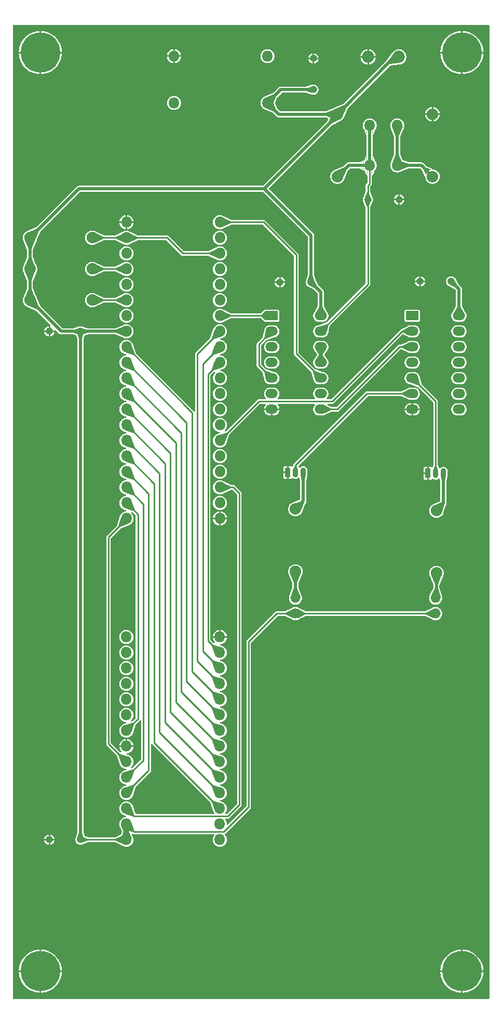
<source format=gbr>
%TF.GenerationSoftware,KiCad,Pcbnew,9.0.1*%
%TF.CreationDate,2025-04-16T15:20:24-04:00*%
%TF.ProjectId,KiCad 9 6502 ROR Test Board V2.0T,4b694361-6420-4392-9036-35303220524f,rev?*%
%TF.SameCoordinates,Original*%
%TF.FileFunction,Copper,L1,Top*%
%TF.FilePolarity,Positive*%
%FSLAX46Y46*%
G04 Gerber Fmt 4.6, Leading zero omitted, Abs format (unit mm)*
G04 Created by KiCad (PCBNEW 9.0.1) date 2025-04-16 15:20:24*
%MOMM*%
%LPD*%
G01*
G04 APERTURE LIST*
%TA.AperFunction,ComponentPad*%
%ADD10O,1.879600X1.879600*%
%TD*%
%TA.AperFunction,ComponentPad*%
%ADD11R,0.900000X1.600000*%
%TD*%
%TA.AperFunction,ComponentPad*%
%ADD12O,0.900000X1.600000*%
%TD*%
%TA.AperFunction,ComponentPad*%
%ADD13O,1.200000X1.200000*%
%TD*%
%TA.AperFunction,ComponentPad*%
%ADD14O,1.651000X1.651000*%
%TD*%
%TA.AperFunction,ComponentPad*%
%ADD15O,2.000000X2.000000*%
%TD*%
%TA.AperFunction,ComponentPad*%
%ADD16C,0.762000*%
%TD*%
%TA.AperFunction,ComponentPad*%
%ADD17O,6.500000X6.500000*%
%TD*%
%TA.AperFunction,ComponentPad*%
%ADD18O,1.800000X1.800000*%
%TD*%
%TA.AperFunction,ComponentPad*%
%ADD19R,2.000000X1.500000*%
%TD*%
%TA.AperFunction,ComponentPad*%
%ADD20O,2.000000X1.500000*%
%TD*%
%TA.AperFunction,Conductor*%
%ADD21C,0.500000*%
%TD*%
%TA.AperFunction,Conductor*%
%ADD22C,0.254000*%
%TD*%
G04 APERTURE END LIST*
D10*
%TO.P,R7,1,1*%
%TO.N,Net-(LED2-Pad2)*%
X156609000Y-116312000D03*
%TO.P,R7,2,2*%
%TO.N,Net-(Q2-D)*%
X156609000Y-106152000D03*
%TD*%
D11*
%TO.P,Q2,1,S*%
%TO.N,GND*%
X155339000Y-100183000D03*
D12*
%TO.P,Q2,2,G*%
%TO.N,Q_INV*%
X156609000Y-100183000D03*
%TO.P,Q2,3,D*%
%TO.N,Net-(Q2-D)*%
X157879000Y-100183000D03*
%TD*%
D13*
%TO.P,C1,1,1*%
%TO.N,+5V*%
X121557000Y-77196000D03*
%TO.P,C1,2,2*%
%TO.N,GND*%
X116477000Y-77196000D03*
%TD*%
D14*
%TO.P,LED1,1,1*%
%TO.N,+5V*%
X179469000Y-123170000D03*
%TO.P,LED1,2,2*%
%TO.N,Net-(LED1-Pad2)*%
X179469000Y-120630000D03*
%TD*%
D13*
%TO.P,C3,1,1*%
%TO.N,GND*%
X154069000Y-69195000D03*
%TO.P,C3,2,2*%
%TO.N,+5V*%
X159149000Y-69195000D03*
%TD*%
D15*
%TO.P,P1,1,1*%
%TO.N,+5V*%
X173464400Y-32484000D03*
%TO.P,P1,2,2*%
%TO.N,GND*%
X168455600Y-32484000D03*
%TD*%
D10*
%TO.P,R4,1,1*%
%TO.N,+5V*%
X163467000Y-41826500D03*
%TO.P,R4,2,2*%
%TO.N,R4_2*%
X163467000Y-51986500D03*
%TD*%
%TO.P,R2,1,1*%
%TO.N,+5V*%
X113302000Y-67036000D03*
%TO.P,R2,2,2*%
%TO.N,Net-(U1-&#126;IRQ)*%
X123462000Y-67036000D03*
%TD*%
D16*
%TO.P,U8,*%
%TO.N,*%
X181314900Y-181416100D03*
X182025000Y-179701300D03*
X182025000Y-183130800D03*
X183739800Y-178991100D03*
X183739800Y-183841000D03*
X185454600Y-179701300D03*
X185454600Y-183130800D03*
X186164700Y-181416100D03*
D17*
%TO.P,U8,1,1*%
%TO.N,GND*%
X183739800Y-181416100D03*
%TD*%
D18*
%TO.P,U1,1,V-(ss)*%
%TO.N,GND*%
X129050000Y-59416000D03*
%TO.P,U1,2,RDY*%
%TO.N,Net-(U1-RDY)*%
X129050000Y-61956000D03*
%TO.P,U1,3,\u03A61O*%
%TO.N,unconnected-(U1-\u03A61O-Pad3)*%
X129050000Y-64496000D03*
%TO.P,U1,4,&#126;IRQ*%
%TO.N,Net-(U1-&#126;IRQ)*%
X129050000Y-67036000D03*
%TO.P,U1,5,NC*%
%TO.N,unconnected-(U1-NC-Pad5)*%
X129050000Y-69576000D03*
%TO.P,U1,6,&#126;NMI*%
%TO.N,Net-(U1-&#126;NMI)*%
X129050000Y-72116000D03*
%TO.P,U1,7,SYNC*%
%TO.N,unconnected-(U1-SYNC-Pad7)*%
X129050000Y-74656000D03*
%TO.P,U1,8,V+(cc)*%
%TO.N,+5V*%
X129050000Y-77196000D03*
%TO.P,U1,9,A0*%
%TO.N,/A0*%
X129050000Y-79736000D03*
%TO.P,U1,10,A1*%
%TO.N,/A1*%
X129050000Y-82276000D03*
%TO.P,U1,11,A2*%
%TO.N,/A2*%
X129050000Y-84816000D03*
%TO.P,U1,12,A3*%
%TO.N,/A3*%
X129050000Y-87356000D03*
%TO.P,U1,13,A4*%
%TO.N,/A4*%
X129050000Y-89896000D03*
%TO.P,U1,14,A5*%
%TO.N,/A5*%
X129050000Y-92436000D03*
%TO.P,U1,15,A6*%
%TO.N,/A6*%
X129050000Y-94976000D03*
%TO.P,U1,16,A7*%
%TO.N,/A7*%
X129050000Y-97516000D03*
%TO.P,U1,17,A8*%
%TO.N,/A8*%
X129050000Y-100056000D03*
%TO.P,U1,18,A9*%
%TO.N,/A9*%
X129050000Y-102596000D03*
%TO.P,U1,19,A10*%
%TO.N,/A10*%
X129050000Y-105136000D03*
%TO.P,U1,20,A11*%
%TO.N,/A11*%
X129050000Y-107676000D03*
%TO.P,U1,21,V-(ss)*%
%TO.N,GND*%
X144290000Y-107676000D03*
%TO.P,U1,22,A12*%
%TO.N,/A12*%
X144290000Y-105136000D03*
%TO.P,U1,23,A13*%
%TO.N,/A13*%
X144290000Y-102596000D03*
%TO.P,U1,24,A14*%
%TO.N,/A14*%
X144290000Y-100056000D03*
%TO.P,U1,25,A15*%
%TO.N,/A15*%
X144290000Y-97516000D03*
%TO.P,U1,26,D7*%
%TO.N,/D7*%
X144290000Y-94976000D03*
%TO.P,U1,27,D6*%
%TO.N,/D6*%
X144290000Y-92436000D03*
%TO.P,U1,28,D5*%
%TO.N,/D5*%
X144290000Y-89896000D03*
%TO.P,U1,29,D4*%
%TO.N,/D4*%
X144290000Y-87356000D03*
%TO.P,U1,30,D3*%
%TO.N,/D3*%
X144290000Y-84816000D03*
%TO.P,U1,31,D2*%
%TO.N,/D2*%
X144290000Y-82276000D03*
%TO.P,U1,32,D1*%
%TO.N,/D1*%
X144290000Y-79736000D03*
%TO.P,U1,33,D0*%
%TO.N,/D0*%
X144290000Y-77196000D03*
%TO.P,U1,34,R/&#126;W*%
%TO.N,Net-(U1-R{slash}&#126;W)*%
X144290000Y-74656000D03*
%TO.P,U1,35,NC*%
%TO.N,unconnected-(U1-NC-Pad35)*%
X144290000Y-72116000D03*
%TO.P,U1,36,NC*%
%TO.N,unconnected-(U1-NC-Pad36)*%
X144290000Y-69576000D03*
%TO.P,U1,37,\u03A60I*%
%TO.N,Net-(OSC1-OUTPUT)*%
X144290000Y-67036000D03*
%TO.P,U1,38,SO*%
%TO.N,Net-(U1-RDY)*%
X144290000Y-64496000D03*
%TO.P,U1,39,\u03A62O*%
%TO.N,unconnected-(U1-\u03A62O-Pad39)*%
X144290000Y-61956000D03*
%TO.P,U1,40,&#126;RES*%
%TO.N,Net-(U1-&#126;RES)*%
X144290000Y-59416000D03*
%TD*%
D13*
%TO.P,C2,1,1*%
%TO.N,GND*%
X116477000Y-160000000D03*
%TO.P,C2,2,2*%
%TO.N,+5V*%
X121557000Y-160000000D03*
%TD*%
D16*
%TO.P,U7,*%
%TO.N,*%
X112575100Y-181416100D03*
X113285200Y-179701300D03*
X113285200Y-183130800D03*
X115000000Y-178991100D03*
X115000000Y-183841000D03*
X116714800Y-179701300D03*
X116714800Y-183130800D03*
X117424900Y-181416100D03*
D17*
%TO.P,U7,1,1*%
%TO.N,GND*%
X115000000Y-181416100D03*
%TD*%
D18*
%TO.P,U2,1,A14*%
%TO.N,/A14*%
X144271900Y-160000000D03*
%TO.P,U2,2,A12*%
%TO.N,/A12*%
X144271900Y-157460000D03*
%TO.P,U2,3,A7*%
%TO.N,/A7*%
X144271900Y-154920000D03*
%TO.P,U2,4,A6*%
%TO.N,/A6*%
X144271900Y-152380000D03*
%TO.P,U2,5,A5*%
%TO.N,/A5*%
X144271900Y-149840000D03*
%TO.P,U2,6,A4*%
%TO.N,/A4*%
X144271900Y-147300000D03*
%TO.P,U2,7,A3*%
%TO.N,/A3*%
X144271900Y-144760000D03*
%TO.P,U2,8,A2*%
%TO.N,/A2*%
X144271900Y-142220000D03*
%TO.P,U2,9,A1*%
%TO.N,/A1*%
X144271900Y-139680000D03*
%TO.P,U2,10,A0*%
%TO.N,/A0*%
X144271900Y-137140000D03*
%TO.P,U2,11,I/O0*%
%TO.N,/D0*%
X144271900Y-134600000D03*
%TO.P,U2,12,I/O1*%
%TO.N,/D1*%
X144271900Y-132060000D03*
%TO.P,U2,13,I/O2*%
%TO.N,/D2*%
X144271900Y-129520000D03*
%TO.P,U2,14,GND*%
%TO.N,GND*%
X144271900Y-126980000D03*
%TO.P,U2,15,I/O3*%
%TO.N,/D3*%
X129031900Y-126980000D03*
%TO.P,U2,16,I/O4*%
%TO.N,/D4*%
X129031900Y-129520000D03*
%TO.P,U2,17,I/O5*%
%TO.N,/D5*%
X129031900Y-132060000D03*
%TO.P,U2,18,I/O6*%
%TO.N,/D6*%
X129031900Y-134600000D03*
%TO.P,U2,19,I/O7*%
%TO.N,/D7*%
X129031900Y-137140000D03*
%TO.P,U2,20,CE#*%
%TO.N,Net-(U2-CE#)*%
X129031900Y-139680000D03*
%TO.P,U2,21,A10*%
%TO.N,/A10*%
X129031900Y-142220000D03*
%TO.P,U2,22,OE#*%
%TO.N,GND*%
X129031900Y-144760000D03*
%TO.P,U2,23,A11*%
%TO.N,/A11*%
X129031900Y-147300000D03*
%TO.P,U2,24,A9*%
%TO.N,/A9*%
X129031900Y-149840000D03*
%TO.P,U2,25,A8*%
%TO.N,/A8*%
X129031900Y-152380000D03*
%TO.P,U2,26,A13*%
%TO.N,/A13*%
X129031900Y-154920000D03*
%TO.P,U2,27,WE#*%
%TO.N,+5V*%
X129031900Y-157460000D03*
%TO.P,U2,28,Vcc*%
X129031900Y-160000000D03*
%TD*%
D10*
%TO.P,R1,1,1*%
%TO.N,+5V*%
X113302000Y-61956000D03*
%TO.P,R1,2,2*%
%TO.N,Net-(U1-RDY)*%
X123462000Y-61956000D03*
%TD*%
D18*
%TO.P,RESET,1*%
%TO.N,R4_2*%
X168709600Y-43655300D03*
%TO.P,RESET,2*%
X168709600Y-50157700D03*
%TO.P,RESET,3*%
%TO.N,R5_2*%
X173210400Y-50157700D03*
%TO.P,RESET,4*%
X173210400Y-43655300D03*
%TD*%
D16*
%TO.P,U5,*%
%TO.N,*%
X112575100Y-31777200D03*
X113285200Y-30062400D03*
X113285200Y-33492000D03*
X115000000Y-29352300D03*
X115000000Y-34202100D03*
X116714800Y-30062400D03*
X116714800Y-33492000D03*
X117424900Y-31777200D03*
D17*
%TO.P,U5,1,1*%
%TO.N,GND*%
X115000000Y-31777200D03*
%TD*%
D19*
%TO.P,U4,1,1CLR#*%
%TO.N,+5V*%
X175659300Y-74656000D03*
D20*
%TO.P,U4,2,1D*%
%TO.N,/D7*%
X175659000Y-77196000D03*
%TO.P,U4,3,1CLK*%
%TO.N,RW_INV*%
X175659000Y-79736000D03*
%TO.P,U4,4,1PRE#*%
%TO.N,+5V*%
X175659000Y-82276000D03*
%TO.P,U4,5,1Q*%
%TO.N,Q*%
X175659000Y-84816000D03*
%TO.P,U4,6,1Q#*%
%TO.N,Q_INV*%
X175659000Y-87356000D03*
%TO.P,U4,7,GND*%
%TO.N,GND*%
X175659000Y-89896000D03*
%TO.P,U4,8,2Q#*%
%TO.N,unconnected-(U4-2Q#-Pad8)*%
X183279000Y-89896000D03*
%TO.P,U4,9,2Q*%
%TO.N,unconnected-(U4-2Q-Pad9)*%
X183279000Y-87356000D03*
%TO.P,U4,10,2PRE#*%
%TO.N,+5V*%
X183279000Y-84816000D03*
%TO.P,U4,11,2CLK*%
X183279000Y-82276000D03*
%TO.P,U4,12,2D*%
X183279000Y-79736000D03*
%TO.P,U4,13,2CLR#*%
X183279000Y-77196000D03*
%TO.P,U4,14,VCC*%
X183279000Y-74656000D03*
%TD*%
D13*
%TO.P,C5,1,1*%
%TO.N,GND*%
X173500000Y-55733000D03*
%TO.P,C5,2,2*%
%TO.N,R4_2*%
X168420000Y-55733000D03*
%TD*%
D16*
%TO.P,U6,*%
%TO.N,*%
X181314900Y-31777200D03*
X182025000Y-30062400D03*
X182025000Y-33492000D03*
X183739800Y-29352300D03*
X183739800Y-34202100D03*
X185454600Y-30062400D03*
X185454600Y-33492000D03*
X186164700Y-31777200D03*
D17*
%TO.P,U6,1,1*%
%TO.N,GND*%
X183739800Y-31777200D03*
%TD*%
D14*
%TO.P,LED2,1,1*%
%TO.N,+5V*%
X156609000Y-123170000D03*
%TO.P,LED2,2,2*%
%TO.N,Net-(LED2-Pad2)*%
X156609000Y-120630000D03*
%TD*%
D10*
%TO.P,R3,1,1*%
%TO.N,+5V*%
X113302000Y-72116000D03*
%TO.P,R3,2,2*%
%TO.N,Net-(U1-&#126;NMI)*%
X123462000Y-72116000D03*
%TD*%
D13*
%TO.P,C4,1,1*%
%TO.N,GND*%
X176929000Y-69068000D03*
%TO.P,C4,2,2*%
%TO.N,+5V*%
X182009000Y-69068000D03*
%TD*%
D10*
%TO.P,R6,1,1*%
%TO.N,Net-(Q1-D)*%
X179596000Y-106406000D03*
%TO.P,R6,2,2*%
%TO.N,Net-(LED1-Pad2)*%
X179596000Y-116566000D03*
%TD*%
D13*
%TO.P,C6,1,1*%
%TO.N,GND*%
X159530000Y-32746000D03*
%TO.P,C6,2,2*%
%TO.N,+5V*%
X159530000Y-37826000D03*
%TD*%
D19*
%TO.P,U3,1,1A*%
%TO.N,Net-(U1-R{slash}&#126;W)*%
X152736000Y-74656000D03*
D20*
%TO.P,U3,2,1Y*%
%TO.N,Net-(U3-1Y)*%
X152736000Y-77196000D03*
%TO.P,U3,3,2A*%
%TO.N,/A15*%
X152736000Y-79736000D03*
%TO.P,U3,4,2Y*%
%TO.N,Net-(U2-CE#)*%
X152736000Y-82276000D03*
%TO.P,U3,5,3A*%
%TO.N,Net-(U3-1Y)*%
X152736000Y-84816000D03*
%TO.P,U3,6,3Y*%
%TO.N,Net-(U3-3Y)*%
X152736000Y-87356000D03*
%TO.P,U3,7,GND*%
%TO.N,GND*%
X152736000Y-89896000D03*
%TO.P,U3,8,4Y*%
%TO.N,RW_INV*%
X160736000Y-89896000D03*
%TO.P,U3,9,4A*%
%TO.N,Net-(U3-3Y)*%
X160736000Y-87356000D03*
%TO.P,U3,10,5Y*%
%TO.N,Net-(U1-&#126;RES)*%
X160736000Y-84816000D03*
%TO.P,U3,11,5A*%
%TO.N,Net-(U3-5A)*%
X160736000Y-82276000D03*
%TO.P,U3,12,6Y*%
X160736000Y-79736000D03*
%TO.P,U3,13,6A*%
%TO.N,R4_2*%
X160736000Y-77196000D03*
%TO.P,U3,14,VCC*%
%TO.N,+5V*%
X160736000Y-74656000D03*
%TD*%
D18*
%TO.P,OSC1,1,NC*%
%TO.N,unconnected-(OSC1-NC-Pad1)*%
X152037000Y-32365000D03*
%TO.P,OSC1,7,GND*%
%TO.N,GND*%
X136797000Y-32365000D03*
%TO.P,OSC1,8,OUTPUT*%
%TO.N,Net-(OSC1-OUTPUT)*%
X136797000Y-39985000D03*
%TO.P,OSC1,14,VCC*%
%TO.N,+5V*%
X152037000Y-39985000D03*
%TD*%
D10*
%TO.P,R5,1,1*%
%TO.N,GND*%
X178961000Y-41826500D03*
%TO.P,R5,2,2*%
%TO.N,Net-(R5-Pad2)*%
X178961000Y-51986500D03*
%TD*%
D11*
%TO.P,Q1,1,S*%
%TO.N,GND*%
X178199000Y-100310000D03*
D12*
%TO.P,Q1,2,G*%
%TO.N,Q*%
X179469000Y-100310000D03*
%TO.P,Q1,3,D*%
%TO.N,Net-(Q1-D)*%
X180739000Y-100310000D03*
%TD*%
D21*
%TO.N,+5V*%
X163467000Y-42017000D02*
X163467000Y-41763000D01*
D22*
X130301900Y-158730000D02*
X144925000Y-158730000D01*
D21*
X121303000Y-53955000D02*
X151529000Y-53955000D01*
X159149000Y-61575000D02*
X159149000Y-69195000D01*
X118382000Y-77196000D02*
X121557000Y-77196000D01*
X172809500Y-32484000D02*
X173464400Y-32484000D01*
D22*
X144925000Y-158730000D02*
X148989000Y-154666000D01*
X129031900Y-157460000D02*
X130301900Y-158730000D01*
D21*
X121557000Y-77196000D02*
X121557000Y-160000000D01*
D22*
X148989000Y-154666000D02*
X148989000Y-147427000D01*
D21*
X183279000Y-74656000D02*
X183279000Y-70338000D01*
X173464400Y-31984000D02*
X173373000Y-31984000D01*
X113302000Y-61956000D02*
X113302000Y-67036000D01*
X151529000Y-53955000D02*
X163467000Y-42017000D01*
D22*
X153561000Y-123170000D02*
X156609000Y-123170000D01*
D21*
X159149000Y-69195000D02*
X160736500Y-70782500D01*
X163594000Y-41763000D02*
X163467000Y-41763000D01*
X183279000Y-70338000D02*
X182009000Y-69068000D01*
X152037000Y-39985000D02*
X153878500Y-41826500D01*
X154196000Y-37826000D02*
X159530000Y-37826000D01*
D22*
X148989000Y-127742000D02*
X153561000Y-123170000D01*
D21*
X153878500Y-41826500D02*
X163467000Y-41826500D01*
D22*
X148989000Y-147427000D02*
X148989000Y-127742000D01*
D21*
X121557000Y-77196000D02*
X129177000Y-77196000D01*
X152037000Y-39985000D02*
X154196000Y-37826000D01*
X129031900Y-157460000D02*
X129031900Y-160000000D01*
X113302000Y-72116000D02*
X118382000Y-77196000D01*
X160736500Y-70782500D02*
X160736500Y-74656000D01*
X113302000Y-61956000D02*
X121303000Y-53955000D01*
D22*
X179469000Y-123170000D02*
X156609000Y-123170000D01*
D21*
X113302000Y-72116000D02*
X113302000Y-67036000D01*
X163467000Y-41826500D02*
X172809500Y-32484000D01*
X151529000Y-53955000D02*
X159149000Y-61575000D01*
D22*
X121557000Y-160000000D02*
X129031900Y-160000000D01*
%TO.N,Q_INV*%
X156609000Y-100183000D02*
X156609000Y-99040000D01*
X156609000Y-99040000D02*
X168293000Y-87356000D01*
X168293000Y-87356000D02*
X175659000Y-87356000D01*
%TO.N,Q*%
X179469000Y-88626000D02*
X179469000Y-100310000D01*
X175659000Y-84816000D02*
X179469000Y-88626000D01*
%TO.N,RW_INV*%
X160736500Y-89896000D02*
X163467000Y-89896000D01*
X163467000Y-89896000D02*
X173627000Y-79736000D01*
X173627000Y-79736000D02*
X175659000Y-79736000D01*
D21*
%TO.N,R4_2*%
X163467000Y-51986500D02*
X165295700Y-50157800D01*
X165295700Y-50157800D02*
X168709600Y-50157800D01*
X168709600Y-50157800D02*
X168709600Y-43655400D01*
D22*
X168420000Y-53447000D02*
X168709600Y-53157400D01*
X160736500Y-77196000D02*
X168420000Y-69512500D01*
X168420000Y-69512500D02*
X168420000Y-55733000D01*
X168420000Y-55733000D02*
X168420000Y-53447000D01*
X168709600Y-53157400D02*
X168709600Y-50157800D01*
D21*
%TO.N,R5_2*%
X173210400Y-50157800D02*
X173210400Y-43655400D01*
X177132300Y-50157800D02*
X173210400Y-50157800D01*
X178961000Y-51986500D02*
X177132300Y-50157800D01*
%TO.N,Net-(LED1-Pad2)*%
X179596000Y-120503000D02*
X179469000Y-120630000D01*
X179596000Y-116566000D02*
X179596000Y-120503000D01*
%TO.N,Net-(LED2-Pad2)*%
X156609000Y-120630000D02*
X156609000Y-116312000D01*
%TO.N,Net-(Q1-D)*%
X179596000Y-106406000D02*
X180739000Y-105263000D01*
X180739000Y-105263000D02*
X180739000Y-100310000D01*
%TO.N,Net-(Q2-D)*%
X157879000Y-104882000D02*
X157879000Y-100183000D01*
X156609000Y-106152000D02*
X157879000Y-104882000D01*
D22*
%TO.N,Net-(U1-RDY)*%
X123462000Y-61956000D02*
X129050000Y-61956000D01*
X138194000Y-64496000D02*
X144417000Y-64496000D01*
X135654000Y-61956000D02*
X138194000Y-64496000D01*
X129177000Y-61956000D02*
X135654000Y-61956000D01*
%TO.N,Net-(U1-&#126;IRQ)*%
X123462000Y-67036000D02*
X129177000Y-67036000D01*
%TO.N,Net-(U1-&#126;NMI)*%
X123462000Y-72116000D02*
X129177000Y-72116000D01*
%TO.N,/A4*%
X136207900Y-139236000D02*
X144271900Y-147300000D01*
X136207900Y-131109000D02*
X136207900Y-126106100D01*
X129050000Y-89896000D02*
X136207900Y-97053900D01*
X136207900Y-97053900D02*
X136207900Y-131109000D01*
X136207900Y-131109000D02*
X136207900Y-139236000D01*
%TO.N,/A2*%
X129050000Y-84816000D02*
X137973000Y-93739000D01*
X137973000Y-135921100D02*
X144271900Y-142220000D01*
X137973000Y-93739000D02*
X137973000Y-127794100D01*
X137973000Y-127794100D02*
X137973000Y-135921100D01*
%TO.N,Net-(U1-&#126;RES)*%
X156736000Y-80815500D02*
X156736000Y-73767000D01*
X156736000Y-73767000D02*
X156736000Y-64750000D01*
X156736000Y-64750000D02*
X151402000Y-59416000D01*
X160736500Y-84816000D02*
X156736000Y-80815500D01*
X151402000Y-59416000D02*
X144290000Y-59416000D01*
%TO.N,/A3*%
X129050000Y-87356000D02*
X137089100Y-95395100D01*
X137089100Y-129448900D02*
X137089100Y-124719400D01*
X137089100Y-95395100D02*
X137089100Y-129448900D01*
X137089100Y-137577200D02*
X144271900Y-144760000D01*
X137089100Y-129448900D02*
X137089100Y-137577200D01*
%TO.N,/D0*%
X140617900Y-130946000D02*
X144271900Y-134600000D01*
X140617900Y-122893100D02*
X140617900Y-120373100D01*
X140617900Y-122893100D02*
X140617900Y-130946000D01*
X140617900Y-80868100D02*
X144290000Y-77196000D01*
X140617900Y-120373100D02*
X140617900Y-80868100D01*
%TO.N,/D7*%
X150640000Y-88626000D02*
X162578000Y-88626000D01*
X174008000Y-77196000D02*
X175659000Y-77196000D01*
X144290000Y-94976000D02*
X150640000Y-88626000D01*
X162578000Y-88626000D02*
X174008000Y-77196000D01*
%TO.N,/A8*%
X129050000Y-100056000D02*
X132680000Y-103686000D01*
X132680000Y-140605000D02*
X132680000Y-148732000D01*
X132680000Y-148732000D02*
X129031900Y-152380000D01*
X132680000Y-103686000D02*
X132680000Y-140605000D01*
%TO.N,/D1*%
X141499900Y-121161000D02*
X141499900Y-129288000D01*
X144290000Y-79736000D02*
X141499900Y-82526100D01*
X141499900Y-129288000D02*
X144271900Y-132060000D01*
X141499900Y-82526100D02*
X141499900Y-121161000D01*
%TO.N,Net-(U1-R{slash}&#126;W)*%
X144417000Y-74656000D02*
X152735500Y-74656000D01*
%TO.N,/A7*%
X133561000Y-136083400D02*
X133561000Y-144209100D01*
X133561000Y-102027000D02*
X133561000Y-136083400D01*
X133561000Y-144209100D02*
X144271900Y-154920000D01*
X129050000Y-97516000D02*
X133561000Y-102027000D01*
%TO.N,/A6*%
X129050000Y-94976000D02*
X134443900Y-100369900D01*
X134443900Y-142552000D02*
X144271900Y-152380000D01*
X134443900Y-100369900D02*
X134443900Y-134425000D01*
X134443900Y-134425000D02*
X134443900Y-142552000D01*
%TO.N,/A11*%
X126129000Y-136270100D02*
X126129000Y-144397100D01*
X126129000Y-144397100D02*
X129031900Y-147300000D01*
X129177000Y-107676000D02*
X126129000Y-110724000D01*
X126129000Y-136270100D02*
X126129000Y-110724000D01*
%TO.N,/D2*%
X142385000Y-119506100D02*
X142385000Y-84181000D01*
X142385000Y-119506100D02*
X142385000Y-127633100D01*
X142385000Y-127633100D02*
X144271900Y-129520000D01*
X142385000Y-84181000D02*
X144290000Y-82276000D01*
%TO.N,/A0*%
X129050000Y-79736000D02*
X139735900Y-90421900D01*
X139735900Y-124477000D02*
X139735900Y-122704100D01*
X139735900Y-90421900D02*
X139735900Y-124477000D01*
X139735900Y-132604000D02*
X144271900Y-137140000D01*
X139735900Y-124477000D02*
X139735900Y-132604000D01*
%TO.N,/A1*%
X138853900Y-126169100D02*
X138853900Y-123649100D01*
X138853900Y-126169100D02*
X138853900Y-134262000D01*
X138853900Y-134262000D02*
X144271900Y-139680000D01*
X129050000Y-82276000D02*
X138853900Y-92079900D01*
X138853900Y-92079900D02*
X138853900Y-126169100D01*
%TO.N,/A13*%
X145560000Y-156190000D02*
X130301900Y-156190000D01*
X144417000Y-102596000D02*
X146449000Y-102596000D01*
X130301900Y-156190000D02*
X129031900Y-154920000D01*
X147465000Y-103612000D02*
X147465000Y-154285000D01*
X147465000Y-154285000D02*
X145560000Y-156190000D01*
X146449000Y-102596000D02*
X147465000Y-103612000D01*
%TO.N,/A9*%
X131798200Y-147073700D02*
X129031900Y-149840000D01*
X129050000Y-102596000D02*
X131798200Y-105344200D01*
X131798200Y-105344200D02*
X131798200Y-108183600D01*
X131798200Y-108183600D02*
X131798200Y-147073700D01*
%TO.N,/A10*%
X130916900Y-140335000D02*
X129031900Y-142220000D01*
X130916900Y-107002900D02*
X130916900Y-109470500D01*
X129050000Y-105136000D02*
X130916900Y-107002900D01*
X130916900Y-109470500D02*
X130916900Y-140335000D01*
%TO.N,/A5*%
X135326000Y-140894000D02*
X144271900Y-149840000D01*
X135326000Y-132767000D02*
X135326000Y-140894000D01*
X135326000Y-98712000D02*
X135326000Y-132767000D01*
X129050000Y-92436000D02*
X135326000Y-98712000D01*
%TO.N,Net-(U3-1Y)*%
X152735500Y-84816000D02*
X150640000Y-82720500D01*
X150640000Y-79291500D02*
X152735500Y-77196000D01*
X150640000Y-82720500D02*
X150640000Y-79291500D01*
%TO.N,Net-(U3-5A)*%
X160736500Y-79736000D02*
X160736500Y-82276000D01*
%TD*%
%TA.AperFunction,Conductor*%
%TO.N,+5V*%
G36*
X163424408Y-41817220D02*
G01*
X163462939Y-41824849D01*
X163470389Y-41829817D01*
X163470402Y-41829836D01*
X163981861Y-42597020D01*
X163983599Y-42605805D01*
X163978616Y-42613245D01*
X163977484Y-42613911D01*
X162430310Y-43410924D01*
X162421386Y-43411666D01*
X162416679Y-43408796D01*
X162074290Y-43066407D01*
X162070863Y-43058134D01*
X162071469Y-43054416D01*
X162541985Y-41652902D01*
X162547866Y-41646152D01*
X162555345Y-41645151D01*
X163424408Y-41817220D01*
G37*
%TD.AperFunction*%
%TD*%
%TA.AperFunction,Conductor*%
%TO.N,/A13*%
G36*
X144799170Y-101852112D02*
G01*
X146066107Y-102465803D01*
X146072059Y-102472494D01*
X146072707Y-102476333D01*
X146072707Y-102715666D01*
X146069280Y-102723939D01*
X146066107Y-102726196D01*
X144799172Y-103339886D01*
X144790233Y-103340408D01*
X144784350Y-103335865D01*
X144293356Y-102602507D01*
X144291602Y-102593728D01*
X144293355Y-102589494D01*
X144784351Y-101856132D01*
X144791800Y-101851166D01*
X144799170Y-101852112D01*
G37*
%TD.AperFunction*%
%TD*%
%TA.AperFunction,Conductor*%
%TO.N,+5V*%
G36*
X129282205Y-158220720D02*
G01*
X129284819Y-158224707D01*
X129909483Y-159811403D01*
X129909325Y-159820356D01*
X129902882Y-159826576D01*
X129900891Y-159827162D01*
X129034195Y-160000540D01*
X129029605Y-160000540D01*
X128162908Y-159827162D01*
X128155468Y-159822179D01*
X128153730Y-159813394D01*
X128154312Y-159811415D01*
X128778981Y-158224706D01*
X128785201Y-158218264D01*
X128789868Y-158217293D01*
X129273932Y-158217293D01*
X129282205Y-158220720D01*
G37*
%TD.AperFunction*%
%TD*%
%TA.AperFunction,Conductor*%
%TO.N,/A9*%
G36*
X129931503Y-102424150D02*
G01*
X129936046Y-102430033D01*
X130397959Y-103759834D01*
X130397437Y-103768773D01*
X130395180Y-103771946D01*
X130225946Y-103941180D01*
X130217673Y-103944607D01*
X130213834Y-103943959D01*
X128884033Y-103482046D01*
X128877342Y-103476094D01*
X128876395Y-103468723D01*
X129047772Y-102602973D01*
X129052739Y-102595526D01*
X129056970Y-102593773D01*
X129922723Y-102422395D01*
X129931503Y-102424150D01*
G37*
%TD.AperFunction*%
%TD*%
%TA.AperFunction,Conductor*%
%TO.N,Net-(U3-6A)*%
G36*
X168258129Y-48941269D02*
G01*
X168259100Y-48945936D01*
X168259100Y-49144950D01*
X168255673Y-49153223D01*
X168252712Y-49155375D01*
X168154701Y-49205315D01*
X168145774Y-49206017D01*
X168138964Y-49200202D01*
X168138262Y-49191275D01*
X168138488Y-49190641D01*
X168236514Y-48941648D01*
X168242733Y-48935207D01*
X168251686Y-48935049D01*
X168258129Y-48941269D01*
G37*
%TD.AperFunction*%
%TA.AperFunction,Conductor*%
G36*
X169180073Y-48937664D02*
G01*
X169182687Y-48941651D01*
X169280696Y-49190603D01*
X169280538Y-49199556D01*
X169274095Y-49205776D01*
X169265142Y-49205618D01*
X169264497Y-49205314D01*
X169166488Y-49155375D01*
X169160673Y-49148565D01*
X169160100Y-49144950D01*
X169160100Y-48945937D01*
X169163527Y-48937664D01*
X169171800Y-48934237D01*
X169180073Y-48937664D01*
G37*
%TD.AperFunction*%
%TD*%
%TA.AperFunction,Conductor*%
%TO.N,Net-(LED1-Pad2)*%
G36*
X179845514Y-118998289D02*
G01*
X179848467Y-119003267D01*
X180275039Y-120456693D01*
X180274081Y-120465596D01*
X180267108Y-120471214D01*
X180266109Y-120471460D01*
X179473767Y-120630045D01*
X179464982Y-120628309D01*
X179464961Y-120628295D01*
X178791040Y-120177014D01*
X178786073Y-120169563D01*
X178786996Y-120162241D01*
X179342817Y-119001508D01*
X179349481Y-118995527D01*
X179353370Y-118994862D01*
X179837241Y-118994862D01*
X179845514Y-118998289D01*
G37*
%TD.AperFunction*%
%TD*%
%TA.AperFunction,Conductor*%
%TO.N,/A10*%
G36*
X129931503Y-104964150D02*
G01*
X129936046Y-104970033D01*
X130397959Y-106299834D01*
X130397437Y-106308773D01*
X130395180Y-106311946D01*
X130225946Y-106481180D01*
X130217673Y-106484607D01*
X130213834Y-106483959D01*
X128884033Y-106022046D01*
X128877342Y-106016094D01*
X128876395Y-106008723D01*
X129047772Y-105142973D01*
X129052739Y-105135526D01*
X129056970Y-105133773D01*
X129922723Y-104962395D01*
X129931503Y-104964150D01*
G37*
%TD.AperFunction*%
%TD*%
%TA.AperFunction,Conductor*%
%TO.N,Net-(U1-&#126;NMI)*%
G36*
X123993300Y-71339067D02*
G01*
X125316979Y-71985793D01*
X125322907Y-71992502D01*
X125323542Y-71996304D01*
X125323542Y-72235695D01*
X125320115Y-72243968D01*
X125316978Y-72246207D01*
X123993301Y-72892931D01*
X123984363Y-72893484D01*
X123978443Y-72888928D01*
X123546021Y-72243000D01*
X123465356Y-72122507D01*
X123463602Y-72113728D01*
X123465356Y-72109492D01*
X123978444Y-71343069D01*
X123985893Y-71338103D01*
X123993300Y-71339067D01*
G37*
%TD.AperFunction*%
%TD*%
%TA.AperFunction,Conductor*%
%TO.N,Net-(U1-&#126;IRQ)*%
G36*
X123993300Y-66259067D02*
G01*
X125316979Y-66905793D01*
X125322907Y-66912502D01*
X125323542Y-66916304D01*
X125323542Y-67155695D01*
X125320115Y-67163968D01*
X125316978Y-67166207D01*
X123993301Y-67812931D01*
X123984363Y-67813484D01*
X123978443Y-67808928D01*
X123546021Y-67163000D01*
X123465356Y-67042507D01*
X123463602Y-67033728D01*
X123465356Y-67029492D01*
X123978444Y-66263069D01*
X123985893Y-66258103D01*
X123993300Y-66259067D01*
G37*
%TD.AperFunction*%
%TD*%
%TA.AperFunction,Conductor*%
%TO.N,+5V*%
G36*
X156155998Y-122492016D02*
G01*
X156605640Y-123163490D01*
X156607395Y-123172271D01*
X156605640Y-123176510D01*
X156155998Y-123847983D01*
X156148547Y-123852950D01*
X156141252Y-123852039D01*
X154980538Y-123300174D01*
X154974538Y-123293527D01*
X154973862Y-123289608D01*
X154973862Y-123050391D01*
X154977289Y-123042118D01*
X154980534Y-123039827D01*
X156141253Y-122487959D01*
X156150195Y-122487502D01*
X156155998Y-122492016D01*
G37*
%TD.AperFunction*%
%TD*%
%TA.AperFunction,Conductor*%
%TO.N,Net-(U3-6A)*%
G36*
X168154056Y-44607380D02*
G01*
X168154679Y-44607673D01*
X168252712Y-44657623D01*
X168258527Y-44664432D01*
X168259100Y-44668048D01*
X168259100Y-44867062D01*
X168255673Y-44875335D01*
X168247400Y-44878762D01*
X168239127Y-44875335D01*
X168236513Y-44871348D01*
X168225237Y-44842706D01*
X168138502Y-44622392D01*
X168138660Y-44613442D01*
X168145103Y-44607222D01*
X168154056Y-44607380D01*
G37*
%TD.AperFunction*%
%TA.AperFunction,Conductor*%
G36*
X169280233Y-44612798D02*
G01*
X169280935Y-44621725D01*
X169280695Y-44622396D01*
X169182687Y-44871347D01*
X169176467Y-44877790D01*
X169167514Y-44877948D01*
X169161071Y-44871728D01*
X169160100Y-44867061D01*
X169160100Y-44668048D01*
X169163527Y-44659775D01*
X169166488Y-44657623D01*
X169264499Y-44607684D01*
X169273423Y-44606983D01*
X169280233Y-44612798D01*
G37*
%TD.AperFunction*%
%TD*%
%TA.AperFunction,Conductor*%
%TO.N,/A1*%
G36*
X129931503Y-82104150D02*
G01*
X129936046Y-82110033D01*
X130397959Y-83439834D01*
X130397437Y-83448773D01*
X130395180Y-83451946D01*
X130225946Y-83621180D01*
X130217673Y-83624607D01*
X130213834Y-83623959D01*
X128884033Y-83162046D01*
X128877342Y-83156094D01*
X128876395Y-83148723D01*
X129047772Y-82282973D01*
X129052739Y-82275526D01*
X129056970Y-82273773D01*
X129922723Y-82102395D01*
X129931503Y-82104150D01*
G37*
%TD.AperFunction*%
%TD*%
%TA.AperFunction,Conductor*%
%TO.N,Net-(LED1-Pad2)*%
G36*
X180503947Y-116746587D02*
G01*
X180511386Y-116751569D01*
X180513124Y-116760354D01*
X180512513Y-116762407D01*
X179848943Y-118420190D01*
X179842687Y-118426597D01*
X179838081Y-118427542D01*
X179353919Y-118427542D01*
X179345646Y-118424115D01*
X179343057Y-118420190D01*
X178679486Y-116762407D01*
X178679593Y-116753453D01*
X178686000Y-116747197D01*
X178688042Y-116746589D01*
X179593710Y-116565458D01*
X179598290Y-116565458D01*
X180503947Y-116746587D01*
G37*
%TD.AperFunction*%
%TD*%
%TA.AperFunction,Conductor*%
%TO.N,R5_2*%
G36*
X177828744Y-50496531D02*
G01*
X178674883Y-50858923D01*
X178681138Y-50865329D01*
X178681031Y-50874283D01*
X178674624Y-50880539D01*
X178673892Y-50880804D01*
X178523281Y-50929741D01*
X178363351Y-51011229D01*
X178218145Y-51116727D01*
X178218137Y-51116734D01*
X178091234Y-51243637D01*
X178091227Y-51243645D01*
X177985729Y-51388851D01*
X177904241Y-51548781D01*
X177855304Y-51699392D01*
X177849489Y-51706201D01*
X177840561Y-51706903D01*
X177833752Y-51701088D01*
X177833435Y-51700410D01*
X177471031Y-50854245D01*
X177470925Y-50845293D01*
X177473512Y-50841370D01*
X177815869Y-50499013D01*
X177824141Y-50495587D01*
X177828744Y-50496531D01*
G37*
%TD.AperFunction*%
%TD*%
%TA.AperFunction,Conductor*%
%TO.N,/A2*%
G36*
X143108065Y-140872040D02*
G01*
X143603273Y-141044053D01*
X144437866Y-141333953D01*
X144444557Y-141339905D01*
X144445504Y-141347277D01*
X144274128Y-142213023D01*
X144269160Y-142220473D01*
X144264923Y-142222228D01*
X143399177Y-142393604D01*
X143390396Y-142391849D01*
X143385853Y-142385966D01*
X143328449Y-142220707D01*
X143025059Y-141347277D01*
X142923940Y-141056165D01*
X142924462Y-141047226D01*
X142926716Y-141044056D01*
X143095954Y-140874818D01*
X143104226Y-140871392D01*
X143108065Y-140872040D01*
G37*
%TD.AperFunction*%
%TD*%
%TA.AperFunction,Conductor*%
%TO.N,/A3*%
G36*
X143108065Y-143412040D02*
G01*
X143603273Y-143584053D01*
X144437866Y-143873953D01*
X144444557Y-143879905D01*
X144445504Y-143887277D01*
X144274128Y-144753023D01*
X144269160Y-144760473D01*
X144264923Y-144762228D01*
X143399177Y-144933604D01*
X143390396Y-144931849D01*
X143385853Y-144925966D01*
X143328449Y-144760707D01*
X143025059Y-143887277D01*
X142923940Y-143596165D01*
X142924462Y-143587226D01*
X142926716Y-143584056D01*
X143095954Y-143414818D01*
X143104226Y-143411392D01*
X143108065Y-143412040D01*
G37*
%TD.AperFunction*%
%TD*%
%TA.AperFunction,Conductor*%
%TO.N,/A4*%
G36*
X143108065Y-145952040D02*
G01*
X143603273Y-146124053D01*
X144437866Y-146413953D01*
X144444557Y-146419905D01*
X144445504Y-146427277D01*
X144274128Y-147293023D01*
X144269160Y-147300473D01*
X144264923Y-147302228D01*
X143399177Y-147473604D01*
X143390396Y-147471849D01*
X143385853Y-147465966D01*
X143328449Y-147300707D01*
X143025059Y-146427277D01*
X142923940Y-146136165D01*
X142924462Y-146127226D01*
X142926716Y-146124056D01*
X143095954Y-145954818D01*
X143104226Y-145951392D01*
X143108065Y-145952040D01*
G37*
%TD.AperFunction*%
%TD*%
%TA.AperFunction,Conductor*%
%TO.N,Net-(U3-1Y)*%
G36*
X151665920Y-83562377D02*
G01*
X153041644Y-84068372D01*
X153048225Y-84074444D01*
X153048586Y-84083392D01*
X153048372Y-84083932D01*
X152739493Y-84810155D01*
X152733101Y-84816427D01*
X152729608Y-84817243D01*
X151760389Y-84890511D01*
X151751881Y-84887717D01*
X151748118Y-84881525D01*
X151480789Y-83745745D01*
X151482229Y-83736906D01*
X151483901Y-83734795D01*
X151653611Y-83565085D01*
X151661883Y-83561659D01*
X151665920Y-83562377D01*
G37*
%TD.AperFunction*%
%TD*%
%TA.AperFunction,Conductor*%
%TO.N,/A5*%
G36*
X129931503Y-92264150D02*
G01*
X129936046Y-92270033D01*
X130397959Y-93599834D01*
X130397437Y-93608773D01*
X130395180Y-93611946D01*
X130225946Y-93781180D01*
X130217673Y-93784607D01*
X130213834Y-93783959D01*
X128884033Y-93322046D01*
X128877342Y-93316094D01*
X128876395Y-93308723D01*
X129047772Y-92442973D01*
X129052739Y-92435526D01*
X129056970Y-92433773D01*
X129922723Y-92262395D01*
X129931503Y-92264150D01*
G37*
%TD.AperFunction*%
%TD*%
%TA.AperFunction,Conductor*%
%TO.N,+5V*%
G36*
X114209947Y-62136587D02*
G01*
X114217386Y-62141569D01*
X114219124Y-62150354D01*
X114218513Y-62152407D01*
X113554943Y-63810190D01*
X113548687Y-63816597D01*
X113544081Y-63817542D01*
X113059919Y-63817542D01*
X113051646Y-63814115D01*
X113049057Y-63810190D01*
X112385486Y-62152407D01*
X112385593Y-62143453D01*
X112392000Y-62137197D01*
X112394042Y-62136589D01*
X113299710Y-61955458D01*
X113304290Y-61955458D01*
X114209947Y-62136587D01*
G37*
%TD.AperFunction*%
%TD*%
%TA.AperFunction,Conductor*%
%TO.N,R4_2*%
G36*
X164612131Y-50499014D02*
G01*
X164954485Y-50841368D01*
X164957912Y-50849641D01*
X164956967Y-50854247D01*
X164253954Y-52495691D01*
X164247547Y-52501947D01*
X164238593Y-52501840D01*
X164236709Y-52500820D01*
X163782783Y-52198202D01*
X163468237Y-51988503D01*
X163464996Y-51985262D01*
X163149128Y-51511463D01*
X162952679Y-51216790D01*
X162950941Y-51208005D01*
X162955924Y-51200565D01*
X162957799Y-51199549D01*
X164599254Y-50496531D01*
X164608206Y-50496425D01*
X164612131Y-50499014D01*
G37*
%TD.AperFunction*%
%TD*%
%TA.AperFunction,Conductor*%
%TO.N,Q_INV*%
G36*
X174998083Y-86737778D02*
G01*
X175320172Y-87038605D01*
X175650844Y-87347449D01*
X175654551Y-87355601D01*
X175651409Y-87363986D01*
X175650844Y-87364551D01*
X174998085Y-87974219D01*
X174989700Y-87977361D01*
X174985169Y-87976279D01*
X173930181Y-87486145D01*
X173924122Y-87479551D01*
X173923411Y-87475534D01*
X173923411Y-87236465D01*
X173926838Y-87228192D01*
X173930177Y-87225856D01*
X174985171Y-86735719D01*
X174994116Y-86735342D01*
X174998083Y-86737778D01*
G37*
%TD.AperFunction*%
%TD*%
%TA.AperFunction,Conductor*%
%TO.N,+5V*%
G36*
X153126421Y-38553294D02*
G01*
X153468705Y-38895578D01*
X153472132Y-38903851D01*
X153471161Y-38908518D01*
X152790903Y-40472186D01*
X152784460Y-40478406D01*
X152775507Y-40478248D01*
X152773684Y-40477254D01*
X152038240Y-39987004D01*
X152034995Y-39983759D01*
X151544745Y-39248315D01*
X151543007Y-39239530D01*
X151547990Y-39232090D01*
X151549802Y-39231101D01*
X153113481Y-38550837D01*
X153122434Y-38550680D01*
X153126421Y-38553294D01*
G37*
%TD.AperFunction*%
%TD*%
%TA.AperFunction,Conductor*%
%TO.N,/A2*%
G36*
X129931503Y-84644150D02*
G01*
X129936046Y-84650033D01*
X130397959Y-85979834D01*
X130397437Y-85988773D01*
X130395180Y-85991946D01*
X130225946Y-86161180D01*
X130217673Y-86164607D01*
X130213834Y-86163959D01*
X128884033Y-85702046D01*
X128877342Y-85696094D01*
X128876395Y-85688723D01*
X129047772Y-84822973D01*
X129052739Y-84815526D01*
X129056970Y-84813773D01*
X129922723Y-84642395D01*
X129931503Y-84644150D01*
G37*
%TD.AperFunction*%
%TD*%
%TA.AperFunction,Conductor*%
%TO.N,+5V*%
G36*
X152789909Y-39495990D02*
G01*
X152790903Y-39497813D01*
X153471161Y-41061481D01*
X153471319Y-41070434D01*
X153468705Y-41074421D01*
X153126421Y-41416705D01*
X153118148Y-41420132D01*
X153113481Y-41419161D01*
X151549813Y-40738903D01*
X151543593Y-40732460D01*
X151543751Y-40723507D01*
X151544742Y-40721688D01*
X152034995Y-39986239D01*
X152038240Y-39982995D01*
X152773685Y-39492744D01*
X152782469Y-39491007D01*
X152789909Y-39495990D01*
G37*
%TD.AperFunction*%
%TD*%
%TA.AperFunction,Conductor*%
%TO.N,/D7*%
G36*
X174998384Y-76578056D02*
G01*
X175650553Y-77186749D01*
X175654263Y-77194899D01*
X175651123Y-77203285D01*
X175650563Y-77203846D01*
X174998249Y-77814056D01*
X174989866Y-77817205D01*
X174985052Y-77815991D01*
X174039703Y-77346467D01*
X174036634Y-77344261D01*
X173869640Y-77177267D01*
X173866213Y-77168994D01*
X173869640Y-77160721D01*
X173872487Y-77158628D01*
X174984977Y-76576242D01*
X174993894Y-76575442D01*
X174998384Y-76578056D01*
G37*
%TD.AperFunction*%
%TD*%
%TA.AperFunction,Conductor*%
%TO.N,/D2*%
G36*
X144283024Y-82273772D02*
G01*
X144290473Y-82278739D01*
X144292228Y-82282976D01*
X144463604Y-83148722D01*
X144461849Y-83157503D01*
X144455966Y-83162046D01*
X143126165Y-83623959D01*
X143117226Y-83623437D01*
X143114053Y-83621180D01*
X142944819Y-83451946D01*
X142941392Y-83443673D01*
X142942040Y-83439834D01*
X143043159Y-83148722D01*
X143403953Y-82110032D01*
X143409905Y-82103342D01*
X143417275Y-82102395D01*
X144283024Y-82273772D01*
G37*
%TD.AperFunction*%
%TD*%
%TA.AperFunction,Conductor*%
%TO.N,Net-(Q2-D)*%
G36*
X158120089Y-104819936D02*
G01*
X158123516Y-104828209D01*
X158122702Y-104832497D01*
X157534320Y-106326261D01*
X157528100Y-106332703D01*
X157521163Y-106333451D01*
X156616679Y-106154519D01*
X156609229Y-106149551D01*
X156607474Y-106145321D01*
X156427645Y-105240279D01*
X156429394Y-105231497D01*
X156435315Y-105226935D01*
X157627150Y-104817144D01*
X157630954Y-104816509D01*
X158111816Y-104816509D01*
X158120089Y-104819936D01*
G37*
%TD.AperFunction*%
%TD*%
%TA.AperFunction,Conductor*%
%TO.N,+5V*%
G36*
X113552354Y-70257885D02*
G01*
X113554943Y-70261810D01*
X114218513Y-71919592D01*
X114218406Y-71928546D01*
X114211999Y-71934802D01*
X114209946Y-71935413D01*
X113304295Y-72116541D01*
X113299705Y-72116541D01*
X112394052Y-71935412D01*
X112386613Y-71930430D01*
X112384875Y-71921645D01*
X112385486Y-71919592D01*
X113049057Y-70261810D01*
X113055313Y-70255403D01*
X113059919Y-70254458D01*
X113544081Y-70254458D01*
X113552354Y-70257885D01*
G37*
%TD.AperFunction*%
%TD*%
%TA.AperFunction,Conductor*%
%TO.N,+5V*%
G36*
X129913403Y-157288150D02*
G01*
X129917946Y-157294033D01*
X130379859Y-158623834D01*
X130379337Y-158632773D01*
X130377080Y-158635946D01*
X130207846Y-158805180D01*
X130199573Y-158808607D01*
X130195734Y-158807959D01*
X128865933Y-158346046D01*
X128859242Y-158340094D01*
X128858295Y-158332723D01*
X129029672Y-157466973D01*
X129034639Y-157459526D01*
X129038870Y-157457773D01*
X129904623Y-157286395D01*
X129913403Y-157288150D01*
G37*
%TD.AperFunction*%
%TD*%
%TA.AperFunction,Conductor*%
%TO.N,+5V*%
G36*
X121436436Y-76612231D02*
G01*
X121442196Y-76619088D01*
X121442510Y-76620311D01*
X121557538Y-77193699D01*
X121557538Y-77198301D01*
X121442510Y-77771688D01*
X121437523Y-77779126D01*
X121428738Y-77780858D01*
X121427515Y-77780544D01*
X121423026Y-77779126D01*
X121346596Y-77754980D01*
X120376705Y-77448582D01*
X120369848Y-77442822D01*
X120368529Y-77437425D01*
X120368529Y-76954574D01*
X120371956Y-76946301D01*
X120376705Y-76943417D01*
X121427517Y-76611455D01*
X121436436Y-76612231D01*
G37*
%TD.AperFunction*%
%TD*%
%TA.AperFunction,Conductor*%
%TO.N,Net-(U1-RDY)*%
G36*
X128555649Y-61216134D02*
G01*
X129046642Y-61949491D01*
X129048397Y-61958272D01*
X129046642Y-61962509D01*
X128555649Y-62695865D01*
X128548199Y-62700833D01*
X128540827Y-62699886D01*
X127273893Y-62086196D01*
X127267941Y-62079505D01*
X127267293Y-62075666D01*
X127267293Y-61836333D01*
X127270720Y-61828060D01*
X127273893Y-61825803D01*
X128540829Y-61212112D01*
X128549766Y-61211591D01*
X128555649Y-61216134D01*
G37*
%TD.AperFunction*%
%TD*%
%TA.AperFunction,Conductor*%
%TO.N,Net-(U1-&#126;RES)*%
G36*
X144799170Y-58672112D02*
G01*
X146066107Y-59285803D01*
X146072059Y-59292494D01*
X146072707Y-59296333D01*
X146072707Y-59535666D01*
X146069280Y-59543939D01*
X146066107Y-59546196D01*
X144799172Y-60159886D01*
X144790233Y-60160408D01*
X144784350Y-60155865D01*
X144293356Y-59422507D01*
X144291602Y-59413728D01*
X144293355Y-59409494D01*
X144784351Y-58676132D01*
X144791800Y-58671166D01*
X144799170Y-58672112D01*
G37*
%TD.AperFunction*%
%TD*%
%TA.AperFunction,Conductor*%
%TO.N,/D0*%
G36*
X143108065Y-133252040D02*
G01*
X143603273Y-133424053D01*
X144437866Y-133713953D01*
X144444557Y-133719905D01*
X144445504Y-133727277D01*
X144274128Y-134593023D01*
X144269160Y-134600473D01*
X144264923Y-134602228D01*
X143399177Y-134773604D01*
X143390396Y-134771849D01*
X143385853Y-134765966D01*
X143328449Y-134600707D01*
X143025059Y-133727277D01*
X142923940Y-133436165D01*
X142924462Y-133427226D01*
X142926716Y-133424056D01*
X143095954Y-133254818D01*
X143104226Y-133251392D01*
X143108065Y-133252040D01*
G37*
%TD.AperFunction*%
%TD*%
%TA.AperFunction,Conductor*%
%TO.N,Net-(U1-&#126;NMI)*%
G36*
X128555649Y-71376134D02*
G01*
X129046642Y-72109491D01*
X129048397Y-72118272D01*
X129046642Y-72122509D01*
X128555649Y-72855865D01*
X128548199Y-72860833D01*
X128540827Y-72859886D01*
X127273893Y-72246196D01*
X127267941Y-72239505D01*
X127267293Y-72235666D01*
X127267293Y-71996333D01*
X127270720Y-71988060D01*
X127273893Y-71985803D01*
X128540829Y-71372112D01*
X128549766Y-71371591D01*
X128555649Y-71376134D01*
G37*
%TD.AperFunction*%
%TD*%
%TA.AperFunction,Conductor*%
%TO.N,R4_2*%
G36*
X168547603Y-54547956D02*
G01*
X168550059Y-54551563D01*
X168914989Y-55390706D01*
X168915146Y-55399659D01*
X168910774Y-55405091D01*
X168426514Y-55729634D01*
X168417733Y-55731393D01*
X168413486Y-55729634D01*
X167929225Y-55405091D01*
X167924261Y-55397639D01*
X167925009Y-55390709D01*
X168289941Y-54551562D01*
X168296383Y-54545343D01*
X168300670Y-54544529D01*
X168539330Y-54544529D01*
X168547603Y-54547956D01*
G37*
%TD.AperFunction*%
%TD*%
%TA.AperFunction,Conductor*%
%TO.N,R4_2*%
G36*
X161815025Y-75942739D02*
G01*
X161818389Y-75945086D01*
X161988094Y-76114791D01*
X161991521Y-76123064D01*
X161991210Y-76125745D01*
X161723881Y-77261525D01*
X161718650Y-77268793D01*
X161711610Y-77270511D01*
X160742391Y-77197243D01*
X160734400Y-77193202D01*
X160732506Y-77190155D01*
X160423625Y-76463930D01*
X160423542Y-76454978D01*
X160429814Y-76448586D01*
X160430334Y-76448379D01*
X161806078Y-75942378D01*
X161815025Y-75942739D01*
G37*
%TD.AperFunction*%
%TD*%
%TA.AperFunction,Conductor*%
%TO.N,GND*%
G36*
X115127000Y-183100500D02*
G01*
X115124552Y-183108835D01*
X115125789Y-183117435D01*
X115115253Y-183140503D01*
X115108109Y-183164836D01*
X115101543Y-183170525D01*
X115097934Y-183178428D01*
X115076599Y-183192139D01*
X115057434Y-183208746D01*
X115047343Y-183210941D01*
X115041526Y-183214680D01*
X115008000Y-183219500D01*
X114992000Y-183219500D01*
X114927664Y-183200609D01*
X114883754Y-183149934D01*
X114873000Y-183100500D01*
X114873000Y-183015929D01*
X114874077Y-183016100D01*
X115125923Y-183016100D01*
X115127000Y-183015929D01*
X115127000Y-183100500D01*
G37*
%TD.AperFunction*%
%TA.AperFunction,Conductor*%
G36*
X113400000Y-181290177D02*
G01*
X113400000Y-181542023D01*
X113400171Y-181543100D01*
X113315600Y-181543100D01*
X113307264Y-181540652D01*
X113298665Y-181541889D01*
X113275596Y-181531353D01*
X113251264Y-181524209D01*
X113245574Y-181517643D01*
X113237672Y-181514034D01*
X113223960Y-181492699D01*
X113207354Y-181473534D01*
X113205158Y-181463443D01*
X113201420Y-181457626D01*
X113196600Y-181424100D01*
X113196600Y-181408100D01*
X113215491Y-181343764D01*
X113266166Y-181299854D01*
X113315600Y-181289100D01*
X113400171Y-181289100D01*
X113400000Y-181290177D01*
G37*
%TD.AperFunction*%
%TA.AperFunction,Conductor*%
G36*
X116692735Y-181291547D02*
G01*
X116701335Y-181290311D01*
X116724403Y-181300846D01*
X116748736Y-181307991D01*
X116754425Y-181314556D01*
X116762328Y-181318166D01*
X116776039Y-181339500D01*
X116792646Y-181358666D01*
X116794841Y-181368756D01*
X116798580Y-181374574D01*
X116803400Y-181408100D01*
X116803400Y-181424100D01*
X116784509Y-181488436D01*
X116733834Y-181532346D01*
X116684400Y-181543100D01*
X116599829Y-181543100D01*
X116600000Y-181542023D01*
X116600000Y-181290177D01*
X116599829Y-181289100D01*
X116684400Y-181289100D01*
X116692735Y-181291547D01*
G37*
%TD.AperFunction*%
%TA.AperFunction,Conductor*%
G36*
X115072336Y-179631491D02*
G01*
X115116246Y-179682166D01*
X115127000Y-179731600D01*
X115127000Y-179816270D01*
X115125923Y-179816100D01*
X114874077Y-179816100D01*
X114873000Y-179816270D01*
X114873000Y-179731600D01*
X114875447Y-179723264D01*
X114874211Y-179714665D01*
X114884746Y-179691596D01*
X114891891Y-179667264D01*
X114898456Y-179661574D01*
X114902066Y-179653672D01*
X114923400Y-179639960D01*
X114942566Y-179623354D01*
X114952656Y-179621158D01*
X114958474Y-179617420D01*
X114992000Y-179612600D01*
X115008000Y-179612600D01*
X115072336Y-179631491D01*
G37*
%TD.AperFunction*%
%TA.AperFunction,Conductor*%
G36*
X183866800Y-183100500D02*
G01*
X183864352Y-183108835D01*
X183865589Y-183117435D01*
X183855053Y-183140503D01*
X183847909Y-183164836D01*
X183841343Y-183170525D01*
X183837734Y-183178428D01*
X183816399Y-183192139D01*
X183797234Y-183208746D01*
X183787143Y-183210941D01*
X183781326Y-183214680D01*
X183747800Y-183219500D01*
X183731800Y-183219500D01*
X183667464Y-183200609D01*
X183623554Y-183149934D01*
X183612800Y-183100500D01*
X183612800Y-183015929D01*
X183613877Y-183016100D01*
X183865723Y-183016100D01*
X183866800Y-183015929D01*
X183866800Y-183100500D01*
G37*
%TD.AperFunction*%
%TA.AperFunction,Conductor*%
G36*
X182139800Y-181290177D02*
G01*
X182139800Y-181542023D01*
X182139971Y-181543100D01*
X182055400Y-181543100D01*
X182047064Y-181540652D01*
X182038465Y-181541889D01*
X182015396Y-181531353D01*
X181991064Y-181524209D01*
X181985374Y-181517643D01*
X181977472Y-181514034D01*
X181963760Y-181492699D01*
X181947154Y-181473534D01*
X181944958Y-181463443D01*
X181941220Y-181457626D01*
X181936400Y-181424100D01*
X181936400Y-181408100D01*
X181955291Y-181343764D01*
X182005966Y-181299854D01*
X182055400Y-181289100D01*
X182139971Y-181289100D01*
X182139800Y-181290177D01*
G37*
%TD.AperFunction*%
%TA.AperFunction,Conductor*%
G36*
X185432535Y-181291547D02*
G01*
X185441135Y-181290311D01*
X185464203Y-181300846D01*
X185488536Y-181307991D01*
X185494225Y-181314556D01*
X185502128Y-181318166D01*
X185515839Y-181339500D01*
X185532446Y-181358666D01*
X185534641Y-181368756D01*
X185538380Y-181374574D01*
X185543200Y-181408100D01*
X185543200Y-181424100D01*
X185524309Y-181488436D01*
X185473634Y-181532346D01*
X185424200Y-181543100D01*
X185339629Y-181543100D01*
X185339800Y-181542023D01*
X185339800Y-181290177D01*
X185339629Y-181289100D01*
X185424200Y-181289100D01*
X185432535Y-181291547D01*
G37*
%TD.AperFunction*%
%TA.AperFunction,Conductor*%
G36*
X183812136Y-179631491D02*
G01*
X183856046Y-179682166D01*
X183866800Y-179731600D01*
X183866800Y-179816270D01*
X183865723Y-179816100D01*
X183613877Y-179816100D01*
X183612800Y-179816270D01*
X183612800Y-179731600D01*
X183615247Y-179723264D01*
X183614011Y-179714665D01*
X183624546Y-179691596D01*
X183631691Y-179667264D01*
X183638256Y-179661574D01*
X183641866Y-179653672D01*
X183663200Y-179639960D01*
X183682366Y-179623354D01*
X183692456Y-179621158D01*
X183698274Y-179617420D01*
X183731800Y-179612600D01*
X183747800Y-179612600D01*
X183812136Y-179631491D01*
G37*
%TD.AperFunction*%
%TA.AperFunction,Conductor*%
G36*
X129963583Y-106656922D02*
G01*
X130072036Y-106694594D01*
X130117135Y-106722859D01*
X130514546Y-107120270D01*
X130546680Y-107179121D01*
X130549400Y-107204416D01*
X130549400Y-140133484D01*
X130530509Y-140197820D01*
X130514546Y-140217630D01*
X130099038Y-140633137D01*
X130089125Y-140639349D01*
X130084027Y-140645848D01*
X130053939Y-140661402D01*
X129945486Y-140699074D01*
X129878513Y-140702340D01*
X129820407Y-140668879D01*
X129789615Y-140609315D01*
X129795914Y-140542559D01*
X129822294Y-140502517D01*
X129901816Y-140422995D01*
X129901825Y-140422986D01*
X130007343Y-140277752D01*
X130088843Y-140117800D01*
X130144317Y-139947068D01*
X130144316Y-139947068D01*
X130144318Y-139947065D01*
X130153983Y-139886036D01*
X130172400Y-139769759D01*
X130172400Y-139590241D01*
X130156900Y-139492378D01*
X130144318Y-139412934D01*
X130129656Y-139367811D01*
X130088843Y-139242200D01*
X130007343Y-139082248D01*
X130007341Y-139082245D01*
X129901830Y-138937020D01*
X129901822Y-138937011D01*
X129774888Y-138810077D01*
X129774879Y-138810069D01*
X129629654Y-138704558D01*
X129626770Y-138703088D01*
X129469700Y-138623057D01*
X129431079Y-138610508D01*
X129298965Y-138567581D01*
X129121659Y-138539500D01*
X128942141Y-138539500D01*
X128942140Y-138539500D01*
X128764834Y-138567581D01*
X128594103Y-138623056D01*
X128594100Y-138623057D01*
X128514124Y-138663807D01*
X128434145Y-138704558D01*
X128288920Y-138810069D01*
X128288911Y-138810077D01*
X128161977Y-138937011D01*
X128161969Y-138937020D01*
X128056458Y-139082245D01*
X128055678Y-139083776D01*
X127974957Y-139242200D01*
X127974956Y-139242202D01*
X127974956Y-139242203D01*
X127919481Y-139412934D01*
X127891400Y-139590240D01*
X127891400Y-139769759D01*
X127919481Y-139947065D01*
X127962408Y-140079179D01*
X127974957Y-140117800D01*
X128054988Y-140274870D01*
X128056458Y-140277754D01*
X128161969Y-140422979D01*
X128161977Y-140422988D01*
X128288911Y-140549922D01*
X128288920Y-140549930D01*
X128434145Y-140655441D01*
X128434148Y-140655443D01*
X128594100Y-140736943D01*
X128764832Y-140792417D01*
X128922466Y-140817383D01*
X128926887Y-140819479D01*
X128931776Y-140819241D01*
X128956877Y-140833695D01*
X128983054Y-140846105D01*
X128985641Y-140850260D01*
X128989883Y-140852703D01*
X129003183Y-140878431D01*
X129018497Y-140903025D01*
X129018427Y-140907920D01*
X129020674Y-140912267D01*
X129017953Y-140941098D01*
X129017540Y-140970070D01*
X129014834Y-140974150D01*
X129014375Y-140979023D01*
X128996492Y-141001815D01*
X128980487Y-141025955D01*
X128975188Y-141028968D01*
X128972985Y-141031776D01*
X128942896Y-141047330D01*
X128783277Y-141102774D01*
X128769315Y-141106277D01*
X128769368Y-141106494D01*
X128764835Y-141107581D01*
X128594103Y-141163056D01*
X128594100Y-141163057D01*
X128514124Y-141203807D01*
X128434145Y-141244558D01*
X128288920Y-141350069D01*
X128288911Y-141350077D01*
X128161977Y-141477011D01*
X128161969Y-141477020D01*
X128056458Y-141622245D01*
X128015707Y-141702224D01*
X127974957Y-141782200D01*
X127974956Y-141782202D01*
X127974956Y-141782203D01*
X127919481Y-141952934D01*
X127891400Y-142130240D01*
X127891400Y-142309759D01*
X127919481Y-142487065D01*
X127956301Y-142600382D01*
X127974957Y-142657800D01*
X128049265Y-142803637D01*
X128056458Y-142817754D01*
X128161969Y-142962979D01*
X128161977Y-142962988D01*
X128288911Y-143089922D01*
X128288920Y-143089930D01*
X128404795Y-143174117D01*
X128434148Y-143195443D01*
X128594100Y-143276943D01*
X128719711Y-143317756D01*
X128764834Y-143332418D01*
X128844278Y-143345000D01*
X128942141Y-143360500D01*
X128942145Y-143360500D01*
X129121655Y-143360500D01*
X129121659Y-143360500D01*
X129237936Y-143342083D01*
X129298965Y-143332418D01*
X129302218Y-143331361D01*
X129469700Y-143276943D01*
X129629652Y-143195443D01*
X129774886Y-143089925D01*
X129901825Y-142962986D01*
X130007343Y-142817752D01*
X130088843Y-142657800D01*
X130144317Y-142487068D01*
X130144318Y-142487059D01*
X130145407Y-142482526D01*
X130145626Y-142482578D01*
X130149126Y-142468612D01*
X130149850Y-142466525D01*
X130149854Y-142466520D01*
X130590494Y-141197960D01*
X130618759Y-141152863D01*
X130893191Y-140878431D01*
X131210973Y-140560650D01*
X131210976Y-140560643D01*
X131215719Y-140554464D01*
X131217739Y-140556014D01*
X131257160Y-140518419D01*
X131322999Y-140505723D01*
X131385251Y-140530637D01*
X131424151Y-140585252D01*
X131430700Y-140624185D01*
X131430700Y-146872184D01*
X131411809Y-146936520D01*
X131395846Y-146956330D01*
X130099038Y-148253137D01*
X130089125Y-148259349D01*
X130084027Y-148265848D01*
X130053939Y-148281402D01*
X129945486Y-148319074D01*
X129878513Y-148322340D01*
X129820407Y-148288879D01*
X129789615Y-148229315D01*
X129795914Y-148162559D01*
X129822294Y-148122517D01*
X129901816Y-148042995D01*
X129901825Y-148042986D01*
X130007343Y-147897752D01*
X130088843Y-147737800D01*
X130144317Y-147567068D01*
X130144316Y-147567068D01*
X130144318Y-147567065D01*
X130153983Y-147506036D01*
X130172400Y-147389759D01*
X130172400Y-147210241D01*
X130156900Y-147112378D01*
X130144318Y-147032934D01*
X130129656Y-146987811D01*
X130088843Y-146862200D01*
X130007343Y-146702248D01*
X130007341Y-146702245D01*
X129901830Y-146557020D01*
X129901822Y-146557011D01*
X129774888Y-146430077D01*
X129774879Y-146430069D01*
X129629654Y-146324558D01*
X129626770Y-146323088D01*
X129469700Y-146243057D01*
X129298968Y-146187583D01*
X129298964Y-146187582D01*
X129298960Y-146187581D01*
X129294417Y-146186490D01*
X129294469Y-146186272D01*
X129280513Y-146182772D01*
X129147926Y-146136717D01*
X129093350Y-146097762D01*
X129068499Y-146035485D01*
X129081263Y-145969659D01*
X129127588Y-145921182D01*
X129168357Y-145906771D01*
X129302128Y-145885583D01*
X129474884Y-145829452D01*
X129636730Y-145746987D01*
X129783673Y-145640227D01*
X129783682Y-145640219D01*
X129912119Y-145511782D01*
X129912127Y-145511773D01*
X130018887Y-145364830D01*
X130101352Y-145202984D01*
X130157483Y-145030229D01*
X130180170Y-144887000D01*
X129515508Y-144887000D01*
X129531900Y-144825826D01*
X129531900Y-144694174D01*
X129515508Y-144633000D01*
X130180169Y-144633000D01*
X130180169Y-144632999D01*
X130157483Y-144489770D01*
X130101352Y-144317015D01*
X130018887Y-144155169D01*
X129912127Y-144008226D01*
X129912119Y-144008217D01*
X129783682Y-143879780D01*
X129783673Y-143879772D01*
X129636730Y-143773012D01*
X129474884Y-143690547D01*
X129302129Y-143634416D01*
X129158900Y-143611730D01*
X129158900Y-144276391D01*
X129097726Y-144260000D01*
X128966074Y-144260000D01*
X128904900Y-144276391D01*
X128904900Y-143611730D01*
X128904899Y-143611730D01*
X128761670Y-143634416D01*
X128588915Y-143690547D01*
X128427069Y-143773012D01*
X128280126Y-143879772D01*
X128280117Y-143879780D01*
X128151680Y-144008217D01*
X128151672Y-144008226D01*
X128044912Y-144155169D01*
X127962447Y-144317015D01*
X127906316Y-144489770D01*
X127883630Y-144632999D01*
X127883631Y-144633000D01*
X128548292Y-144633000D01*
X128531900Y-144694174D01*
X128531900Y-144825826D01*
X128548292Y-144887000D01*
X127883630Y-144887000D01*
X127906316Y-145030229D01*
X127962447Y-145202984D01*
X128044912Y-145364830D01*
X128151672Y-145511773D01*
X128151680Y-145511782D01*
X128212254Y-145572356D01*
X128215766Y-145578788D01*
X128221730Y-145583045D01*
X128231612Y-145607809D01*
X128244388Y-145631207D01*
X128243865Y-145638514D01*
X128246582Y-145645322D01*
X128241506Y-145671499D01*
X128239605Y-145698088D01*
X128235213Y-145703953D01*
X128233819Y-145711148D01*
X128215399Y-145730423D01*
X128199422Y-145751766D01*
X128192555Y-145754326D01*
X128187493Y-145759625D01*
X128161576Y-145765881D01*
X128136597Y-145775199D01*
X128127801Y-145774036D01*
X128122314Y-145775361D01*
X128089062Y-145768914D01*
X128009862Y-145741404D01*
X127964762Y-145713138D01*
X126531354Y-144279730D01*
X126499220Y-144220879D01*
X126496500Y-144195584D01*
X126496500Y-137050240D01*
X127891400Y-137050240D01*
X127891400Y-137229759D01*
X127919481Y-137407065D01*
X127936626Y-137459830D01*
X127974957Y-137577800D01*
X128046928Y-137719050D01*
X128056458Y-137737754D01*
X128161969Y-137882979D01*
X128161977Y-137882988D01*
X128288911Y-138009922D01*
X128288920Y-138009930D01*
X128404795Y-138094117D01*
X128434148Y-138115443D01*
X128594100Y-138196943D01*
X128719711Y-138237756D01*
X128764834Y-138252418D01*
X128844278Y-138265000D01*
X128942141Y-138280500D01*
X128942145Y-138280500D01*
X129121655Y-138280500D01*
X129121659Y-138280500D01*
X129237936Y-138262083D01*
X129298965Y-138252418D01*
X129302218Y-138251361D01*
X129469700Y-138196943D01*
X129629652Y-138115443D01*
X129774886Y-138009925D01*
X129901825Y-137882986D01*
X130007343Y-137737752D01*
X130088843Y-137577800D01*
X130144317Y-137407068D01*
X130144316Y-137407068D01*
X130144318Y-137407065D01*
X130153983Y-137346036D01*
X130172400Y-137229759D01*
X130172400Y-137050241D01*
X130156900Y-136952378D01*
X130144318Y-136872934D01*
X130129656Y-136827811D01*
X130088843Y-136702200D01*
X130007343Y-136542248D01*
X130007341Y-136542245D01*
X129901830Y-136397020D01*
X129901822Y-136397011D01*
X129774888Y-136270077D01*
X129774879Y-136270069D01*
X129629654Y-136164558D01*
X129593801Y-136146290D01*
X129469700Y-136083057D01*
X129407817Y-136062950D01*
X129298965Y-136027581D01*
X129121659Y-135999500D01*
X128942141Y-135999500D01*
X128942140Y-135999500D01*
X128764834Y-136027581D01*
X128614351Y-136076477D01*
X128594100Y-136083057D01*
X128514124Y-136123807D01*
X128434145Y-136164558D01*
X128288920Y-136270069D01*
X128288911Y-136270077D01*
X128161977Y-136397011D01*
X128161969Y-136397020D01*
X128056458Y-136542245D01*
X128015707Y-136622224D01*
X127974957Y-136702200D01*
X127974956Y-136702202D01*
X127974956Y-136702203D01*
X127919481Y-136872934D01*
X127891400Y-137050240D01*
X126496500Y-137050240D01*
X126496500Y-134510240D01*
X127891400Y-134510240D01*
X127891400Y-134689759D01*
X127919481Y-134867065D01*
X127962408Y-134999179D01*
X127974957Y-135037800D01*
X128054988Y-135194870D01*
X128056458Y-135197754D01*
X128161969Y-135342979D01*
X128161977Y-135342988D01*
X128288911Y-135469922D01*
X128288920Y-135469930D01*
X128434145Y-135575441D01*
X128434148Y-135575443D01*
X128594100Y-135656943D01*
X128719711Y-135697756D01*
X128764834Y-135712418D01*
X128844278Y-135725000D01*
X128942141Y-135740500D01*
X128942145Y-135740500D01*
X129121655Y-135740500D01*
X129121659Y-135740500D01*
X129237936Y-135722083D01*
X129298965Y-135712418D01*
X129302218Y-135711361D01*
X129469700Y-135656943D01*
X129629652Y-135575443D01*
X129774886Y-135469925D01*
X129901825Y-135342986D01*
X130007343Y-135197752D01*
X130088843Y-135037800D01*
X130144317Y-134867068D01*
X130144316Y-134867068D01*
X130144318Y-134867065D01*
X130153983Y-134806036D01*
X130172400Y-134689759D01*
X130172400Y-134510241D01*
X130151236Y-134376618D01*
X130144318Y-134332934D01*
X130129656Y-134287811D01*
X130088843Y-134162200D01*
X130007343Y-134002248D01*
X130007341Y-134002245D01*
X129901830Y-133857020D01*
X129901822Y-133857011D01*
X129774888Y-133730077D01*
X129774879Y-133730069D01*
X129629654Y-133624558D01*
X129626770Y-133623088D01*
X129469700Y-133543057D01*
X129431079Y-133530508D01*
X129298965Y-133487581D01*
X129121659Y-133459500D01*
X128942141Y-133459500D01*
X128942140Y-133459500D01*
X128764834Y-133487581D01*
X128594103Y-133543056D01*
X128594100Y-133543057D01*
X128514124Y-133583807D01*
X128434145Y-133624558D01*
X128288920Y-133730069D01*
X128288911Y-133730077D01*
X128161977Y-133857011D01*
X128161969Y-133857020D01*
X128056458Y-134002245D01*
X128026784Y-134060484D01*
X127974957Y-134162200D01*
X127974956Y-134162202D01*
X127974956Y-134162203D01*
X127919481Y-134332934D01*
X127891400Y-134510240D01*
X126496500Y-134510240D01*
X126496500Y-131970240D01*
X127891400Y-131970240D01*
X127891400Y-132149759D01*
X127919481Y-132327065D01*
X127943987Y-132402484D01*
X127974957Y-132497800D01*
X128053721Y-132652382D01*
X128056458Y-132657754D01*
X128161969Y-132802979D01*
X128161977Y-132802988D01*
X128288911Y-132929922D01*
X128288920Y-132929930D01*
X128404795Y-133014117D01*
X128434148Y-133035443D01*
X128594100Y-133116943D01*
X128719711Y-133157756D01*
X128764834Y-133172418D01*
X128844278Y-133185000D01*
X128942141Y-133200500D01*
X128942145Y-133200500D01*
X129121655Y-133200500D01*
X129121659Y-133200500D01*
X129237936Y-133182083D01*
X129298965Y-133172418D01*
X129302218Y-133171361D01*
X129469700Y-133116943D01*
X129629652Y-133035443D01*
X129774886Y-132929925D01*
X129901825Y-132802986D01*
X130007343Y-132657752D01*
X130088843Y-132497800D01*
X130144317Y-132327068D01*
X130144316Y-132327068D01*
X130144318Y-132327065D01*
X130153983Y-132266036D01*
X130172400Y-132149759D01*
X130172400Y-131970241D01*
X130156900Y-131872378D01*
X130144318Y-131792934D01*
X130129656Y-131747811D01*
X130088843Y-131622200D01*
X130007343Y-131462248D01*
X130007341Y-131462245D01*
X129901830Y-131317020D01*
X129901822Y-131317011D01*
X129774888Y-131190077D01*
X129774879Y-131190069D01*
X129629654Y-131084558D01*
X129582669Y-131060618D01*
X129469700Y-131003057D01*
X129431079Y-130990508D01*
X129298965Y-130947581D01*
X129121659Y-130919500D01*
X128942141Y-130919500D01*
X128942140Y-130919500D01*
X128764834Y-130947581D01*
X128594103Y-131003056D01*
X128594100Y-131003057D01*
X128514124Y-131043807D01*
X128434145Y-131084558D01*
X128288920Y-131190069D01*
X128288911Y-131190077D01*
X128161977Y-131317011D01*
X128161969Y-131317020D01*
X128056458Y-131462245D01*
X128015707Y-131542224D01*
X127974957Y-131622200D01*
X127974956Y-131622202D01*
X127974956Y-131622203D01*
X127919481Y-131792934D01*
X127891400Y-131970240D01*
X126496500Y-131970240D01*
X126496500Y-129430240D01*
X127891400Y-129430240D01*
X127891400Y-129609759D01*
X127919481Y-129787065D01*
X127962408Y-129919179D01*
X127974957Y-129957800D01*
X128054988Y-130114870D01*
X128056458Y-130117754D01*
X128161969Y-130262979D01*
X128161977Y-130262988D01*
X128288911Y-130389922D01*
X128288920Y-130389930D01*
X128434145Y-130495441D01*
X128434148Y-130495443D01*
X128594100Y-130576943D01*
X128719711Y-130617756D01*
X128764834Y-130632418D01*
X128844278Y-130645000D01*
X128942141Y-130660500D01*
X128942145Y-130660500D01*
X129121655Y-130660500D01*
X129121659Y-130660500D01*
X129237936Y-130642083D01*
X129298965Y-130632418D01*
X129302218Y-130631361D01*
X129469700Y-130576943D01*
X129629652Y-130495443D01*
X129774886Y-130389925D01*
X129901825Y-130262986D01*
X130007343Y-130117752D01*
X130088843Y-129957800D01*
X130144317Y-129787068D01*
X130144316Y-129787068D01*
X130144318Y-129787065D01*
X130153983Y-129726036D01*
X130172400Y-129609759D01*
X130172400Y-129430241D01*
X130156900Y-129332378D01*
X130144318Y-129252934D01*
X130129656Y-129207811D01*
X130088843Y-129082200D01*
X130007343Y-128922248D01*
X130007341Y-128922245D01*
X129901830Y-128777020D01*
X129901822Y-128777011D01*
X129774888Y-128650077D01*
X129774879Y-128650069D01*
X129629654Y-128544558D01*
X129626770Y-128543088D01*
X129469700Y-128463057D01*
X129431079Y-128450508D01*
X129298965Y-128407581D01*
X129121659Y-128379500D01*
X128942141Y-128379500D01*
X128942140Y-128379500D01*
X128764834Y-128407581D01*
X128594103Y-128463056D01*
X128594100Y-128463057D01*
X128525599Y-128497960D01*
X128434145Y-128544558D01*
X128288920Y-128650069D01*
X128288911Y-128650077D01*
X128161977Y-128777011D01*
X128161969Y-128777020D01*
X128056458Y-128922245D01*
X128015707Y-129002224D01*
X127974957Y-129082200D01*
X127974956Y-129082202D01*
X127974956Y-129082203D01*
X127919481Y-129252934D01*
X127891400Y-129430240D01*
X126496500Y-129430240D01*
X126496500Y-126890240D01*
X127891400Y-126890240D01*
X127891400Y-127069759D01*
X127919481Y-127247065D01*
X127962408Y-127379179D01*
X127974957Y-127417800D01*
X128025172Y-127516352D01*
X128056458Y-127577754D01*
X128161969Y-127722979D01*
X128161977Y-127722988D01*
X128288911Y-127849922D01*
X128288920Y-127849930D01*
X128434145Y-127955441D01*
X128434148Y-127955443D01*
X128594100Y-128036943D01*
X128719711Y-128077756D01*
X128764834Y-128092418D01*
X128844278Y-128105000D01*
X128942141Y-128120500D01*
X128942145Y-128120500D01*
X129121655Y-128120500D01*
X129121659Y-128120500D01*
X129237936Y-128102083D01*
X129298965Y-128092418D01*
X129302218Y-128091361D01*
X129469700Y-128036943D01*
X129629652Y-127955443D01*
X129774886Y-127849925D01*
X129901825Y-127722986D01*
X130007343Y-127577752D01*
X130088843Y-127417800D01*
X130144317Y-127247068D01*
X130144316Y-127247068D01*
X130144318Y-127247065D01*
X130156049Y-127172993D01*
X130172400Y-127069759D01*
X130172400Y-126890241D01*
X130156049Y-126787007D01*
X130144318Y-126712934D01*
X130129656Y-126667811D01*
X130088843Y-126542200D01*
X130007343Y-126382248D01*
X130002200Y-126375169D01*
X129901830Y-126237020D01*
X129901822Y-126237011D01*
X129774888Y-126110077D01*
X129774879Y-126110069D01*
X129629654Y-126004558D01*
X129606994Y-125993012D01*
X129469700Y-125923057D01*
X129431079Y-125910508D01*
X129298965Y-125867581D01*
X129121659Y-125839500D01*
X128942141Y-125839500D01*
X128942140Y-125839500D01*
X128764834Y-125867581D01*
X128594103Y-125923056D01*
X128594100Y-125923057D01*
X128514124Y-125963807D01*
X128434145Y-126004558D01*
X128288920Y-126110069D01*
X128288911Y-126110077D01*
X128161977Y-126237011D01*
X128161969Y-126237020D01*
X128056458Y-126382245D01*
X128015707Y-126462224D01*
X127974957Y-126542200D01*
X127974956Y-126542202D01*
X127974956Y-126542203D01*
X127919481Y-126712934D01*
X127891400Y-126890240D01*
X126496500Y-126890240D01*
X126496500Y-110925514D01*
X126515391Y-110861178D01*
X126531349Y-110841373D01*
X128052983Y-109319738D01*
X128091600Y-109293940D01*
X129297627Y-108794586D01*
X129315392Y-108788819D01*
X129317055Y-108788418D01*
X129317068Y-108788417D01*
X129487800Y-108732943D01*
X129647752Y-108651443D01*
X129792986Y-108545925D01*
X129919925Y-108418986D01*
X130025443Y-108273752D01*
X130106943Y-108113800D01*
X130162417Y-107943068D01*
X130162416Y-107943068D01*
X130162418Y-107943065D01*
X130184601Y-107803001D01*
X130190500Y-107765759D01*
X130190500Y-107586241D01*
X130174149Y-107483007D01*
X130162418Y-107408934D01*
X130137518Y-107332300D01*
X130106943Y-107238200D01*
X130025443Y-107078248D01*
X130006582Y-107052288D01*
X129919930Y-106933020D01*
X129919922Y-106933011D01*
X129840390Y-106853479D01*
X129808256Y-106794628D01*
X129813039Y-106727747D01*
X129853222Y-106674069D01*
X129916047Y-106650636D01*
X129963583Y-106656922D01*
G37*
%TD.AperFunction*%
%TA.AperFunction,Conductor*%
G36*
X115127000Y-33461600D02*
G01*
X115124552Y-33469935D01*
X115125789Y-33478535D01*
X115115253Y-33501603D01*
X115108109Y-33525936D01*
X115101543Y-33531625D01*
X115097934Y-33539528D01*
X115076599Y-33553239D01*
X115057434Y-33569846D01*
X115047343Y-33572041D01*
X115041526Y-33575780D01*
X115008000Y-33580600D01*
X114992000Y-33580600D01*
X114927664Y-33561709D01*
X114883754Y-33511034D01*
X114873000Y-33461600D01*
X114873000Y-33377029D01*
X114874077Y-33377200D01*
X115125923Y-33377200D01*
X115127000Y-33377029D01*
X115127000Y-33461600D01*
G37*
%TD.AperFunction*%
%TA.AperFunction,Conductor*%
G36*
X113400000Y-31651277D02*
G01*
X113400000Y-31903123D01*
X113400171Y-31904200D01*
X113315600Y-31904200D01*
X113307264Y-31901752D01*
X113298665Y-31902989D01*
X113275596Y-31892453D01*
X113251264Y-31885309D01*
X113245574Y-31878743D01*
X113237672Y-31875134D01*
X113223960Y-31853799D01*
X113207354Y-31834634D01*
X113205158Y-31824543D01*
X113201420Y-31818726D01*
X113196600Y-31785200D01*
X113196600Y-31769200D01*
X113215491Y-31704864D01*
X113266166Y-31660954D01*
X113315600Y-31650200D01*
X113400171Y-31650200D01*
X113400000Y-31651277D01*
G37*
%TD.AperFunction*%
%TA.AperFunction,Conductor*%
G36*
X116692735Y-31652647D02*
G01*
X116701335Y-31651411D01*
X116724403Y-31661946D01*
X116748736Y-31669091D01*
X116754425Y-31675656D01*
X116762328Y-31679266D01*
X116776039Y-31700600D01*
X116792646Y-31719766D01*
X116794841Y-31729856D01*
X116798580Y-31735674D01*
X116803400Y-31769200D01*
X116803400Y-31785200D01*
X116784509Y-31849536D01*
X116733834Y-31893446D01*
X116684400Y-31904200D01*
X116599829Y-31904200D01*
X116600000Y-31903123D01*
X116600000Y-31651277D01*
X116599829Y-31650200D01*
X116684400Y-31650200D01*
X116692735Y-31652647D01*
G37*
%TD.AperFunction*%
%TA.AperFunction,Conductor*%
G36*
X115072336Y-29992691D02*
G01*
X115116246Y-30043366D01*
X115127000Y-30092800D01*
X115127000Y-30177370D01*
X115125923Y-30177200D01*
X114874077Y-30177200D01*
X114873000Y-30177370D01*
X114873000Y-30092800D01*
X114875447Y-30084464D01*
X114874211Y-30075865D01*
X114884746Y-30052796D01*
X114891891Y-30028464D01*
X114898456Y-30022774D01*
X114902066Y-30014872D01*
X114923400Y-30001160D01*
X114942566Y-29984554D01*
X114952656Y-29982358D01*
X114958474Y-29978620D01*
X114992000Y-29973800D01*
X115008000Y-29973800D01*
X115072336Y-29992691D01*
G37*
%TD.AperFunction*%
%TA.AperFunction,Conductor*%
G36*
X183866800Y-33461600D02*
G01*
X183864352Y-33469935D01*
X183865589Y-33478535D01*
X183855053Y-33501603D01*
X183847909Y-33525936D01*
X183841343Y-33531625D01*
X183837734Y-33539528D01*
X183816399Y-33553239D01*
X183797234Y-33569846D01*
X183787143Y-33572041D01*
X183781326Y-33575780D01*
X183747800Y-33580600D01*
X183731800Y-33580600D01*
X183667464Y-33561709D01*
X183623554Y-33511034D01*
X183612800Y-33461600D01*
X183612800Y-33377029D01*
X183613877Y-33377200D01*
X183865723Y-33377200D01*
X183866800Y-33377029D01*
X183866800Y-33461600D01*
G37*
%TD.AperFunction*%
%TA.AperFunction,Conductor*%
G36*
X182139800Y-31651277D02*
G01*
X182139800Y-31903123D01*
X182139971Y-31904200D01*
X182055400Y-31904200D01*
X182047064Y-31901752D01*
X182038465Y-31902989D01*
X182015396Y-31892453D01*
X181991064Y-31885309D01*
X181985374Y-31878743D01*
X181977472Y-31875134D01*
X181963760Y-31853799D01*
X181947154Y-31834634D01*
X181944958Y-31824543D01*
X181941220Y-31818726D01*
X181936400Y-31785200D01*
X181936400Y-31769200D01*
X181955291Y-31704864D01*
X182005966Y-31660954D01*
X182055400Y-31650200D01*
X182139971Y-31650200D01*
X182139800Y-31651277D01*
G37*
%TD.AperFunction*%
%TA.AperFunction,Conductor*%
G36*
X185432535Y-31652647D02*
G01*
X185441135Y-31651411D01*
X185464203Y-31661946D01*
X185488536Y-31669091D01*
X185494225Y-31675656D01*
X185502128Y-31679266D01*
X185515839Y-31700600D01*
X185532446Y-31719766D01*
X185534641Y-31729856D01*
X185538380Y-31735674D01*
X185543200Y-31769200D01*
X185543200Y-31785200D01*
X185524309Y-31849536D01*
X185473634Y-31893446D01*
X185424200Y-31904200D01*
X185339629Y-31904200D01*
X185339800Y-31903123D01*
X185339800Y-31651277D01*
X185339629Y-31650200D01*
X185424200Y-31650200D01*
X185432535Y-31652647D01*
G37*
%TD.AperFunction*%
%TA.AperFunction,Conductor*%
G36*
X183812136Y-29992691D02*
G01*
X183856046Y-30043366D01*
X183866800Y-30092800D01*
X183866800Y-30177370D01*
X183865723Y-30177200D01*
X183613877Y-30177200D01*
X183612800Y-30177370D01*
X183612800Y-30092800D01*
X183615247Y-30084464D01*
X183614011Y-30075865D01*
X183624546Y-30052796D01*
X183631691Y-30028464D01*
X183638256Y-30022774D01*
X183641866Y-30014872D01*
X183663200Y-30001160D01*
X183682366Y-29984554D01*
X183692456Y-29982358D01*
X183698274Y-29978620D01*
X183731800Y-29973800D01*
X183747800Y-29973800D01*
X183812136Y-29992691D01*
G37*
%TD.AperFunction*%
%TA.AperFunction,Conductor*%
G36*
X188184836Y-27296391D02*
G01*
X188228746Y-27347066D01*
X188239500Y-27396500D01*
X188239500Y-185796500D01*
X188220609Y-185860836D01*
X188169934Y-185904746D01*
X188120500Y-185915500D01*
X110619500Y-185915500D01*
X110555164Y-185896609D01*
X110511254Y-185845934D01*
X110500500Y-185796500D01*
X110500500Y-181243963D01*
X111496000Y-181243963D01*
X111496000Y-181289099D01*
X111496001Y-181289100D01*
X111834600Y-181289100D01*
X111842935Y-181291547D01*
X111851535Y-181290311D01*
X111874603Y-181300846D01*
X111898936Y-181307991D01*
X111904625Y-181314556D01*
X111912528Y-181318166D01*
X111926239Y-181339500D01*
X111942846Y-181358666D01*
X111945041Y-181368756D01*
X111948780Y-181374574D01*
X111953600Y-181408100D01*
X111953600Y-181424100D01*
X111934709Y-181488436D01*
X111884034Y-181532346D01*
X111834600Y-181543100D01*
X111496001Y-181543100D01*
X111496000Y-181543101D01*
X111496000Y-181588236D01*
X111529744Y-181930862D01*
X111596908Y-182268519D01*
X111696849Y-182597981D01*
X111696854Y-182597993D01*
X111828601Y-182916061D01*
X111990891Y-183219685D01*
X112182165Y-183505947D01*
X112400570Y-183772074D01*
X112644025Y-184015529D01*
X112910152Y-184233934D01*
X113196414Y-184425208D01*
X113500038Y-184587498D01*
X113818106Y-184719245D01*
X113818118Y-184719250D01*
X114147580Y-184819191D01*
X114485237Y-184886355D01*
X114827863Y-184920100D01*
X114872999Y-184920100D01*
X114873000Y-184920099D01*
X114873000Y-184581500D01*
X114875447Y-184573164D01*
X114874211Y-184564565D01*
X114884746Y-184541496D01*
X114891891Y-184517164D01*
X114898456Y-184511474D01*
X114902066Y-184503572D01*
X114923400Y-184489860D01*
X114942566Y-184473254D01*
X114952656Y-184471058D01*
X114958474Y-184467320D01*
X114992000Y-184462500D01*
X115008000Y-184462500D01*
X115072336Y-184481391D01*
X115116246Y-184532066D01*
X115127000Y-184581500D01*
X115127000Y-184920099D01*
X115127001Y-184920100D01*
X115172137Y-184920100D01*
X115514762Y-184886355D01*
X115852419Y-184819191D01*
X116181881Y-184719250D01*
X116181893Y-184719245D01*
X116499961Y-184587498D01*
X116803585Y-184425208D01*
X117089847Y-184233934D01*
X117355974Y-184015529D01*
X117599429Y-183772074D01*
X117817834Y-183505947D01*
X118009108Y-183219685D01*
X118171398Y-182916061D01*
X118303145Y-182597993D01*
X118303150Y-182597981D01*
X118403091Y-182268519D01*
X118470255Y-181930862D01*
X118504000Y-181588236D01*
X118504000Y-181543101D01*
X118503999Y-181543100D01*
X118165400Y-181543100D01*
X118157064Y-181540652D01*
X118148465Y-181541889D01*
X118125396Y-181531353D01*
X118101064Y-181524209D01*
X118095374Y-181517643D01*
X118087472Y-181514034D01*
X118073760Y-181492699D01*
X118057154Y-181473534D01*
X118054958Y-181463443D01*
X118051220Y-181457626D01*
X118046400Y-181424100D01*
X118046400Y-181408100D01*
X118065291Y-181343764D01*
X118115966Y-181299854D01*
X118165400Y-181289100D01*
X118503999Y-181289100D01*
X118504000Y-181289099D01*
X118504000Y-181243963D01*
X180235800Y-181243963D01*
X180235800Y-181289099D01*
X180235801Y-181289100D01*
X180574400Y-181289100D01*
X180582735Y-181291547D01*
X180591335Y-181290311D01*
X180614403Y-181300846D01*
X180638736Y-181307991D01*
X180644425Y-181314556D01*
X180652328Y-181318166D01*
X180666039Y-181339500D01*
X180682646Y-181358666D01*
X180684841Y-181368756D01*
X180688580Y-181374574D01*
X180693400Y-181408100D01*
X180693400Y-181424100D01*
X180674509Y-181488436D01*
X180623834Y-181532346D01*
X180574400Y-181543100D01*
X180235801Y-181543100D01*
X180235800Y-181543101D01*
X180235800Y-181588236D01*
X180269544Y-181930862D01*
X180336708Y-182268519D01*
X180436649Y-182597981D01*
X180436654Y-182597993D01*
X180568401Y-182916061D01*
X180730691Y-183219685D01*
X180921965Y-183505947D01*
X181140370Y-183772074D01*
X181383825Y-184015529D01*
X181649952Y-184233934D01*
X181936214Y-184425208D01*
X182239838Y-184587498D01*
X182557906Y-184719245D01*
X182557918Y-184719250D01*
X182887380Y-184819191D01*
X183225037Y-184886355D01*
X183567663Y-184920100D01*
X183612799Y-184920100D01*
X183612800Y-184920099D01*
X183612800Y-184581500D01*
X183615247Y-184573164D01*
X183614011Y-184564565D01*
X183624546Y-184541496D01*
X183631691Y-184517164D01*
X183638256Y-184511474D01*
X183641866Y-184503572D01*
X183663200Y-184489860D01*
X183682366Y-184473254D01*
X183692456Y-184471058D01*
X183698274Y-184467320D01*
X183731800Y-184462500D01*
X183747800Y-184462500D01*
X183812136Y-184481391D01*
X183856046Y-184532066D01*
X183866800Y-184581500D01*
X183866800Y-184920099D01*
X183866801Y-184920100D01*
X183911937Y-184920100D01*
X184254562Y-184886355D01*
X184592219Y-184819191D01*
X184921681Y-184719250D01*
X184921693Y-184719245D01*
X185239761Y-184587498D01*
X185543385Y-184425208D01*
X185829647Y-184233934D01*
X186095774Y-184015529D01*
X186339229Y-183772074D01*
X186557634Y-183505947D01*
X186748908Y-183219685D01*
X186911198Y-182916061D01*
X187042945Y-182597993D01*
X187042950Y-182597981D01*
X187142891Y-182268519D01*
X187210055Y-181930862D01*
X187243800Y-181588236D01*
X187243800Y-181543101D01*
X187243799Y-181543100D01*
X186905200Y-181543100D01*
X186896864Y-181540652D01*
X186888265Y-181541889D01*
X186865196Y-181531353D01*
X186840864Y-181524209D01*
X186835174Y-181517643D01*
X186827272Y-181514034D01*
X186813560Y-181492699D01*
X186796954Y-181473534D01*
X186794758Y-181463443D01*
X186791020Y-181457626D01*
X186786200Y-181424100D01*
X186786200Y-181408100D01*
X186805091Y-181343764D01*
X186855766Y-181299854D01*
X186905200Y-181289100D01*
X187243799Y-181289100D01*
X187243800Y-181289099D01*
X187243800Y-181243963D01*
X187210055Y-180901337D01*
X187142891Y-180563680D01*
X187042950Y-180234218D01*
X187042945Y-180234206D01*
X186911198Y-179916138D01*
X186748908Y-179612514D01*
X186557634Y-179326252D01*
X186339229Y-179060125D01*
X186095774Y-178816670D01*
X185829647Y-178598265D01*
X185543385Y-178406991D01*
X185239761Y-178244701D01*
X184921693Y-178112954D01*
X184921681Y-178112949D01*
X184592219Y-178013008D01*
X184254562Y-177945844D01*
X183911937Y-177912100D01*
X183866801Y-177912100D01*
X183866800Y-177912101D01*
X183866800Y-178250600D01*
X183864352Y-178258935D01*
X183865589Y-178267535D01*
X183855053Y-178290603D01*
X183847909Y-178314936D01*
X183841343Y-178320625D01*
X183837734Y-178328528D01*
X183816399Y-178342239D01*
X183797234Y-178358846D01*
X183787143Y-178361041D01*
X183781326Y-178364780D01*
X183747800Y-178369600D01*
X183731800Y-178369600D01*
X183667464Y-178350709D01*
X183623554Y-178300034D01*
X183612800Y-178250600D01*
X183612800Y-177912101D01*
X183612799Y-177912100D01*
X183567663Y-177912100D01*
X183225037Y-177945844D01*
X182887380Y-178013008D01*
X182557918Y-178112949D01*
X182557906Y-178112954D01*
X182239838Y-178244701D01*
X181936214Y-178406991D01*
X181649952Y-178598265D01*
X181383825Y-178816670D01*
X181140370Y-179060125D01*
X180921965Y-179326252D01*
X180730691Y-179612514D01*
X180568401Y-179916138D01*
X180436654Y-180234206D01*
X180436649Y-180234218D01*
X180336708Y-180563680D01*
X180269544Y-180901337D01*
X180235800Y-181243963D01*
X118504000Y-181243963D01*
X118470255Y-180901337D01*
X118403091Y-180563680D01*
X118303150Y-180234218D01*
X118303145Y-180234206D01*
X118171398Y-179916138D01*
X118009108Y-179612514D01*
X117817834Y-179326252D01*
X117599429Y-179060125D01*
X117355974Y-178816670D01*
X117089847Y-178598265D01*
X116803585Y-178406991D01*
X116499961Y-178244701D01*
X116181893Y-178112954D01*
X116181881Y-178112949D01*
X115852419Y-178013008D01*
X115514762Y-177945844D01*
X115172137Y-177912100D01*
X115127001Y-177912100D01*
X115127000Y-177912101D01*
X115127000Y-178250600D01*
X115124552Y-178258935D01*
X115125789Y-178267535D01*
X115115253Y-178290603D01*
X115108109Y-178314936D01*
X115101543Y-178320625D01*
X115097934Y-178328528D01*
X115076599Y-178342239D01*
X115057434Y-178358846D01*
X115047343Y-178361041D01*
X115041526Y-178364780D01*
X115008000Y-178369600D01*
X114992000Y-178369600D01*
X114927664Y-178350709D01*
X114883754Y-178300034D01*
X114873000Y-178250600D01*
X114873000Y-177912101D01*
X114872999Y-177912100D01*
X114827863Y-177912100D01*
X114485237Y-177945844D01*
X114147580Y-178013008D01*
X113818118Y-178112949D01*
X113818106Y-178112954D01*
X113500038Y-178244701D01*
X113196414Y-178406991D01*
X112910152Y-178598265D01*
X112644025Y-178816670D01*
X112400570Y-179060125D01*
X112182165Y-179326252D01*
X111990891Y-179612514D01*
X111828601Y-179916138D01*
X111696854Y-180234206D01*
X111696849Y-180234218D01*
X111596908Y-180563680D01*
X111529744Y-180901337D01*
X111496000Y-181243963D01*
X110500500Y-181243963D01*
X110500500Y-159872999D01*
X115631530Y-159872999D01*
X115631531Y-159873000D01*
X116148683Y-159873000D01*
X116127000Y-159953922D01*
X116127000Y-160046078D01*
X116148683Y-160127000D01*
X115631530Y-160127000D01*
X115655817Y-160249097D01*
X115720198Y-160404525D01*
X115813652Y-160544389D01*
X115932610Y-160663347D01*
X116072474Y-160756801D01*
X116227897Y-160821180D01*
X116350000Y-160845467D01*
X116350000Y-160328317D01*
X116430922Y-160350000D01*
X116523078Y-160350000D01*
X116604000Y-160328317D01*
X116604000Y-160845466D01*
X116726102Y-160821180D01*
X116881525Y-160756801D01*
X117021389Y-160663347D01*
X117140347Y-160544389D01*
X117233801Y-160404525D01*
X117298182Y-160249097D01*
X117322469Y-160127000D01*
X116805317Y-160127000D01*
X116827000Y-160046078D01*
X116827000Y-159953922D01*
X116805317Y-159873000D01*
X117322469Y-159873000D01*
X117322469Y-159872999D01*
X117298182Y-159750902D01*
X117233801Y-159595474D01*
X117140347Y-159455610D01*
X117021389Y-159336652D01*
X116881525Y-159243198D01*
X116726097Y-159178817D01*
X116604000Y-159154530D01*
X116604000Y-159671682D01*
X116523078Y-159650000D01*
X116430922Y-159650000D01*
X116350000Y-159671682D01*
X116350000Y-159154530D01*
X116349999Y-159154530D01*
X116227902Y-159178817D01*
X116072474Y-159243198D01*
X115932610Y-159336652D01*
X115813652Y-159455610D01*
X115720198Y-159595474D01*
X115655817Y-159750902D01*
X115631530Y-159872999D01*
X110500500Y-159872999D01*
X110500500Y-61863108D01*
X112121700Y-61863108D01*
X112121700Y-62048892D01*
X112150763Y-62232388D01*
X112150764Y-62232391D01*
X112208173Y-62409080D01*
X112278556Y-62547214D01*
X112283004Y-62557017D01*
X112498947Y-63096500D01*
X112761734Y-63753014D01*
X112802978Y-63856051D01*
X112811500Y-63900273D01*
X112811500Y-65091725D01*
X112802978Y-65135947D01*
X112283003Y-66434984D01*
X112278555Y-66444786D01*
X112208174Y-66582916D01*
X112150762Y-66759615D01*
X112149286Y-66768932D01*
X112147604Y-66779552D01*
X112144142Y-66793501D01*
X112144133Y-66801464D01*
X112142678Y-66810650D01*
X112121700Y-66943105D01*
X112121700Y-66943108D01*
X112121700Y-67128892D01*
X112150763Y-67312388D01*
X112150764Y-67312391D01*
X112208173Y-67489080D01*
X112278556Y-67627214D01*
X112283004Y-67637017D01*
X112498947Y-68176500D01*
X112801718Y-68932905D01*
X112802978Y-68936051D01*
X112811500Y-68980273D01*
X112811500Y-70171725D01*
X112802978Y-70215947D01*
X112283003Y-71514984D01*
X112278555Y-71524786D01*
X112208174Y-71662916D01*
X112150762Y-71839615D01*
X112149286Y-71848932D01*
X112147604Y-71859552D01*
X112144142Y-71873501D01*
X112144133Y-71881464D01*
X112142678Y-71890650D01*
X112121700Y-72023105D01*
X112121700Y-72023108D01*
X112121700Y-72208892D01*
X112150763Y-72392388D01*
X112208173Y-72569078D01*
X112281888Y-72713752D01*
X112292518Y-72734614D01*
X112401711Y-72884907D01*
X112401719Y-72884916D01*
X112533083Y-73016280D01*
X112533092Y-73016288D01*
X112683384Y-73125480D01*
X112683388Y-73125483D01*
X112848922Y-73209827D01*
X112996385Y-73257740D01*
X113006449Y-73261522D01*
X114292674Y-73812399D01*
X114329969Y-73837641D01*
X116642351Y-76150023D01*
X116674485Y-76208874D01*
X116669702Y-76275755D01*
X116633699Y-76326156D01*
X116604000Y-76350529D01*
X116604000Y-76867682D01*
X116523078Y-76846000D01*
X116430922Y-76846000D01*
X116350000Y-76867682D01*
X116350000Y-76350530D01*
X116349999Y-76350530D01*
X116227902Y-76374817D01*
X116072474Y-76439198D01*
X115932610Y-76532652D01*
X115813652Y-76651610D01*
X115720198Y-76791474D01*
X115655817Y-76946902D01*
X115631530Y-77068999D01*
X115631531Y-77069000D01*
X116148683Y-77069000D01*
X116127000Y-77149922D01*
X116127000Y-77242078D01*
X116148683Y-77323000D01*
X115631530Y-77323000D01*
X115655817Y-77445097D01*
X115720198Y-77600525D01*
X115813652Y-77740389D01*
X115932610Y-77859347D01*
X116072474Y-77952801D01*
X116227897Y-78017180D01*
X116350000Y-78041467D01*
X116350000Y-77524317D01*
X116430922Y-77546000D01*
X116523078Y-77546000D01*
X116604000Y-77524317D01*
X116604000Y-78041466D01*
X116726102Y-78017180D01*
X116881525Y-77952801D01*
X117021389Y-77859347D01*
X117140347Y-77740389D01*
X117233801Y-77600525D01*
X117298182Y-77445097D01*
X117322469Y-77323000D01*
X116805317Y-77323000D01*
X116827000Y-77242078D01*
X116827000Y-77149922D01*
X116805317Y-77069000D01*
X117322469Y-77069000D01*
X117346841Y-77039302D01*
X117402258Y-77001553D01*
X117469287Y-76999758D01*
X117522976Y-77030648D01*
X118080826Y-77588498D01*
X118192674Y-77653074D01*
X118192676Y-77653074D01*
X118192680Y-77653076D01*
X118255754Y-77669976D01*
X118317424Y-77686500D01*
X118446576Y-77686500D01*
X120296502Y-77686500D01*
X120332348Y-77692027D01*
X120827061Y-77848312D01*
X120882717Y-77885704D01*
X120904685Y-77925936D01*
X120987000Y-78186499D01*
X121027566Y-78314910D01*
X121060972Y-78420653D01*
X121066500Y-78456500D01*
X121066500Y-158739497D01*
X121060972Y-158775344D01*
X120847952Y-159449651D01*
X120760352Y-159726944D01*
X120748800Y-159754835D01*
X120744139Y-159778261D01*
X120742173Y-159784485D01*
X120738358Y-159796562D01*
X120734643Y-159809556D01*
X120734332Y-159810766D01*
X120731439Y-159823439D01*
X120731427Y-159830654D01*
X120729141Y-159853662D01*
X120716500Y-159917218D01*
X120716500Y-160082786D01*
X120748799Y-160245162D01*
X120748800Y-160245165D01*
X120763258Y-160280070D01*
X120812157Y-160398125D01*
X120838665Y-160437796D01*
X120904141Y-160535788D01*
X121021212Y-160652859D01*
X121158874Y-160744842D01*
X121311835Y-160808200D01*
X121474218Y-160840500D01*
X121639782Y-160840500D01*
X121802165Y-160808200D01*
X121955126Y-160744842D01*
X121973786Y-160732372D01*
X121992440Y-160722190D01*
X121997195Y-160720122D01*
X121997200Y-160720121D01*
X122785335Y-160377372D01*
X122832793Y-160367500D01*
X127155240Y-160367500D01*
X127207117Y-160379403D01*
X128415704Y-160964830D01*
X128415706Y-160964830D01*
X128417697Y-160965795D01*
X128430038Y-160973188D01*
X128430156Y-160972997D01*
X128434143Y-160975439D01*
X128434148Y-160975443D01*
X128594100Y-161056943D01*
X128719711Y-161097756D01*
X128764834Y-161112418D01*
X128844278Y-161125000D01*
X128942141Y-161140500D01*
X128942145Y-161140500D01*
X129121655Y-161140500D01*
X129121659Y-161140500D01*
X129237936Y-161122083D01*
X129298965Y-161112418D01*
X129302218Y-161111361D01*
X129469700Y-161056943D01*
X129629652Y-160975443D01*
X129774886Y-160869925D01*
X129901825Y-160742986D01*
X130007343Y-160597752D01*
X130088843Y-160437800D01*
X130144317Y-160267068D01*
X130144316Y-160267068D01*
X130144318Y-160267065D01*
X130166501Y-160127001D01*
X130172400Y-160089759D01*
X130172400Y-159910241D01*
X130151498Y-159778268D01*
X130144318Y-159732934D01*
X130117371Y-159650000D01*
X130088843Y-159562200D01*
X130031495Y-159449649D01*
X130026798Y-159439219D01*
X129925542Y-159182022D01*
X129924036Y-159165226D01*
X129917793Y-159149562D01*
X129921103Y-159132526D01*
X129919553Y-159115240D01*
X129927367Y-159100294D01*
X129930584Y-159083740D01*
X129942578Y-159071199D01*
X129950620Y-159055819D01*
X129965274Y-159047469D01*
X129976930Y-159035284D01*
X129993798Y-159031219D01*
X130008880Y-159022627D01*
X130025844Y-159023497D01*
X130042116Y-159019576D01*
X130075365Y-159026037D01*
X130075503Y-159026085D01*
X130095907Y-159035422D01*
X130160050Y-159072455D01*
X130228472Y-159090788D01*
X130253517Y-159097500D01*
X130253518Y-159097500D01*
X143284318Y-159097500D01*
X143348654Y-159116391D01*
X143392564Y-159167066D01*
X143402107Y-159233435D01*
X143380591Y-159286446D01*
X143296458Y-159402245D01*
X143255707Y-159482224D01*
X143214957Y-159562200D01*
X143214956Y-159562202D01*
X143214956Y-159562203D01*
X143159481Y-159732934D01*
X143131400Y-159910240D01*
X143131400Y-160089759D01*
X143159481Y-160267065D01*
X143178679Y-160326148D01*
X143214957Y-160437800D01*
X143264884Y-160535787D01*
X143296458Y-160597754D01*
X143401969Y-160742979D01*
X143401977Y-160742988D01*
X143528911Y-160869922D01*
X143528920Y-160869930D01*
X143670781Y-160972997D01*
X143674148Y-160975443D01*
X143834100Y-161056943D01*
X143959711Y-161097756D01*
X144004834Y-161112418D01*
X144084278Y-161125000D01*
X144182141Y-161140500D01*
X144182145Y-161140500D01*
X144361655Y-161140500D01*
X144361659Y-161140500D01*
X144477936Y-161122083D01*
X144538965Y-161112418D01*
X144542218Y-161111361D01*
X144709700Y-161056943D01*
X144869652Y-160975443D01*
X145014886Y-160869925D01*
X145141825Y-160742986D01*
X145247343Y-160597752D01*
X145328843Y-160437800D01*
X145384317Y-160267068D01*
X145384316Y-160267068D01*
X145384318Y-160267065D01*
X145406501Y-160127001D01*
X145412400Y-160089759D01*
X145412400Y-159910241D01*
X145391498Y-159778268D01*
X145384318Y-159732934D01*
X145357371Y-159650000D01*
X145328843Y-159562200D01*
X145247343Y-159402248D01*
X145221738Y-159367005D01*
X145141830Y-159257020D01*
X145141822Y-159257011D01*
X145107037Y-159222226D01*
X145074903Y-159163375D01*
X145079686Y-159096494D01*
X145119869Y-159042816D01*
X145131674Y-159035028D01*
X145150651Y-159024073D01*
X149283073Y-154891650D01*
X149294638Y-154871618D01*
X149331455Y-154807850D01*
X149356500Y-154714382D01*
X149356500Y-147378618D01*
X149356500Y-127943516D01*
X149375391Y-127879180D01*
X149391354Y-127859370D01*
X153678370Y-123572354D01*
X153737221Y-123540220D01*
X153762516Y-123537500D01*
X154881106Y-123537500D01*
X154932203Y-123549029D01*
X156035841Y-124073757D01*
X156039508Y-124075154D01*
X156063252Y-124087411D01*
X156104058Y-124114676D01*
X156104057Y-124114676D01*
X156201059Y-124154855D01*
X156298059Y-124195034D01*
X156298060Y-124195034D01*
X156298062Y-124195035D01*
X156501265Y-124235454D01*
X156504008Y-124236000D01*
X156713992Y-124236000D01*
X156816966Y-124215517D01*
X156919937Y-124195035D01*
X156919937Y-124195034D01*
X156919941Y-124195034D01*
X157113940Y-124114677D01*
X157154925Y-124087290D01*
X157180735Y-124074268D01*
X157182149Y-124073758D01*
X157182162Y-124073755D01*
X158285797Y-123549029D01*
X158336894Y-123537500D01*
X177741106Y-123537500D01*
X177792203Y-123549029D01*
X178895841Y-124073757D01*
X178899508Y-124075154D01*
X178923252Y-124087411D01*
X178964058Y-124114676D01*
X178964057Y-124114676D01*
X179061059Y-124154855D01*
X179158059Y-124195034D01*
X179158060Y-124195034D01*
X179158062Y-124195035D01*
X179361265Y-124235454D01*
X179364008Y-124236000D01*
X179573992Y-124236000D01*
X179779941Y-124195034D01*
X179973940Y-124114677D01*
X180148535Y-123998016D01*
X180297016Y-123849535D01*
X180413677Y-123674940D01*
X180494034Y-123480941D01*
X180535000Y-123274992D01*
X180535000Y-123065008D01*
X180494034Y-122859059D01*
X180413677Y-122665060D01*
X180297016Y-122490465D01*
X180148535Y-122341984D01*
X179973940Y-122225323D01*
X179779941Y-122144966D01*
X179779938Y-122144965D01*
X179779935Y-122144964D01*
X179573996Y-122104000D01*
X179573992Y-122104000D01*
X179364008Y-122104000D01*
X179364003Y-122104000D01*
X179158062Y-122144964D01*
X178964060Y-122225322D01*
X178964058Y-122225323D01*
X178923072Y-122252708D01*
X178897296Y-122265717D01*
X178895844Y-122266240D01*
X177792200Y-122790971D01*
X177741103Y-122802500D01*
X158336896Y-122802500D01*
X158285799Y-122790971D01*
X157182165Y-122266244D01*
X157178490Y-122264845D01*
X157154738Y-122252584D01*
X157113941Y-122225323D01*
X156919937Y-122144964D01*
X156713996Y-122104000D01*
X156713992Y-122104000D01*
X156504008Y-122104000D01*
X156504003Y-122104000D01*
X156298062Y-122144964D01*
X156104060Y-122225322D01*
X156104058Y-122225323D01*
X156063072Y-122252708D01*
X156037296Y-122265717D01*
X156035844Y-122266240D01*
X154932200Y-122790971D01*
X154881103Y-122802500D01*
X153512617Y-122802500D01*
X153419146Y-122827546D01*
X153389408Y-122844716D01*
X153389406Y-122844718D01*
X153335351Y-122875925D01*
X148694924Y-127516352D01*
X148670737Y-127558248D01*
X148670736Y-127558250D01*
X148646545Y-127600149D01*
X148621500Y-127693617D01*
X148621500Y-154464484D01*
X148602609Y-154528820D01*
X148586646Y-154548630D01*
X145615546Y-157519730D01*
X145556695Y-157551864D01*
X145489814Y-157547081D01*
X145436136Y-157506898D01*
X145412703Y-157444073D01*
X145412400Y-157435584D01*
X145412400Y-157370245D01*
X145412400Y-157370241D01*
X145396900Y-157272378D01*
X145384318Y-157192934D01*
X145369656Y-157147811D01*
X145328843Y-157022200D01*
X145247343Y-156862248D01*
X145247341Y-156862245D01*
X145163209Y-156746446D01*
X145140676Y-156683293D01*
X145155863Y-156617983D01*
X145203949Y-156571252D01*
X145259482Y-156557500D01*
X145608382Y-156557500D01*
X145701850Y-156532455D01*
X145766002Y-156495417D01*
X145785651Y-156484073D01*
X147759073Y-154510650D01*
X147759076Y-154510645D01*
X147762000Y-154505581D01*
X147762003Y-154505574D01*
X147762007Y-154505568D01*
X147807455Y-154426850D01*
X147832500Y-154333382D01*
X147832500Y-116219108D01*
X155428700Y-116219108D01*
X155428700Y-116404892D01*
X155457763Y-116588388D01*
X155457764Y-116588391D01*
X155515173Y-116765080D01*
X155585556Y-116903214D01*
X155590004Y-116913017D01*
X156109978Y-118212051D01*
X156118500Y-118256273D01*
X156118500Y-118914829D01*
X156110752Y-118957066D01*
X155676066Y-120102028D01*
X155666898Y-120119815D01*
X155667076Y-120119910D01*
X155664320Y-120125065D01*
X155583965Y-120319059D01*
X155574466Y-120366810D01*
X155574465Y-120366809D01*
X155573011Y-120374117D01*
X155568303Y-120388268D01*
X155567773Y-120390113D01*
X155563007Y-120409699D01*
X155562988Y-120424506D01*
X155560716Y-120435929D01*
X155560716Y-120435936D01*
X155543000Y-120525008D01*
X155543000Y-120734996D01*
X155583964Y-120940935D01*
X155583965Y-120940938D01*
X155583966Y-120940941D01*
X155664323Y-121134940D01*
X155780984Y-121309535D01*
X155929465Y-121458016D01*
X156104060Y-121574677D01*
X156298059Y-121655034D01*
X156504008Y-121696000D01*
X156713992Y-121696000D01*
X156919941Y-121655034D01*
X157113940Y-121574677D01*
X157288535Y-121458016D01*
X157437016Y-121309535D01*
X157553677Y-121134940D01*
X157634034Y-120940941D01*
X157675000Y-120734992D01*
X157675000Y-120525008D01*
X157674999Y-120525003D01*
X178403000Y-120525003D01*
X178403000Y-120734996D01*
X178443964Y-120940935D01*
X178443965Y-120940938D01*
X178443966Y-120940941D01*
X178524323Y-121134940D01*
X178640984Y-121309535D01*
X178789465Y-121458016D01*
X178964060Y-121574677D01*
X179158059Y-121655034D01*
X179364008Y-121696000D01*
X179573992Y-121696000D01*
X179779941Y-121655034D01*
X179973940Y-121574677D01*
X180148535Y-121458016D01*
X180297016Y-121309535D01*
X180413677Y-121134940D01*
X180494034Y-120940941D01*
X180535000Y-120734992D01*
X180535000Y-120525008D01*
X180513005Y-120414433D01*
X180510603Y-120387556D01*
X180501467Y-120356428D01*
X180494034Y-120319059D01*
X180484349Y-120295679D01*
X180480108Y-120283655D01*
X180433561Y-120125060D01*
X180091316Y-118958951D01*
X180086500Y-118925439D01*
X180086500Y-118510273D01*
X180095022Y-118466051D01*
X180196692Y-118212051D01*
X180614995Y-117167013D01*
X180619432Y-117157234D01*
X180689827Y-117019078D01*
X180747237Y-116842388D01*
X180750397Y-116822433D01*
X180753857Y-116808498D01*
X180753865Y-116800539D01*
X180776300Y-116658892D01*
X180776300Y-116473108D01*
X180747237Y-116289612D01*
X180689827Y-116112922D01*
X180605483Y-115947388D01*
X180605481Y-115947385D01*
X180496288Y-115797092D01*
X180496280Y-115797083D01*
X180364916Y-115665719D01*
X180364907Y-115665711D01*
X180214614Y-115556518D01*
X180188246Y-115543083D01*
X180049078Y-115472173D01*
X179872388Y-115414763D01*
X179688892Y-115385700D01*
X179503108Y-115385700D01*
X179319612Y-115414763D01*
X179319609Y-115414763D01*
X179319608Y-115414764D01*
X179142925Y-115472172D01*
X179142922Y-115472173D01*
X179060155Y-115514345D01*
X178977385Y-115556518D01*
X178827092Y-115665711D01*
X178827083Y-115665719D01*
X178695719Y-115797083D01*
X178695711Y-115797092D01*
X178586518Y-115947385D01*
X178544345Y-116030155D01*
X178502173Y-116112922D01*
X178444763Y-116289612D01*
X178415700Y-116473108D01*
X178415700Y-116658892D01*
X178444763Y-116842388D01*
X178444764Y-116842391D01*
X178502173Y-117019080D01*
X178572556Y-117157214D01*
X178577004Y-117167017D01*
X178871395Y-117902485D01*
X179013008Y-118256273D01*
X179096978Y-118466051D01*
X179105500Y-118510273D01*
X179105500Y-118901647D01*
X179093829Y-118953042D01*
X178565573Y-120056210D01*
X178563927Y-120060501D01*
X178551774Y-120083973D01*
X178524323Y-120125058D01*
X178524322Y-120125060D01*
X178443964Y-120319062D01*
X178403000Y-120525003D01*
X157674999Y-120525003D01*
X157674454Y-120522265D01*
X157634035Y-120319062D01*
X157624352Y-120295686D01*
X157553677Y-120125060D01*
X157553676Y-120125058D01*
X157553676Y-120125057D01*
X157550922Y-120119905D01*
X157551099Y-120119810D01*
X157541930Y-120102022D01*
X157107248Y-118957066D01*
X157099500Y-118914829D01*
X157099500Y-118256273D01*
X157108022Y-118212051D01*
X157627995Y-116913013D01*
X157632432Y-116903234D01*
X157702827Y-116765078D01*
X157760237Y-116588388D01*
X157763397Y-116568433D01*
X157766857Y-116554498D01*
X157766865Y-116546539D01*
X157789300Y-116404892D01*
X157789300Y-116219108D01*
X157760237Y-116035612D01*
X157702827Y-115858922D01*
X157618483Y-115693388D01*
X157618481Y-115693385D01*
X157509288Y-115543092D01*
X157509280Y-115543083D01*
X157377916Y-115411719D01*
X157377907Y-115411711D01*
X157227614Y-115302518D01*
X157224630Y-115300997D01*
X157062078Y-115218173D01*
X156885388Y-115160763D01*
X156701892Y-115131700D01*
X156516108Y-115131700D01*
X156332612Y-115160763D01*
X156332609Y-115160763D01*
X156332608Y-115160764D01*
X156155925Y-115218172D01*
X156155922Y-115218173D01*
X156073155Y-115260345D01*
X155990385Y-115302518D01*
X155840092Y-115411711D01*
X155840083Y-115411719D01*
X155708719Y-115543083D01*
X155708711Y-115543092D01*
X155599518Y-115693385D01*
X155557345Y-115776155D01*
X155515173Y-115858922D01*
X155515172Y-115858924D01*
X155515172Y-115858925D01*
X155486430Y-115947385D01*
X155457763Y-116035612D01*
X155428700Y-116219108D01*
X147832500Y-116219108D01*
X147832500Y-103563618D01*
X147832011Y-103561794D01*
X147825788Y-103538572D01*
X147807455Y-103470150D01*
X147759073Y-103386350D01*
X147690650Y-103317927D01*
X146674651Y-102301927D01*
X146674648Y-102301925D01*
X146674646Y-102301923D01*
X146626455Y-102274101D01*
X146626452Y-102274100D01*
X146590850Y-102253545D01*
X146497383Y-102228500D01*
X146497382Y-102228500D01*
X146166662Y-102228500D01*
X146114785Y-102216597D01*
X144904197Y-101630201D01*
X144891849Y-101622804D01*
X144891732Y-101622996D01*
X144887751Y-101620556D01*
X144823037Y-101587583D01*
X144727800Y-101539057D01*
X144689179Y-101526508D01*
X144557065Y-101483581D01*
X144379759Y-101455500D01*
X144200241Y-101455500D01*
X144200240Y-101455500D01*
X144022934Y-101483581D01*
X143852203Y-101539056D01*
X143852200Y-101539057D01*
X143790223Y-101570636D01*
X143692245Y-101620558D01*
X143547020Y-101726069D01*
X143547011Y-101726077D01*
X143420077Y-101853011D01*
X143420069Y-101853020D01*
X143314558Y-101998245D01*
X143273807Y-102078224D01*
X143233057Y-102158200D01*
X143233056Y-102158202D01*
X143233056Y-102158203D01*
X143177581Y-102328934D01*
X143149500Y-102506240D01*
X143149500Y-102685759D01*
X143177581Y-102863065D01*
X143210215Y-102963500D01*
X143233057Y-103033800D01*
X143313088Y-103190870D01*
X143314558Y-103193754D01*
X143420069Y-103338979D01*
X143420077Y-103338988D01*
X143547011Y-103465922D01*
X143547020Y-103465930D01*
X143688888Y-103569002D01*
X143692248Y-103571443D01*
X143852200Y-103652943D01*
X143977811Y-103693756D01*
X144022934Y-103708418D01*
X144102378Y-103721000D01*
X144200241Y-103736500D01*
X144200245Y-103736500D01*
X144379755Y-103736500D01*
X144379759Y-103736500D01*
X144496036Y-103718083D01*
X144557065Y-103708418D01*
X144560318Y-103707361D01*
X144727800Y-103652943D01*
X144887752Y-103571443D01*
X144887756Y-103571439D01*
X144891736Y-103569002D01*
X144891853Y-103569194D01*
X144904203Y-103561794D01*
X144906190Y-103560831D01*
X144906195Y-103560830D01*
X145994233Y-103033796D01*
X146114783Y-102975403D01*
X146126182Y-102972787D01*
X146133134Y-102968320D01*
X146166660Y-102963500D01*
X146247484Y-102963500D01*
X146311820Y-102982391D01*
X146331630Y-102998354D01*
X147062646Y-103729369D01*
X147094780Y-103788220D01*
X147097500Y-103813515D01*
X147097500Y-154083484D01*
X147078609Y-154147820D01*
X147062646Y-154167630D01*
X145442630Y-155787646D01*
X145416782Y-155801759D01*
X145392010Y-155817680D01*
X145386057Y-155818535D01*
X145383779Y-155819780D01*
X145358484Y-155822500D01*
X145259482Y-155822500D01*
X145195146Y-155803609D01*
X145151236Y-155752934D01*
X145141693Y-155686565D01*
X145163209Y-155633554D01*
X145204913Y-155576150D01*
X145247343Y-155517752D01*
X145328843Y-155357800D01*
X145384317Y-155187068D01*
X145384316Y-155187068D01*
X145384318Y-155187065D01*
X145393983Y-155126036D01*
X145412400Y-155009759D01*
X145412400Y-154830241D01*
X145394050Y-154714382D01*
X145384318Y-154652934D01*
X145350427Y-154548630D01*
X145328843Y-154482200D01*
X145247343Y-154322248D01*
X145247341Y-154322245D01*
X145141830Y-154177020D01*
X145141822Y-154177011D01*
X145014888Y-154050077D01*
X145014879Y-154050069D01*
X144869654Y-153944558D01*
X144866770Y-153943088D01*
X144709700Y-153863057D01*
X144538968Y-153807583D01*
X144538964Y-153807582D01*
X144538960Y-153807581D01*
X144534417Y-153806490D01*
X144534469Y-153806272D01*
X144520513Y-153802772D01*
X144360901Y-153747329D01*
X144306325Y-153708374D01*
X144281474Y-153646097D01*
X144294238Y-153580270D01*
X144340564Y-153531794D01*
X144381328Y-153517384D01*
X144538968Y-153492417D01*
X144709700Y-153436943D01*
X144869652Y-153355443D01*
X145014886Y-153249925D01*
X145141825Y-153122986D01*
X145247343Y-152977752D01*
X145328843Y-152817800D01*
X145384317Y-152647068D01*
X145384316Y-152647068D01*
X145384318Y-152647065D01*
X145393983Y-152586036D01*
X145412400Y-152469759D01*
X145412400Y-152290241D01*
X145396900Y-152192378D01*
X145384318Y-152112934D01*
X145369656Y-152067811D01*
X145328843Y-151942200D01*
X145247343Y-151782248D01*
X145247341Y-151782245D01*
X145141830Y-151637020D01*
X145141822Y-151637011D01*
X145014888Y-151510077D01*
X145014879Y-151510069D01*
X144869654Y-151404558D01*
X144866770Y-151403088D01*
X144709700Y-151323057D01*
X144538968Y-151267583D01*
X144538964Y-151267582D01*
X144538960Y-151267581D01*
X144534417Y-151266490D01*
X144534469Y-151266272D01*
X144520513Y-151262772D01*
X144360901Y-151207329D01*
X144306325Y-151168374D01*
X144281474Y-151106097D01*
X144294238Y-151040270D01*
X144340564Y-150991794D01*
X144381328Y-150977384D01*
X144538968Y-150952417D01*
X144709700Y-150896943D01*
X144869652Y-150815443D01*
X145014886Y-150709925D01*
X145141825Y-150582986D01*
X145247343Y-150437752D01*
X145328843Y-150277800D01*
X145384317Y-150107068D01*
X145384316Y-150107068D01*
X145384318Y-150107065D01*
X145393983Y-150046036D01*
X145412400Y-149929759D01*
X145412400Y-149750241D01*
X145396900Y-149652378D01*
X145384318Y-149572934D01*
X145369656Y-149527811D01*
X145328843Y-149402200D01*
X145247343Y-149242248D01*
X145247341Y-149242245D01*
X145141830Y-149097020D01*
X145141822Y-149097011D01*
X145014888Y-148970077D01*
X145014879Y-148970069D01*
X144869654Y-148864558D01*
X144866770Y-148863088D01*
X144709700Y-148783057D01*
X144538968Y-148727583D01*
X144538966Y-148727582D01*
X144538961Y-148727581D01*
X144534418Y-148726490D01*
X144534470Y-148726272D01*
X144520513Y-148722772D01*
X144360902Y-148667329D01*
X144306327Y-148628374D01*
X144281476Y-148566096D01*
X144294240Y-148500270D01*
X144340566Y-148451794D01*
X144381331Y-148437384D01*
X144538968Y-148412417D01*
X144709700Y-148356943D01*
X144869652Y-148275443D01*
X145014886Y-148169925D01*
X145141825Y-148042986D01*
X145247343Y-147897752D01*
X145328843Y-147737800D01*
X145384317Y-147567068D01*
X145384316Y-147567068D01*
X145384318Y-147567065D01*
X145393983Y-147506036D01*
X145412400Y-147389759D01*
X145412400Y-147210241D01*
X145396900Y-147112378D01*
X145384318Y-147032934D01*
X145369656Y-146987811D01*
X145328843Y-146862200D01*
X145247343Y-146702248D01*
X145247341Y-146702245D01*
X145141830Y-146557020D01*
X145141822Y-146557011D01*
X145014888Y-146430077D01*
X145014879Y-146430069D01*
X144869654Y-146324558D01*
X144866770Y-146323088D01*
X144709700Y-146243057D01*
X144538968Y-146187583D01*
X144538964Y-146187582D01*
X144538960Y-146187581D01*
X144534417Y-146186490D01*
X144534469Y-146186272D01*
X144520513Y-146182772D01*
X144360901Y-146127329D01*
X144306325Y-146088374D01*
X144281474Y-146026097D01*
X144294238Y-145960270D01*
X144340564Y-145911794D01*
X144381328Y-145897384D01*
X144538968Y-145872417D01*
X144709700Y-145816943D01*
X144869652Y-145735443D01*
X145014886Y-145629925D01*
X145141825Y-145502986D01*
X145247343Y-145357752D01*
X145328843Y-145197800D01*
X145384317Y-145027068D01*
X145384316Y-145027068D01*
X145384318Y-145027065D01*
X145396049Y-144952993D01*
X145412400Y-144849759D01*
X145412400Y-144670241D01*
X145391945Y-144541094D01*
X145384318Y-144492934D01*
X145351054Y-144390560D01*
X145328843Y-144322200D01*
X145247343Y-144162248D01*
X145196109Y-144091730D01*
X145141830Y-144017020D01*
X145141822Y-144017011D01*
X145014888Y-143890077D01*
X145014879Y-143890069D01*
X144869654Y-143784558D01*
X144846994Y-143773012D01*
X144709700Y-143703057D01*
X144538968Y-143647583D01*
X144538964Y-143647582D01*
X144538960Y-143647581D01*
X144534417Y-143646490D01*
X144534469Y-143646272D01*
X144520513Y-143642772D01*
X144360901Y-143587329D01*
X144306325Y-143548374D01*
X144281474Y-143486097D01*
X144294238Y-143420270D01*
X144340564Y-143371794D01*
X144381328Y-143357384D01*
X144538968Y-143332417D01*
X144709700Y-143276943D01*
X144869652Y-143195443D01*
X145014886Y-143089925D01*
X145141825Y-142962986D01*
X145247343Y-142817752D01*
X145328843Y-142657800D01*
X145384317Y-142487068D01*
X145384316Y-142487068D01*
X145384318Y-142487065D01*
X145393983Y-142426036D01*
X145412400Y-142309759D01*
X145412400Y-142130241D01*
X145396900Y-142032378D01*
X145384318Y-141952934D01*
X145369656Y-141907811D01*
X145328843Y-141782200D01*
X145247343Y-141622248D01*
X145247341Y-141622245D01*
X145141830Y-141477020D01*
X145141822Y-141477011D01*
X145014888Y-141350077D01*
X145014879Y-141350069D01*
X144869654Y-141244558D01*
X144866770Y-141243088D01*
X144709700Y-141163057D01*
X144538968Y-141107583D01*
X144538964Y-141107582D01*
X144538960Y-141107581D01*
X144534417Y-141106490D01*
X144534469Y-141106272D01*
X144520513Y-141102772D01*
X144360901Y-141047329D01*
X144306325Y-141008374D01*
X144281474Y-140946097D01*
X144294238Y-140880270D01*
X144340564Y-140831794D01*
X144381328Y-140817384D01*
X144538968Y-140792417D01*
X144709700Y-140736943D01*
X144869652Y-140655443D01*
X145014886Y-140549925D01*
X145141825Y-140422986D01*
X145247343Y-140277752D01*
X145328843Y-140117800D01*
X145384317Y-139947068D01*
X145384316Y-139947068D01*
X145384318Y-139947065D01*
X145393983Y-139886036D01*
X145412400Y-139769759D01*
X145412400Y-139590241D01*
X145396900Y-139492378D01*
X145384318Y-139412934D01*
X145369656Y-139367811D01*
X145328843Y-139242200D01*
X145247343Y-139082248D01*
X145247341Y-139082245D01*
X145141830Y-138937020D01*
X145141822Y-138937011D01*
X145014888Y-138810077D01*
X145014879Y-138810069D01*
X144869654Y-138704558D01*
X144866770Y-138703088D01*
X144709700Y-138623057D01*
X144538968Y-138567583D01*
X144538964Y-138567582D01*
X144538960Y-138567581D01*
X144534417Y-138566490D01*
X144534469Y-138566272D01*
X144520513Y-138562772D01*
X144360901Y-138507329D01*
X144306325Y-138468374D01*
X144281474Y-138406097D01*
X144294238Y-138340270D01*
X144340564Y-138291794D01*
X144381328Y-138277384D01*
X144538968Y-138252417D01*
X144709700Y-138196943D01*
X144869652Y-138115443D01*
X145014886Y-138009925D01*
X145141825Y-137882986D01*
X145247343Y-137737752D01*
X145328843Y-137577800D01*
X145384317Y-137407068D01*
X145384316Y-137407068D01*
X145384318Y-137407065D01*
X145393983Y-137346036D01*
X145412400Y-137229759D01*
X145412400Y-137050241D01*
X145396900Y-136952378D01*
X145384318Y-136872934D01*
X145369656Y-136827811D01*
X145328843Y-136702200D01*
X145247343Y-136542248D01*
X145247341Y-136542245D01*
X145141830Y-136397020D01*
X145141822Y-136397011D01*
X145014888Y-136270077D01*
X145014879Y-136270069D01*
X144869654Y-136164558D01*
X144833801Y-136146290D01*
X144709700Y-136083057D01*
X144538968Y-136027583D01*
X144538964Y-136027582D01*
X144538960Y-136027581D01*
X144534417Y-136026490D01*
X144534469Y-136026272D01*
X144520513Y-136022772D01*
X144360901Y-135967329D01*
X144306325Y-135928374D01*
X144281474Y-135866097D01*
X144294238Y-135800270D01*
X144340564Y-135751794D01*
X144381328Y-135737384D01*
X144538968Y-135712417D01*
X144709700Y-135656943D01*
X144869652Y-135575443D01*
X145014886Y-135469925D01*
X145141825Y-135342986D01*
X145247343Y-135197752D01*
X145328843Y-135037800D01*
X145384317Y-134867068D01*
X145384316Y-134867068D01*
X145384318Y-134867065D01*
X145393983Y-134806036D01*
X145412400Y-134689759D01*
X145412400Y-134510241D01*
X145391236Y-134376618D01*
X145384318Y-134332934D01*
X145369656Y-134287811D01*
X145328843Y-134162200D01*
X145247343Y-134002248D01*
X145247341Y-134002245D01*
X145141830Y-133857020D01*
X145141822Y-133857011D01*
X145014888Y-133730077D01*
X145014879Y-133730069D01*
X144869654Y-133624558D01*
X144866770Y-133623088D01*
X144709700Y-133543057D01*
X144538968Y-133487583D01*
X144538964Y-133487582D01*
X144538960Y-133487581D01*
X144534417Y-133486490D01*
X144534469Y-133486272D01*
X144520513Y-133482772D01*
X144360901Y-133427329D01*
X144306325Y-133388374D01*
X144281474Y-133326097D01*
X144294238Y-133260270D01*
X144340564Y-133211794D01*
X144381328Y-133197384D01*
X144538968Y-133172417D01*
X144709700Y-133116943D01*
X144869652Y-133035443D01*
X145014886Y-132929925D01*
X145141825Y-132802986D01*
X145247343Y-132657752D01*
X145328843Y-132497800D01*
X145384317Y-132327068D01*
X145384316Y-132327068D01*
X145384318Y-132327065D01*
X145393983Y-132266036D01*
X145412400Y-132149759D01*
X145412400Y-131970241D01*
X145396900Y-131872378D01*
X145384318Y-131792934D01*
X145369656Y-131747811D01*
X145328843Y-131622200D01*
X145247343Y-131462248D01*
X145247341Y-131462245D01*
X145141830Y-131317020D01*
X145141822Y-131317011D01*
X145014888Y-131190077D01*
X145014879Y-131190069D01*
X144869654Y-131084558D01*
X144822669Y-131060618D01*
X144709700Y-131003057D01*
X144538968Y-130947583D01*
X144538964Y-130947582D01*
X144538960Y-130947581D01*
X144534417Y-130946490D01*
X144534469Y-130946272D01*
X144520513Y-130942772D01*
X144360901Y-130887329D01*
X144306325Y-130848374D01*
X144281474Y-130786097D01*
X144294238Y-130720270D01*
X144340564Y-130671794D01*
X144381328Y-130657384D01*
X144538968Y-130632417D01*
X144709700Y-130576943D01*
X144869652Y-130495443D01*
X145014886Y-130389925D01*
X145141825Y-130262986D01*
X145247343Y-130117752D01*
X145328843Y-129957800D01*
X145384317Y-129787068D01*
X145384316Y-129787068D01*
X145384318Y-129787065D01*
X145393983Y-129726036D01*
X145412400Y-129609759D01*
X145412400Y-129430241D01*
X145396900Y-129332378D01*
X145384318Y-129252934D01*
X145369656Y-129207811D01*
X145328843Y-129082200D01*
X145247343Y-128922248D01*
X145247341Y-128922245D01*
X145141830Y-128777020D01*
X145141822Y-128777011D01*
X145014888Y-128650077D01*
X145014879Y-128650069D01*
X144869654Y-128544558D01*
X144866770Y-128543088D01*
X144709700Y-128463057D01*
X144538968Y-128407583D01*
X144538964Y-128407582D01*
X144538960Y-128407581D01*
X144534417Y-128406490D01*
X144534469Y-128406272D01*
X144520513Y-128402772D01*
X144387926Y-128356717D01*
X144333350Y-128317762D01*
X144308499Y-128255485D01*
X144321263Y-128189659D01*
X144367588Y-128141182D01*
X144408357Y-128126771D01*
X144542128Y-128105583D01*
X144714884Y-128049452D01*
X144876730Y-127966987D01*
X145023673Y-127860227D01*
X145023682Y-127860219D01*
X145152119Y-127731782D01*
X145152127Y-127731773D01*
X145258887Y-127584830D01*
X145341352Y-127422984D01*
X145397483Y-127250229D01*
X145420170Y-127107000D01*
X144755508Y-127107000D01*
X144771900Y-127045826D01*
X144771900Y-126914174D01*
X144755508Y-126853000D01*
X145420169Y-126853000D01*
X145420169Y-126852999D01*
X145397483Y-126709770D01*
X145341352Y-126537015D01*
X145258887Y-126375169D01*
X145152127Y-126228226D01*
X145152119Y-126228217D01*
X145023682Y-126099780D01*
X145023673Y-126099772D01*
X144876730Y-125993012D01*
X144714884Y-125910547D01*
X144542129Y-125854416D01*
X144398900Y-125831730D01*
X144398900Y-126496391D01*
X144337726Y-126480000D01*
X144206074Y-126480000D01*
X144144900Y-126496391D01*
X144144900Y-125831730D01*
X144144899Y-125831730D01*
X144001670Y-125854416D01*
X143828915Y-125910547D01*
X143667069Y-125993012D01*
X143520126Y-126099772D01*
X143520117Y-126099780D01*
X143391680Y-126228217D01*
X143391672Y-126228226D01*
X143284912Y-126375169D01*
X143202447Y-126537015D01*
X143146316Y-126709770D01*
X143123630Y-126852999D01*
X143123631Y-126853000D01*
X143788292Y-126853000D01*
X143771900Y-126914174D01*
X143771900Y-127045826D01*
X143788292Y-127107000D01*
X143123630Y-127107000D01*
X143146316Y-127250229D01*
X143202447Y-127422984D01*
X143284912Y-127584830D01*
X143391672Y-127731773D01*
X143391680Y-127731782D01*
X143452254Y-127792356D01*
X143455766Y-127798788D01*
X143461730Y-127803045D01*
X143471612Y-127827809D01*
X143484388Y-127851207D01*
X143483865Y-127858514D01*
X143486582Y-127865322D01*
X143481506Y-127891499D01*
X143479605Y-127918088D01*
X143475213Y-127923953D01*
X143473819Y-127931148D01*
X143455399Y-127950423D01*
X143439422Y-127971766D01*
X143432555Y-127974326D01*
X143427493Y-127979625D01*
X143401576Y-127985881D01*
X143376597Y-127995199D01*
X143367801Y-127994036D01*
X143362314Y-127995361D01*
X143329062Y-127988914D01*
X143249862Y-127961404D01*
X143204762Y-127933138D01*
X142787354Y-127515730D01*
X142755220Y-127456879D01*
X142752500Y-127431584D01*
X142752500Y-107548999D01*
X143141730Y-107548999D01*
X143141731Y-107549000D01*
X143806392Y-107549000D01*
X143790000Y-107610174D01*
X143790000Y-107741826D01*
X143806392Y-107803000D01*
X143141730Y-107803000D01*
X143164416Y-107946229D01*
X143220547Y-108118984D01*
X143303012Y-108280830D01*
X143409772Y-108427773D01*
X143409780Y-108427782D01*
X143538217Y-108556219D01*
X143538226Y-108556227D01*
X143685169Y-108662987D01*
X143847015Y-108745452D01*
X144019773Y-108801585D01*
X144163000Y-108824269D01*
X144163000Y-108159608D01*
X144224174Y-108176000D01*
X144355826Y-108176000D01*
X144417000Y-108159608D01*
X144417000Y-108824268D01*
X144560226Y-108801585D01*
X144732984Y-108745452D01*
X144894830Y-108662987D01*
X145041773Y-108556227D01*
X145041782Y-108556219D01*
X145170219Y-108427782D01*
X145170227Y-108427773D01*
X145276987Y-108280830D01*
X145359452Y-108118984D01*
X145415583Y-107946229D01*
X145438270Y-107803000D01*
X144773608Y-107803000D01*
X144790000Y-107741826D01*
X144790000Y-107610174D01*
X144773608Y-107549000D01*
X145438269Y-107549000D01*
X145438269Y-107548999D01*
X145415583Y-107405770D01*
X145359452Y-107233015D01*
X145276987Y-107071169D01*
X145170227Y-106924226D01*
X145170219Y-106924217D01*
X145041782Y-106795780D01*
X145041773Y-106795772D01*
X144894830Y-106689012D01*
X144732984Y-106606547D01*
X144560229Y-106550416D01*
X144417000Y-106527730D01*
X144417000Y-107192391D01*
X144355826Y-107176000D01*
X144224174Y-107176000D01*
X144163000Y-107192391D01*
X144163000Y-106527730D01*
X144162999Y-106527730D01*
X144019770Y-106550416D01*
X143847015Y-106606547D01*
X143685169Y-106689012D01*
X143538226Y-106795772D01*
X143538217Y-106795780D01*
X143409780Y-106924217D01*
X143409772Y-106924226D01*
X143303012Y-107071169D01*
X143220547Y-107233015D01*
X143164416Y-107405770D01*
X143141730Y-107548999D01*
X142752500Y-107548999D01*
X142752500Y-105046240D01*
X143149500Y-105046240D01*
X143149500Y-105225759D01*
X143177581Y-105403065D01*
X143210936Y-105505719D01*
X143233057Y-105573800D01*
X143296810Y-105698922D01*
X143314558Y-105733754D01*
X143420069Y-105878979D01*
X143420077Y-105878988D01*
X143547011Y-106005922D01*
X143547020Y-106005930D01*
X143692245Y-106111441D01*
X143692248Y-106111443D01*
X143852200Y-106192943D01*
X143977811Y-106233756D01*
X144022934Y-106248418D01*
X144102378Y-106261000D01*
X144200241Y-106276500D01*
X144200245Y-106276500D01*
X144379755Y-106276500D01*
X144379759Y-106276500D01*
X144496036Y-106258083D01*
X144557065Y-106248418D01*
X144567923Y-106244890D01*
X144727800Y-106192943D01*
X144887752Y-106111443D01*
X145032986Y-106005925D01*
X145159925Y-105878986D01*
X145265443Y-105733752D01*
X145346943Y-105573800D01*
X145402417Y-105403068D01*
X145402416Y-105403068D01*
X145402418Y-105403065D01*
X145416813Y-105312173D01*
X145430500Y-105225759D01*
X145430500Y-105046241D01*
X145414715Y-104946576D01*
X145402418Y-104868934D01*
X145372039Y-104775439D01*
X145346943Y-104698200D01*
X145265443Y-104538248D01*
X145265441Y-104538245D01*
X145159930Y-104393020D01*
X145159922Y-104393011D01*
X145032988Y-104266077D01*
X145032979Y-104266069D01*
X144887754Y-104160558D01*
X144876051Y-104154595D01*
X144727800Y-104079057D01*
X144689179Y-104066508D01*
X144557065Y-104023581D01*
X144379759Y-103995500D01*
X144200241Y-103995500D01*
X144200240Y-103995500D01*
X144022934Y-104023581D01*
X143852203Y-104079056D01*
X143852200Y-104079057D01*
X143790221Y-104110637D01*
X143692245Y-104160558D01*
X143547020Y-104266069D01*
X143547011Y-104266077D01*
X143420077Y-104393011D01*
X143420069Y-104393020D01*
X143314558Y-104538245D01*
X143306189Y-104554671D01*
X143233057Y-104698200D01*
X143233056Y-104698202D01*
X143233056Y-104698203D01*
X143177581Y-104868934D01*
X143149500Y-105046240D01*
X142752500Y-105046240D01*
X142752500Y-99966240D01*
X143149500Y-99966240D01*
X143149500Y-100145759D01*
X143177581Y-100323065D01*
X143214602Y-100437001D01*
X143233057Y-100493800D01*
X143296266Y-100617854D01*
X143314558Y-100653754D01*
X143420069Y-100798979D01*
X143420077Y-100798988D01*
X143547011Y-100925922D01*
X143547020Y-100925930D01*
X143692245Y-101031441D01*
X143692248Y-101031443D01*
X143852200Y-101112943D01*
X143968463Y-101150719D01*
X144022934Y-101168418D01*
X144102378Y-101181000D01*
X144200241Y-101196500D01*
X144200245Y-101196500D01*
X144379755Y-101196500D01*
X144379759Y-101196500D01*
X144496036Y-101178083D01*
X144557065Y-101168418D01*
X144572050Y-101163549D01*
X144727800Y-101112943D01*
X144887752Y-101031443D01*
X145032986Y-100925925D01*
X145159925Y-100798986D01*
X145265443Y-100653752D01*
X145346943Y-100493800D01*
X145402417Y-100323068D01*
X145430500Y-100145759D01*
X145430500Y-99966241D01*
X145413384Y-99858176D01*
X145402418Y-99788934D01*
X145387756Y-99743811D01*
X145346943Y-99618200D01*
X145265443Y-99458248D01*
X145265441Y-99458245D01*
X145239168Y-99422083D01*
X145192598Y-99357984D01*
X154635000Y-99357984D01*
X154635000Y-100055999D01*
X154635001Y-100056000D01*
X155010683Y-100056000D01*
X154989000Y-100136922D01*
X154989000Y-100229078D01*
X155010683Y-100310000D01*
X154635002Y-100310000D01*
X154635001Y-100310001D01*
X154635001Y-101008014D01*
X154649737Y-101082105D01*
X154649738Y-101082108D01*
X154705875Y-101166122D01*
X154705877Y-101166124D01*
X154789894Y-101222262D01*
X154863984Y-101236999D01*
X155212000Y-101236999D01*
X155212000Y-100511317D01*
X155292922Y-100533000D01*
X155385078Y-100533000D01*
X155466000Y-100511317D01*
X155466000Y-101236998D01*
X155466001Y-101236999D01*
X155814013Y-101236999D01*
X155814014Y-101236998D01*
X155888105Y-101222262D01*
X155888108Y-101222261D01*
X155972122Y-101166124D01*
X156011430Y-101107295D01*
X156062880Y-101064296D01*
X156129410Y-101055939D01*
X156176488Y-101074461D01*
X156281926Y-101144913D01*
X156407589Y-101196964D01*
X156407590Y-101196964D01*
X156407592Y-101196965D01*
X156534763Y-101222261D01*
X156540992Y-101223500D01*
X156677008Y-101223500D01*
X156749375Y-101209105D01*
X156810407Y-101196965D01*
X156810407Y-101196964D01*
X156810411Y-101196964D01*
X156936074Y-101144913D01*
X157049168Y-101069346D01*
X157094796Y-101023717D01*
X157153645Y-100991584D01*
X157220526Y-100996367D01*
X157274205Y-101036549D01*
X157294704Y-101080297D01*
X157385263Y-101460586D01*
X157388500Y-101488153D01*
X157388500Y-104554671D01*
X157369609Y-104619007D01*
X157318934Y-104662917D01*
X157308193Y-104667205D01*
X157218039Y-104698203D01*
X156355491Y-104994775D01*
X156355489Y-104994775D01*
X156352563Y-104995782D01*
X156337140Y-104999624D01*
X156337152Y-104999673D01*
X156332616Y-105000761D01*
X156162979Y-105055880D01*
X156155922Y-105058173D01*
X156073155Y-105100345D01*
X155990385Y-105142518D01*
X155840092Y-105251711D01*
X155840083Y-105251719D01*
X155708719Y-105383083D01*
X155708711Y-105383092D01*
X155599518Y-105533385D01*
X155578928Y-105573796D01*
X155515173Y-105698922D01*
X155515172Y-105698924D01*
X155515172Y-105698925D01*
X155486430Y-105787385D01*
X155457763Y-105875612D01*
X155428700Y-106059108D01*
X155428700Y-106244892D01*
X155457763Y-106428388D01*
X155515173Y-106605078D01*
X155570526Y-106713714D01*
X155599518Y-106770614D01*
X155708711Y-106920907D01*
X155708719Y-106920916D01*
X155840083Y-107052280D01*
X155840092Y-107052288D01*
X155990385Y-107161481D01*
X155990388Y-107161483D01*
X156155922Y-107245827D01*
X156332612Y-107303237D01*
X156516108Y-107332300D01*
X156516112Y-107332300D01*
X156701888Y-107332300D01*
X156701892Y-107332300D01*
X156885388Y-107303237D01*
X157062078Y-107245827D01*
X157227612Y-107161483D01*
X157377914Y-107052283D01*
X157509283Y-106920914D01*
X157618483Y-106770612D01*
X157702827Y-106605078D01*
X157760237Y-106428388D01*
X157760238Y-106428382D01*
X157761330Y-106423835D01*
X157761814Y-106423951D01*
X157766550Y-106406557D01*
X157789763Y-106347625D01*
X158224369Y-105244259D01*
X158250945Y-105203726D01*
X158256248Y-105198424D01*
X158271498Y-105183174D01*
X158336074Y-105071327D01*
X158336074Y-105071323D01*
X158336076Y-105071322D01*
X158369499Y-104946580D01*
X158369500Y-104946576D01*
X158369500Y-101488150D01*
X158372737Y-101460583D01*
X158557655Y-100684043D01*
X158562701Y-100655434D01*
X158563019Y-100652690D01*
X158564048Y-100634387D01*
X158566146Y-100617867D01*
X158569500Y-100601008D01*
X158569500Y-99764992D01*
X158542964Y-99631589D01*
X158514000Y-99561663D01*
X158498680Y-99524676D01*
X158498679Y-99524675D01*
X158490914Y-99505927D01*
X158415346Y-99392832D01*
X158319167Y-99296653D01*
X158206073Y-99221086D01*
X158080407Y-99169034D01*
X157947012Y-99142500D01*
X157947008Y-99142500D01*
X157810992Y-99142500D01*
X157810987Y-99142500D01*
X157677592Y-99169034D01*
X157551926Y-99221086D01*
X157438831Y-99296654D01*
X157438826Y-99296657D01*
X157347119Y-99388365D01*
X157319364Y-99403520D01*
X157292157Y-99419585D01*
X157290088Y-99419506D01*
X157288269Y-99420500D01*
X157256732Y-99418244D01*
X157225153Y-99417049D01*
X157223453Y-99415863D01*
X157221387Y-99415716D01*
X157196072Y-99396765D01*
X157170157Y-99378690D01*
X157168755Y-99376316D01*
X157167709Y-99375533D01*
X157152937Y-99349527D01*
X157085804Y-99186472D01*
X157078780Y-99119791D01*
X157108922Y-99059896D01*
X157111668Y-99057054D01*
X166399725Y-89768999D01*
X174410591Y-89768999D01*
X174410591Y-89769000D01*
X175175392Y-89769000D01*
X175159000Y-89830174D01*
X175159000Y-89961826D01*
X175175392Y-90023000D01*
X174410591Y-90023000D01*
X174443581Y-90188850D01*
X174519269Y-90371575D01*
X174629143Y-90536014D01*
X174768985Y-90675856D01*
X174933424Y-90785730D01*
X175116148Y-90861418D01*
X175310110Y-90899999D01*
X175310115Y-90900000D01*
X175531999Y-90900000D01*
X175532000Y-90899999D01*
X175532000Y-90379608D01*
X175593174Y-90396000D01*
X175724826Y-90396000D01*
X175786000Y-90379608D01*
X175786000Y-90899999D01*
X175786001Y-90900000D01*
X176007885Y-90900000D01*
X176007889Y-90899999D01*
X176201851Y-90861418D01*
X176384575Y-90785730D01*
X176549014Y-90675856D01*
X176688856Y-90536014D01*
X176798730Y-90371575D01*
X176874418Y-90188850D01*
X176907408Y-90023000D01*
X176142608Y-90023000D01*
X176159000Y-89961826D01*
X176159000Y-89830174D01*
X176142608Y-89769000D01*
X176907409Y-89769000D01*
X176907408Y-89768999D01*
X176874418Y-89603149D01*
X176798730Y-89420424D01*
X176688856Y-89255985D01*
X176549014Y-89116143D01*
X176384575Y-89006269D01*
X176201851Y-88930581D01*
X176007889Y-88892000D01*
X175786001Y-88892000D01*
X175786000Y-88892001D01*
X175786000Y-89412391D01*
X175724826Y-89396000D01*
X175593174Y-89396000D01*
X175532000Y-89412391D01*
X175532000Y-88892001D01*
X175531999Y-88892000D01*
X175310110Y-88892000D01*
X175116148Y-88930581D01*
X174933424Y-89006269D01*
X174768985Y-89116143D01*
X174629143Y-89255985D01*
X174519269Y-89420424D01*
X174443581Y-89603149D01*
X174410591Y-89768999D01*
X166399725Y-89768999D01*
X168410370Y-87758354D01*
X168469221Y-87726220D01*
X168494516Y-87723500D01*
X173832112Y-87723500D01*
X173882250Y-87734577D01*
X174009723Y-87793800D01*
X174881733Y-88198925D01*
X174884499Y-88200045D01*
X174884310Y-88200510D01*
X174906770Y-88211685D01*
X174939822Y-88233770D01*
X175120082Y-88308436D01*
X175311444Y-88346500D01*
X176006556Y-88346500D01*
X176197918Y-88308436D01*
X176378178Y-88233770D01*
X176540407Y-88125372D01*
X176678372Y-87987407D01*
X176786770Y-87825178D01*
X176861436Y-87644918D01*
X176899500Y-87453556D01*
X176899500Y-87258444D01*
X176868683Y-87103513D01*
X176861437Y-87067086D01*
X176861436Y-87067085D01*
X176861436Y-87067082D01*
X176786770Y-86886822D01*
X176678372Y-86724593D01*
X176540407Y-86586628D01*
X176378178Y-86478230D01*
X176197918Y-86403564D01*
X176197917Y-86403563D01*
X176197913Y-86403562D01*
X176006560Y-86365500D01*
X176006556Y-86365500D01*
X175311444Y-86365500D01*
X175311439Y-86365500D01*
X175120084Y-86403563D01*
X174939819Y-86478230D01*
X174906759Y-86500321D01*
X174886866Y-86510250D01*
X174887034Y-86510612D01*
X174881736Y-86513073D01*
X174881733Y-86513074D01*
X174009721Y-86918200D01*
X173882249Y-86977422D01*
X173832110Y-86988500D01*
X168244617Y-86988500D01*
X168151147Y-87013545D01*
X168151146Y-87013546D01*
X168115546Y-87034100D01*
X168067353Y-87061923D01*
X168067349Y-87061926D01*
X168067349Y-87061927D01*
X156314927Y-98814349D01*
X156299057Y-98841837D01*
X156299056Y-98841837D01*
X156266545Y-98898149D01*
X156241500Y-98991617D01*
X156241500Y-98995921D01*
X156238589Y-99008166D01*
X156239553Y-99017362D01*
X156228771Y-99049469D01*
X156213107Y-99080557D01*
X156166436Y-99173176D01*
X156120614Y-99222129D01*
X156055601Y-99238538D01*
X155992036Y-99217194D01*
X155976019Y-99203772D01*
X155972122Y-99199875D01*
X155888105Y-99143737D01*
X155814015Y-99129000D01*
X155466001Y-99129000D01*
X155466000Y-99129001D01*
X155466000Y-99854682D01*
X155385078Y-99833000D01*
X155292922Y-99833000D01*
X155212000Y-99854682D01*
X155212000Y-99129000D01*
X154863987Y-99129000D01*
X154863985Y-99129001D01*
X154789894Y-99143737D01*
X154789891Y-99143738D01*
X154705877Y-99199875D01*
X154705875Y-99199877D01*
X154649737Y-99283894D01*
X154635000Y-99357984D01*
X145192598Y-99357984D01*
X145159930Y-99313020D01*
X145159922Y-99313011D01*
X145032988Y-99186077D01*
X145032979Y-99186069D01*
X144887754Y-99080558D01*
X144876049Y-99074594D01*
X144727800Y-98999057D01*
X144689179Y-98986508D01*
X144557065Y-98943581D01*
X144379759Y-98915500D01*
X144200241Y-98915500D01*
X144200240Y-98915500D01*
X144022934Y-98943581D01*
X143852203Y-98999056D01*
X143852200Y-98999057D01*
X143790223Y-99030636D01*
X143692245Y-99080558D01*
X143547020Y-99186069D01*
X143547011Y-99186077D01*
X143420077Y-99313011D01*
X143420069Y-99313020D01*
X143314558Y-99458245D01*
X143310273Y-99466655D01*
X143233057Y-99618200D01*
X143233056Y-99618202D01*
X143233056Y-99618203D01*
X143177581Y-99788934D01*
X143149500Y-99966240D01*
X142752500Y-99966240D01*
X142752500Y-97426240D01*
X143149500Y-97426240D01*
X143149500Y-97605759D01*
X143177581Y-97783065D01*
X143220508Y-97915179D01*
X143233057Y-97953800D01*
X143313088Y-98110870D01*
X143314558Y-98113754D01*
X143420069Y-98258979D01*
X143420077Y-98258988D01*
X143547011Y-98385922D01*
X143547020Y-98385930D01*
X143685245Y-98486355D01*
X143692248Y-98491443D01*
X143852200Y-98572943D01*
X143977811Y-98613756D01*
X144022934Y-98628418D01*
X144102378Y-98641000D01*
X144200241Y-98656500D01*
X144200245Y-98656500D01*
X144379755Y-98656500D01*
X144379759Y-98656500D01*
X144496036Y-98638083D01*
X144557065Y-98628418D01*
X144560318Y-98627361D01*
X144727800Y-98572943D01*
X144887752Y-98491443D01*
X145032986Y-98385925D01*
X145159925Y-98258986D01*
X145265443Y-98113752D01*
X145346943Y-97953800D01*
X145402417Y-97783068D01*
X145402416Y-97783068D01*
X145402418Y-97783065D01*
X145412083Y-97722036D01*
X145430500Y-97605759D01*
X145430500Y-97426241D01*
X145415000Y-97328378D01*
X145402418Y-97248934D01*
X145377183Y-97171270D01*
X145346943Y-97078200D01*
X145265443Y-96918248D01*
X145232412Y-96872784D01*
X145159930Y-96773020D01*
X145159922Y-96773011D01*
X145032988Y-96646077D01*
X145032979Y-96646069D01*
X144887754Y-96540558D01*
X144876051Y-96534595D01*
X144727800Y-96459057D01*
X144689179Y-96446508D01*
X144557065Y-96403581D01*
X144379759Y-96375500D01*
X144200241Y-96375500D01*
X144200240Y-96375500D01*
X144022934Y-96403581D01*
X143852203Y-96459056D01*
X143852200Y-96459057D01*
X143790221Y-96490637D01*
X143692245Y-96540558D01*
X143547020Y-96646069D01*
X143547011Y-96646077D01*
X143420077Y-96773011D01*
X143420069Y-96773020D01*
X143314558Y-96918245D01*
X143273807Y-96998224D01*
X143233057Y-97078200D01*
X143233056Y-97078202D01*
X143233056Y-97078203D01*
X143177581Y-97248934D01*
X143149500Y-97426240D01*
X142752500Y-97426240D01*
X142752500Y-92346240D01*
X143149500Y-92346240D01*
X143149500Y-92525759D01*
X143177581Y-92703065D01*
X143220508Y-92835179D01*
X143233057Y-92873800D01*
X143313088Y-93030870D01*
X143314558Y-93033754D01*
X143420069Y-93178979D01*
X143420077Y-93178988D01*
X143547011Y-93305922D01*
X143547020Y-93305930D01*
X143692245Y-93411441D01*
X143692248Y-93411443D01*
X143852200Y-93492943D01*
X144022932Y-93548417D01*
X144180565Y-93573383D01*
X144184986Y-93575479D01*
X144189875Y-93575241D01*
X144214980Y-93589697D01*
X144241153Y-93602105D01*
X144243739Y-93606259D01*
X144247982Y-93608702D01*
X144261283Y-93634434D01*
X144276596Y-93659025D01*
X144276526Y-93663920D01*
X144278773Y-93668267D01*
X144276052Y-93697097D01*
X144275639Y-93726070D01*
X144272933Y-93730150D01*
X144272474Y-93735022D01*
X144254595Y-93757808D01*
X144238586Y-93781955D01*
X144233285Y-93784969D01*
X144231084Y-93787775D01*
X144200996Y-93803330D01*
X144041378Y-93858774D01*
X144027416Y-93862277D01*
X144027468Y-93862494D01*
X144022935Y-93863581D01*
X143864009Y-93915220D01*
X143852200Y-93919057D01*
X143777886Y-93956922D01*
X143692245Y-94000558D01*
X143547020Y-94106069D01*
X143547011Y-94106077D01*
X143420077Y-94233011D01*
X143420069Y-94233020D01*
X143314558Y-94378245D01*
X143273807Y-94458224D01*
X143233057Y-94538200D01*
X143233056Y-94538202D01*
X143233056Y-94538203D01*
X143177581Y-94708934D01*
X143149500Y-94886240D01*
X143149500Y-95065759D01*
X143177581Y-95243065D01*
X143211261Y-95346718D01*
X143233057Y-95413800D01*
X143283332Y-95512470D01*
X143314558Y-95573754D01*
X143420069Y-95718979D01*
X143420077Y-95718988D01*
X143547011Y-95845922D01*
X143547020Y-95845930D01*
X143692245Y-95951441D01*
X143692248Y-95951443D01*
X143852200Y-96032943D01*
X143977811Y-96073756D01*
X144022934Y-96088418D01*
X144102378Y-96101000D01*
X144200241Y-96116500D01*
X144200245Y-96116500D01*
X144379755Y-96116500D01*
X144379759Y-96116500D01*
X144496036Y-96098083D01*
X144557065Y-96088418D01*
X144560318Y-96087361D01*
X144727800Y-96032943D01*
X144887752Y-95951443D01*
X145032986Y-95845925D01*
X145159925Y-95718986D01*
X145265443Y-95573752D01*
X145346943Y-95413800D01*
X145402417Y-95243068D01*
X145402418Y-95243059D01*
X145403507Y-95238526D01*
X145403726Y-95238578D01*
X145407226Y-95224612D01*
X145407950Y-95222525D01*
X145407954Y-95222520D01*
X145848593Y-93953960D01*
X145876857Y-93908865D01*
X150757370Y-89028354D01*
X150816221Y-88996220D01*
X150841516Y-88993500D01*
X151681337Y-88993500D01*
X151745673Y-89012391D01*
X151789583Y-89063066D01*
X151799126Y-89129435D01*
X151771271Y-89190428D01*
X151765483Y-89196646D01*
X151706143Y-89255985D01*
X151596269Y-89420424D01*
X151520581Y-89603149D01*
X151487591Y-89768999D01*
X151487591Y-89769000D01*
X152252392Y-89769000D01*
X152236000Y-89830174D01*
X152236000Y-89961826D01*
X152252392Y-90023000D01*
X151487591Y-90023000D01*
X151520581Y-90188850D01*
X151596269Y-90371575D01*
X151706143Y-90536014D01*
X151845985Y-90675856D01*
X152010424Y-90785730D01*
X152193148Y-90861418D01*
X152387110Y-90899999D01*
X152387115Y-90900000D01*
X152608999Y-90900000D01*
X152609000Y-90899999D01*
X152609000Y-90379608D01*
X152670174Y-90396000D01*
X152801826Y-90396000D01*
X152863000Y-90379608D01*
X152863000Y-90899999D01*
X152863001Y-90900000D01*
X153084885Y-90900000D01*
X153084889Y-90899999D01*
X153278851Y-90861418D01*
X153461575Y-90785730D01*
X153626014Y-90675856D01*
X153765856Y-90536014D01*
X153875730Y-90371575D01*
X153951418Y-90188850D01*
X153984408Y-90023000D01*
X153219608Y-90023000D01*
X153236000Y-89961826D01*
X153236000Y-89830174D01*
X153219608Y-89769000D01*
X153984409Y-89769000D01*
X153984408Y-89768999D01*
X153951418Y-89603149D01*
X153875730Y-89420424D01*
X153765856Y-89255985D01*
X153706517Y-89196646D01*
X153674383Y-89137795D01*
X153679166Y-89070914D01*
X153719349Y-89017236D01*
X153782174Y-88993803D01*
X153790663Y-88993500D01*
X159700429Y-88993500D01*
X159764765Y-89012391D01*
X159808675Y-89063066D01*
X159818218Y-89129435D01*
X159790363Y-89190428D01*
X159784575Y-89196646D01*
X159716627Y-89264593D01*
X159612505Y-89420424D01*
X159608230Y-89426822D01*
X159566114Y-89528500D01*
X159533562Y-89607086D01*
X159495500Y-89798439D01*
X159495500Y-89993560D01*
X159533562Y-90184913D01*
X159533563Y-90184917D01*
X159533564Y-90184918D01*
X159608230Y-90365178D01*
X159716628Y-90527407D01*
X159854593Y-90665372D01*
X160016822Y-90773770D01*
X160197082Y-90848436D01*
X160197085Y-90848436D01*
X160197086Y-90848437D01*
X160383472Y-90885511D01*
X160388444Y-90886500D01*
X161083556Y-90886500D01*
X161274918Y-90848436D01*
X161455178Y-90773770D01*
X161488247Y-90751673D01*
X161508134Y-90741750D01*
X161507965Y-90741387D01*
X161513264Y-90738924D01*
X161513268Y-90738924D01*
X162512749Y-90274577D01*
X162562888Y-90263500D01*
X163515382Y-90263500D01*
X163608850Y-90238455D01*
X163679951Y-90197405D01*
X163692651Y-90190073D01*
X169164284Y-84718439D01*
X174418500Y-84718439D01*
X174418500Y-84913560D01*
X174456562Y-85104913D01*
X174456563Y-85104917D01*
X174456564Y-85104918D01*
X174531230Y-85285178D01*
X174639628Y-85447407D01*
X174777593Y-85585372D01*
X174939822Y-85693770D01*
X175120082Y-85768436D01*
X175282635Y-85800769D01*
X175300495Y-85805798D01*
X176586949Y-86279189D01*
X176629998Y-86306722D01*
X179066646Y-88743369D01*
X179098780Y-88802220D01*
X179101500Y-88827515D01*
X179101500Y-98987105D01*
X179093322Y-99030459D01*
X179001172Y-99266015D01*
X178960140Y-99319047D01*
X178896951Y-99341478D01*
X178831666Y-99326185D01*
X178824238Y-99321606D01*
X178748107Y-99270737D01*
X178674015Y-99256000D01*
X178326001Y-99256000D01*
X178326000Y-99256001D01*
X178326000Y-99981682D01*
X178245078Y-99960000D01*
X178152922Y-99960000D01*
X178072000Y-99981682D01*
X178072000Y-99256000D01*
X177723987Y-99256000D01*
X177723985Y-99256001D01*
X177649894Y-99270737D01*
X177649891Y-99270738D01*
X177565877Y-99326875D01*
X177565875Y-99326877D01*
X177509737Y-99410894D01*
X177495000Y-99484984D01*
X177495000Y-100182999D01*
X177495001Y-100183000D01*
X177870683Y-100183000D01*
X177849000Y-100263922D01*
X177849000Y-100356078D01*
X177870683Y-100437000D01*
X177495002Y-100437000D01*
X177495001Y-100437001D01*
X177495001Y-101135014D01*
X177509737Y-101209105D01*
X177509738Y-101209108D01*
X177565875Y-101293122D01*
X177565877Y-101293124D01*
X177649894Y-101349262D01*
X177723984Y-101363999D01*
X178072000Y-101363999D01*
X178072000Y-100638317D01*
X178152922Y-100660000D01*
X178245078Y-100660000D01*
X178326000Y-100638317D01*
X178326000Y-101363998D01*
X178326001Y-101363999D01*
X178674013Y-101363999D01*
X178674014Y-101363998D01*
X178748105Y-101349262D01*
X178748108Y-101349261D01*
X178832122Y-101293124D01*
X178871430Y-101234295D01*
X178922880Y-101191296D01*
X178989410Y-101182939D01*
X179036488Y-101201461D01*
X179141926Y-101271913D01*
X179267589Y-101323964D01*
X179267590Y-101323964D01*
X179267592Y-101323965D01*
X179394763Y-101349261D01*
X179400992Y-101350500D01*
X179537008Y-101350500D01*
X179603709Y-101337232D01*
X179670407Y-101323965D01*
X179670407Y-101323964D01*
X179670411Y-101323964D01*
X179796074Y-101271913D01*
X179909168Y-101196346D01*
X179954796Y-101150717D01*
X180013645Y-101118584D01*
X180080526Y-101123367D01*
X180134205Y-101163549D01*
X180154704Y-101207297D01*
X180245263Y-101587586D01*
X180248500Y-101615153D01*
X180248500Y-104775439D01*
X180229609Y-104839775D01*
X180178934Y-104883685D01*
X180176389Y-104884812D01*
X179299157Y-105260892D01*
X179289042Y-105264694D01*
X179142931Y-105312169D01*
X179142926Y-105312171D01*
X178977388Y-105396516D01*
X178977382Y-105396520D01*
X178965249Y-105405333D01*
X178965250Y-105405334D01*
X178961117Y-105408336D01*
X178948657Y-105415851D01*
X178943007Y-105421492D01*
X178935455Y-105426979D01*
X178935456Y-105426979D01*
X178827095Y-105505709D01*
X178827083Y-105505719D01*
X178695719Y-105637083D01*
X178695711Y-105637092D01*
X178586518Y-105787385D01*
X178544345Y-105870155D01*
X178502173Y-105952922D01*
X178444763Y-106129612D01*
X178415700Y-106313108D01*
X178415700Y-106498892D01*
X178444763Y-106682388D01*
X178502173Y-106859078D01*
X178584997Y-107021630D01*
X178586518Y-107024614D01*
X178695711Y-107174907D01*
X178695719Y-107174916D01*
X178827083Y-107306280D01*
X178827092Y-107306288D01*
X178977385Y-107415481D01*
X178977388Y-107415483D01*
X179142922Y-107499827D01*
X179319612Y-107557237D01*
X179503108Y-107586300D01*
X179503112Y-107586300D01*
X179688888Y-107586300D01*
X179688892Y-107586300D01*
X179872388Y-107557237D01*
X180049078Y-107499827D01*
X180214612Y-107415483D01*
X180364914Y-107306283D01*
X180496283Y-107174914D01*
X180605483Y-107024612D01*
X180689827Y-106859078D01*
X180747237Y-106682388D01*
X180748023Y-106677419D01*
X180755478Y-106650831D01*
X180755946Y-106649690D01*
X180755946Y-106649689D01*
X180755948Y-106649686D01*
X181051437Y-105664354D01*
X181081275Y-105614396D01*
X181131498Y-105564174D01*
X181196074Y-105452326D01*
X181229500Y-105327576D01*
X181229500Y-105198424D01*
X181229500Y-105042980D01*
X181230476Y-105029599D01*
X181229500Y-105024692D01*
X181229500Y-101615150D01*
X181232737Y-101587583D01*
X181236773Y-101570636D01*
X181417655Y-100811043D01*
X181422701Y-100782434D01*
X181423019Y-100779690D01*
X181424048Y-100761387D01*
X181426146Y-100744867D01*
X181429500Y-100728008D01*
X181429500Y-99891992D01*
X181429147Y-99890217D01*
X181402965Y-99758592D01*
X181350913Y-99632926D01*
X181275346Y-99519832D01*
X181179167Y-99423653D01*
X181066073Y-99348086D01*
X180940407Y-99296034D01*
X180807012Y-99269500D01*
X180807008Y-99269500D01*
X180670992Y-99269500D01*
X180670987Y-99269500D01*
X180537592Y-99296034D01*
X180411926Y-99348086D01*
X180298831Y-99423654D01*
X180298826Y-99423657D01*
X180211619Y-99510865D01*
X180152769Y-99543000D01*
X180085887Y-99538216D01*
X180032209Y-99498033D01*
X180016654Y-99470077D01*
X179844678Y-99030459D01*
X179836500Y-98987107D01*
X179836500Y-89798439D01*
X182038500Y-89798439D01*
X182038500Y-89993560D01*
X182076562Y-90184913D01*
X182076563Y-90184917D01*
X182076564Y-90184918D01*
X182151230Y-90365178D01*
X182259628Y-90527407D01*
X182397593Y-90665372D01*
X182559822Y-90773770D01*
X182740082Y-90848436D01*
X182740085Y-90848436D01*
X182740086Y-90848437D01*
X182926472Y-90885511D01*
X182931444Y-90886500D01*
X183626556Y-90886500D01*
X183817918Y-90848436D01*
X183998178Y-90773770D01*
X184160407Y-90665372D01*
X184298372Y-90527407D01*
X184406770Y-90365178D01*
X184481436Y-90184918D01*
X184519500Y-89993556D01*
X184519500Y-89798444D01*
X184488683Y-89643513D01*
X184481437Y-89607086D01*
X184481436Y-89607085D01*
X184481436Y-89607082D01*
X184406770Y-89426822D01*
X184298372Y-89264593D01*
X184160407Y-89126628D01*
X183998178Y-89018230D01*
X183817918Y-88943564D01*
X183817917Y-88943563D01*
X183817913Y-88943562D01*
X183626560Y-88905500D01*
X183626556Y-88905500D01*
X182931444Y-88905500D01*
X182931439Y-88905500D01*
X182740086Y-88943562D01*
X182729983Y-88947747D01*
X182559822Y-89018230D01*
X182559818Y-89018232D01*
X182559817Y-89018233D01*
X182397593Y-89126627D01*
X182259627Y-89264593D01*
X182155505Y-89420424D01*
X182151230Y-89426822D01*
X182109114Y-89528500D01*
X182076562Y-89607086D01*
X182038500Y-89798439D01*
X179836500Y-89798439D01*
X179836500Y-88577618D01*
X179836499Y-88577615D01*
X179824852Y-88534146D01*
X179811456Y-88484151D01*
X179763073Y-88400350D01*
X178621162Y-87258439D01*
X182038500Y-87258439D01*
X182038500Y-87453560D01*
X182076562Y-87644913D01*
X182076563Y-87644917D01*
X182076564Y-87644918D01*
X182151230Y-87825178D01*
X182259628Y-87987407D01*
X182397593Y-88125372D01*
X182559822Y-88233770D01*
X182740082Y-88308436D01*
X182740085Y-88308436D01*
X182740086Y-88308437D01*
X182858170Y-88331925D01*
X182931444Y-88346500D01*
X183626556Y-88346500D01*
X183817918Y-88308436D01*
X183998178Y-88233770D01*
X184160407Y-88125372D01*
X184298372Y-87987407D01*
X184406770Y-87825178D01*
X184481436Y-87644918D01*
X184519500Y-87453556D01*
X184519500Y-87258444D01*
X184488683Y-87103513D01*
X184481437Y-87067086D01*
X184481436Y-87067085D01*
X184481436Y-87067082D01*
X184406770Y-86886822D01*
X184298372Y-86724593D01*
X184160407Y-86586628D01*
X183998178Y-86478230D01*
X183817918Y-86403564D01*
X183817917Y-86403563D01*
X183817913Y-86403562D01*
X183626560Y-86365500D01*
X183626556Y-86365500D01*
X182931444Y-86365500D01*
X182931439Y-86365500D01*
X182740086Y-86403562D01*
X182729983Y-86407747D01*
X182559822Y-86478230D01*
X182559818Y-86478232D01*
X182559817Y-86478233D01*
X182397593Y-86586627D01*
X182259627Y-86724593D01*
X182237142Y-86758245D01*
X182151230Y-86886822D01*
X182109114Y-86988500D01*
X182076562Y-87067086D01*
X182038500Y-87258439D01*
X178621162Y-87258439D01*
X177164468Y-85801744D01*
X177132772Y-85744829D01*
X176902658Y-84765928D01*
X176899500Y-84738697D01*
X176899500Y-84718444D01*
X176899499Y-84718439D01*
X182038500Y-84718439D01*
X182038500Y-84913560D01*
X182076562Y-85104913D01*
X182076563Y-85104917D01*
X182076564Y-85104918D01*
X182151230Y-85285178D01*
X182259628Y-85447407D01*
X182397593Y-85585372D01*
X182559822Y-85693770D01*
X182740082Y-85768436D01*
X182740085Y-85768436D01*
X182740086Y-85768437D01*
X182902612Y-85800765D01*
X182931444Y-85806500D01*
X183626556Y-85806500D01*
X183817918Y-85768436D01*
X183998178Y-85693770D01*
X184160407Y-85585372D01*
X184298372Y-85447407D01*
X184406770Y-85285178D01*
X184481436Y-85104918D01*
X184519500Y-84913556D01*
X184519500Y-84718444D01*
X184488683Y-84563513D01*
X184481437Y-84527086D01*
X184481436Y-84527085D01*
X184481436Y-84527082D01*
X184406770Y-84346822D01*
X184298372Y-84184593D01*
X184160407Y-84046628D01*
X184149215Y-84039150D01*
X184020935Y-83953436D01*
X183998178Y-83938230D01*
X183817918Y-83863564D01*
X183817917Y-83863563D01*
X183817913Y-83863562D01*
X183626560Y-83825500D01*
X183626556Y-83825500D01*
X182931444Y-83825500D01*
X182931439Y-83825500D01*
X182740086Y-83863562D01*
X182729983Y-83867747D01*
X182559822Y-83938230D01*
X182559818Y-83938232D01*
X182559817Y-83938233D01*
X182397593Y-84046627D01*
X182259627Y-84184593D01*
X182151233Y-84346817D01*
X182151230Y-84346822D01*
X182138232Y-84378203D01*
X182076562Y-84527086D01*
X182038500Y-84718439D01*
X176899499Y-84718439D01*
X176861437Y-84527086D01*
X176861436Y-84527085D01*
X176861436Y-84527082D01*
X176786770Y-84346822D01*
X176678372Y-84184593D01*
X176540407Y-84046628D01*
X176529215Y-84039150D01*
X176400935Y-83953436D01*
X176378178Y-83938230D01*
X176197918Y-83863564D01*
X176197917Y-83863563D01*
X176197913Y-83863562D01*
X176006560Y-83825500D01*
X176006556Y-83825500D01*
X175311444Y-83825500D01*
X175311439Y-83825500D01*
X175120086Y-83863562D01*
X175109983Y-83867747D01*
X174939822Y-83938230D01*
X174939818Y-83938232D01*
X174939817Y-83938233D01*
X174777593Y-84046627D01*
X174639627Y-84184593D01*
X174531233Y-84346817D01*
X174531230Y-84346822D01*
X174518232Y-84378203D01*
X174456562Y-84527086D01*
X174418500Y-84718439D01*
X169164284Y-84718439D01*
X171704283Y-82178439D01*
X174418500Y-82178439D01*
X174418500Y-82373560D01*
X174456562Y-82564913D01*
X174456563Y-82564917D01*
X174456564Y-82564918D01*
X174531230Y-82745178D01*
X174639628Y-82907407D01*
X174777593Y-83045372D01*
X174939822Y-83153770D01*
X175120082Y-83228436D01*
X175120085Y-83228436D01*
X175120086Y-83228437D01*
X175306472Y-83265511D01*
X175311444Y-83266500D01*
X176006556Y-83266500D01*
X176197918Y-83228436D01*
X176378178Y-83153770D01*
X176540407Y-83045372D01*
X176678372Y-82907407D01*
X176786770Y-82745178D01*
X176861436Y-82564918D01*
X176899500Y-82373556D01*
X176899500Y-82178444D01*
X176899499Y-82178439D01*
X182038500Y-82178439D01*
X182038500Y-82373560D01*
X182076562Y-82564913D01*
X182076563Y-82564917D01*
X182076564Y-82564918D01*
X182151230Y-82745178D01*
X182259628Y-82907407D01*
X182397593Y-83045372D01*
X182559822Y-83153770D01*
X182740082Y-83228436D01*
X182740085Y-83228436D01*
X182740086Y-83228437D01*
X182926472Y-83265511D01*
X182931444Y-83266500D01*
X183626556Y-83266500D01*
X183817918Y-83228436D01*
X183998178Y-83153770D01*
X184160407Y-83045372D01*
X184298372Y-82907407D01*
X184406770Y-82745178D01*
X184481436Y-82564918D01*
X184519500Y-82373556D01*
X184519500Y-82178444D01*
X184486687Y-82013479D01*
X184481437Y-81987086D01*
X184481436Y-81987085D01*
X184481436Y-81987082D01*
X184406770Y-81806822D01*
X184298372Y-81644593D01*
X184160407Y-81506628D01*
X183998178Y-81398230D01*
X183817918Y-81323564D01*
X183817917Y-81323563D01*
X183817913Y-81323562D01*
X183626560Y-81285500D01*
X183626556Y-81285500D01*
X182931444Y-81285500D01*
X182931439Y-81285500D01*
X182740086Y-81323562D01*
X182729983Y-81327747D01*
X182559822Y-81398230D01*
X182559818Y-81398232D01*
X182559817Y-81398233D01*
X182397593Y-81506627D01*
X182259627Y-81644593D01*
X182237142Y-81678245D01*
X182151230Y-81806822D01*
X182138232Y-81838203D01*
X182076562Y-81987086D01*
X182038500Y-82178439D01*
X176899499Y-82178439D01*
X176866687Y-82013479D01*
X176861437Y-81987086D01*
X176861436Y-81987085D01*
X176861436Y-81987082D01*
X176786770Y-81806822D01*
X176678372Y-81644593D01*
X176540407Y-81506628D01*
X176378178Y-81398230D01*
X176197918Y-81323564D01*
X176197917Y-81323563D01*
X176197913Y-81323562D01*
X176006560Y-81285500D01*
X176006556Y-81285500D01*
X175311444Y-81285500D01*
X175311439Y-81285500D01*
X175120086Y-81323562D01*
X175109983Y-81327747D01*
X174939822Y-81398230D01*
X174939818Y-81398232D01*
X174939817Y-81398233D01*
X174777593Y-81506627D01*
X174639627Y-81644593D01*
X174617142Y-81678245D01*
X174531230Y-81806822D01*
X174518232Y-81838203D01*
X174456562Y-81987086D01*
X174418500Y-82178439D01*
X171704283Y-82178439D01*
X173744369Y-80138353D01*
X173770216Y-80124240D01*
X173794989Y-80108320D01*
X173800941Y-80107464D01*
X173803220Y-80106220D01*
X173828515Y-80103500D01*
X173832112Y-80103500D01*
X173882250Y-80114577D01*
X174009723Y-80173800D01*
X174881733Y-80578925D01*
X174884499Y-80580045D01*
X174884310Y-80580510D01*
X174906770Y-80591685D01*
X174939822Y-80613770D01*
X175120082Y-80688436D01*
X175311444Y-80726500D01*
X176006556Y-80726500D01*
X176197918Y-80688436D01*
X176378178Y-80613770D01*
X176540407Y-80505372D01*
X176678372Y-80367407D01*
X176786770Y-80205178D01*
X176861436Y-80024918D01*
X176899500Y-79833556D01*
X176899500Y-79638444D01*
X176899499Y-79638439D01*
X182038500Y-79638439D01*
X182038500Y-79833560D01*
X182076562Y-80024913D01*
X182076563Y-80024917D01*
X182076564Y-80024918D01*
X182151230Y-80205178D01*
X182151233Y-80205182D01*
X182259626Y-80367405D01*
X182259628Y-80367407D01*
X182397593Y-80505372D01*
X182559822Y-80613770D01*
X182740082Y-80688436D01*
X182740085Y-80688436D01*
X182740086Y-80688437D01*
X182926472Y-80725511D01*
X182931444Y-80726500D01*
X183626556Y-80726500D01*
X183817918Y-80688436D01*
X183998178Y-80613770D01*
X184160407Y-80505372D01*
X184298372Y-80367407D01*
X184406770Y-80205178D01*
X184481436Y-80024918D01*
X184519500Y-79833556D01*
X184519500Y-79638444D01*
X184518511Y-79633472D01*
X184481437Y-79447086D01*
X184481436Y-79447085D01*
X184481436Y-79447082D01*
X184406770Y-79266822D01*
X184298372Y-79104593D01*
X184160407Y-78966628D01*
X183998178Y-78858230D01*
X183817918Y-78783564D01*
X183817917Y-78783563D01*
X183817913Y-78783562D01*
X183626560Y-78745500D01*
X183626556Y-78745500D01*
X182931444Y-78745500D01*
X182931439Y-78745500D01*
X182740086Y-78783562D01*
X182691457Y-78803704D01*
X182559822Y-78858230D01*
X182559818Y-78858232D01*
X182559817Y-78858233D01*
X182397593Y-78966627D01*
X182259627Y-79104593D01*
X182151233Y-79266817D01*
X182151230Y-79266822D01*
X182109114Y-79368500D01*
X182076562Y-79447086D01*
X182038500Y-79638439D01*
X176899499Y-79638439D01*
X176898511Y-79633472D01*
X176861437Y-79447086D01*
X176861436Y-79447085D01*
X176861436Y-79447082D01*
X176786770Y-79266822D01*
X176678372Y-79104593D01*
X176540407Y-78966628D01*
X176378178Y-78858230D01*
X176197918Y-78783564D01*
X176197917Y-78783563D01*
X176197913Y-78783562D01*
X176006560Y-78745500D01*
X176006556Y-78745500D01*
X175311444Y-78745500D01*
X175311439Y-78745500D01*
X175120084Y-78783563D01*
X174939819Y-78858230D01*
X174906759Y-78880321D01*
X174886866Y-78890250D01*
X174887034Y-78890612D01*
X174881736Y-78893073D01*
X174881733Y-78893074D01*
X174028781Y-79289345D01*
X173882249Y-79357422D01*
X173832110Y-79368500D01*
X173578617Y-79368500D01*
X173485147Y-79393545D01*
X173416209Y-79433348D01*
X173416208Y-79433349D01*
X173401352Y-79441925D01*
X163349630Y-89493646D01*
X163290779Y-89525780D01*
X163265484Y-89528500D01*
X162562889Y-89528500D01*
X162512750Y-89517422D01*
X161873472Y-89220422D01*
X161823085Y-89176182D01*
X161804614Y-89111724D01*
X161823923Y-89047513D01*
X161874883Y-89003934D01*
X161923611Y-88993500D01*
X162626382Y-88993500D01*
X162719850Y-88968455D01*
X162784002Y-88931417D01*
X162803651Y-88920073D01*
X174021614Y-77702108D01*
X174080463Y-77669976D01*
X174147344Y-77674759D01*
X174158688Y-77679675D01*
X174875848Y-78035865D01*
X174875851Y-78035866D01*
X174875853Y-78035867D01*
X174878876Y-78036984D01*
X174903746Y-78049664D01*
X174939822Y-78073770D01*
X175120082Y-78148436D01*
X175311444Y-78186500D01*
X176006556Y-78186500D01*
X176197918Y-78148436D01*
X176378178Y-78073770D01*
X176540407Y-77965372D01*
X176678372Y-77827407D01*
X176786770Y-77665178D01*
X176861436Y-77484918D01*
X176899500Y-77293556D01*
X176899500Y-77098444D01*
X176899499Y-77098439D01*
X182038500Y-77098439D01*
X182038500Y-77293560D01*
X182076562Y-77484913D01*
X182076563Y-77484917D01*
X182076564Y-77484918D01*
X182151230Y-77665178D01*
X182259628Y-77827407D01*
X182397593Y-77965372D01*
X182559822Y-78073770D01*
X182740082Y-78148436D01*
X182740085Y-78148436D01*
X182740086Y-78148437D01*
X182902838Y-78180810D01*
X182931444Y-78186500D01*
X183626556Y-78186500D01*
X183817918Y-78148436D01*
X183998178Y-78073770D01*
X184160407Y-77965372D01*
X184298372Y-77827407D01*
X184406770Y-77665178D01*
X184481436Y-77484918D01*
X184519500Y-77293556D01*
X184519500Y-77098444D01*
X184495386Y-76977213D01*
X184481437Y-76907086D01*
X184481436Y-76907085D01*
X184481436Y-76907082D01*
X184406770Y-76726822D01*
X184298372Y-76564593D01*
X184160407Y-76426628D01*
X183998178Y-76318230D01*
X183817918Y-76243564D01*
X183817917Y-76243563D01*
X183817913Y-76243562D01*
X183626560Y-76205500D01*
X183626556Y-76205500D01*
X182931444Y-76205500D01*
X182931439Y-76205500D01*
X182740086Y-76243562D01*
X182691457Y-76263704D01*
X182559822Y-76318230D01*
X182559818Y-76318232D01*
X182559817Y-76318233D01*
X182397593Y-76426627D01*
X182259627Y-76564593D01*
X182151233Y-76726817D01*
X182151230Y-76726822D01*
X182114204Y-76816212D01*
X182076562Y-76907086D01*
X182038500Y-77098439D01*
X176899499Y-77098439D01*
X176875386Y-76977213D01*
X176861437Y-76907086D01*
X176861436Y-76907085D01*
X176861436Y-76907082D01*
X176786770Y-76726822D01*
X176678372Y-76564593D01*
X176540407Y-76426628D01*
X176378178Y-76318230D01*
X176197918Y-76243564D01*
X176197917Y-76243563D01*
X176197913Y-76243562D01*
X176006560Y-76205500D01*
X176006556Y-76205500D01*
X175311444Y-76205500D01*
X175311439Y-76205500D01*
X175120084Y-76243563D01*
X174939819Y-76318230D01*
X174900647Y-76344405D01*
X174876239Y-76355822D01*
X174876534Y-76356552D01*
X174871111Y-76358743D01*
X173997242Y-76816212D01*
X173982172Y-76822818D01*
X173966306Y-76828500D01*
X173959618Y-76828500D01*
X173866150Y-76853545D01*
X173826069Y-76876686D01*
X173816786Y-76882045D01*
X173816784Y-76882046D01*
X173782349Y-76901926D01*
X173782343Y-76901931D01*
X173707063Y-76977211D01*
X173707061Y-76977213D01*
X173703876Y-76980399D01*
X173696049Y-76987123D01*
X173693827Y-76990446D01*
X173685545Y-76998728D01*
X173685546Y-76998728D01*
X162460630Y-88223646D01*
X162401779Y-88255780D01*
X162376484Y-88258500D01*
X161771571Y-88258500D01*
X161707235Y-88239609D01*
X161663325Y-88188934D01*
X161653782Y-88122565D01*
X161681637Y-88061572D01*
X161687425Y-88055354D01*
X161755372Y-87987407D01*
X161863770Y-87825178D01*
X161938436Y-87644918D01*
X161976500Y-87453556D01*
X161976500Y-87258444D01*
X161945683Y-87103513D01*
X161938437Y-87067086D01*
X161938436Y-87067085D01*
X161938436Y-87067082D01*
X161863770Y-86886822D01*
X161755372Y-86724593D01*
X161617407Y-86586628D01*
X161455178Y-86478230D01*
X161274918Y-86403564D01*
X161274917Y-86403563D01*
X161274913Y-86403562D01*
X161083560Y-86365500D01*
X161083556Y-86365500D01*
X160388444Y-86365500D01*
X160388439Y-86365500D01*
X160197086Y-86403562D01*
X160186983Y-86407747D01*
X160016822Y-86478230D01*
X160016818Y-86478232D01*
X160016817Y-86478233D01*
X159854593Y-86586627D01*
X159716627Y-86724593D01*
X159694142Y-86758245D01*
X159608230Y-86886822D01*
X159566114Y-86988500D01*
X159533562Y-87067086D01*
X159495500Y-87258439D01*
X159495500Y-87453560D01*
X159533562Y-87644913D01*
X159533563Y-87644917D01*
X159533564Y-87644918D01*
X159608230Y-87825178D01*
X159608233Y-87825182D01*
X159716627Y-87987406D01*
X159784575Y-88055354D01*
X159816709Y-88114205D01*
X159811926Y-88181086D01*
X159771743Y-88234764D01*
X159708918Y-88258197D01*
X159700429Y-88258500D01*
X153771571Y-88258500D01*
X153707235Y-88239609D01*
X153663325Y-88188934D01*
X153653782Y-88122565D01*
X153681637Y-88061572D01*
X153687425Y-88055354D01*
X153755372Y-87987407D01*
X153863770Y-87825178D01*
X153938436Y-87644918D01*
X153976500Y-87453556D01*
X153976500Y-87258444D01*
X153945683Y-87103513D01*
X153938437Y-87067086D01*
X153938436Y-87067085D01*
X153938436Y-87067082D01*
X153863770Y-86886822D01*
X153755372Y-86724593D01*
X153617407Y-86586628D01*
X153455178Y-86478230D01*
X153274918Y-86403564D01*
X153274917Y-86403563D01*
X153274913Y-86403562D01*
X153083560Y-86365500D01*
X153083556Y-86365500D01*
X152388444Y-86365500D01*
X152388439Y-86365500D01*
X152197086Y-86403562D01*
X152186983Y-86407747D01*
X152016822Y-86478230D01*
X152016818Y-86478232D01*
X152016817Y-86478233D01*
X151854593Y-86586627D01*
X151716627Y-86724593D01*
X151694142Y-86758245D01*
X151608230Y-86886822D01*
X151566114Y-86988500D01*
X151533562Y-87067086D01*
X151495500Y-87258439D01*
X151495500Y-87453560D01*
X151533562Y-87644913D01*
X151533563Y-87644917D01*
X151533564Y-87644918D01*
X151608230Y-87825178D01*
X151608233Y-87825182D01*
X151716627Y-87987406D01*
X151784575Y-88055354D01*
X151816709Y-88114205D01*
X151811926Y-88181086D01*
X151771743Y-88234764D01*
X151708918Y-88258197D01*
X151700429Y-88258500D01*
X150591617Y-88258500D01*
X150498147Y-88283545D01*
X150498146Y-88283546D01*
X150456250Y-88307735D01*
X150456250Y-88307736D01*
X150414351Y-88331925D01*
X145357137Y-93389137D01*
X145347226Y-93395348D01*
X145342127Y-93401848D01*
X145312038Y-93417402D01*
X145203586Y-93455074D01*
X145136614Y-93458340D01*
X145078507Y-93424879D01*
X145047715Y-93365315D01*
X145054014Y-93298559D01*
X145080394Y-93258517D01*
X145159916Y-93178995D01*
X145159925Y-93178986D01*
X145265443Y-93033752D01*
X145346943Y-92873800D01*
X145402417Y-92703068D01*
X145402416Y-92703068D01*
X145402418Y-92703065D01*
X145412083Y-92642036D01*
X145430500Y-92525759D01*
X145430500Y-92346241D01*
X145412426Y-92232124D01*
X145402418Y-92168934D01*
X145387756Y-92123811D01*
X145346943Y-91998200D01*
X145265443Y-91838248D01*
X145231788Y-91791925D01*
X145159930Y-91693020D01*
X145159922Y-91693011D01*
X145032988Y-91566077D01*
X145032979Y-91566069D01*
X144887754Y-91460558D01*
X144876049Y-91454594D01*
X144727800Y-91379057D01*
X144689179Y-91366508D01*
X144557065Y-91323581D01*
X144379759Y-91295500D01*
X144200241Y-91295500D01*
X144200240Y-91295500D01*
X144022934Y-91323581D01*
X143852203Y-91379056D01*
X143852200Y-91379057D01*
X143790223Y-91410636D01*
X143692245Y-91460558D01*
X143547020Y-91566069D01*
X143547011Y-91566077D01*
X143420077Y-91693011D01*
X143420069Y-91693020D01*
X143314558Y-91838245D01*
X143278143Y-91909714D01*
X143233057Y-91998200D01*
X143233056Y-91998202D01*
X143233056Y-91998203D01*
X143177581Y-92168934D01*
X143149500Y-92346240D01*
X142752500Y-92346240D01*
X142752500Y-89806240D01*
X143149500Y-89806240D01*
X143149500Y-89985759D01*
X143177581Y-90163065D01*
X143203285Y-90242172D01*
X143233057Y-90333800D01*
X143264750Y-90396000D01*
X143314558Y-90493754D01*
X143420069Y-90638979D01*
X143420077Y-90638988D01*
X143547011Y-90765922D01*
X143547020Y-90765930D01*
X143692245Y-90871441D01*
X143692248Y-90871443D01*
X143852200Y-90952943D01*
X143977811Y-90993756D01*
X144022934Y-91008418D01*
X144102378Y-91021000D01*
X144200241Y-91036500D01*
X144200245Y-91036500D01*
X144379755Y-91036500D01*
X144379759Y-91036500D01*
X144496036Y-91018083D01*
X144557065Y-91008418D01*
X144560318Y-91007361D01*
X144727800Y-90952943D01*
X144887752Y-90871443D01*
X145032986Y-90765925D01*
X145159925Y-90638986D01*
X145265443Y-90493752D01*
X145346943Y-90333800D01*
X145402417Y-90163068D01*
X145402416Y-90163068D01*
X145402418Y-90163065D01*
X145424601Y-90023001D01*
X145430500Y-89985759D01*
X145430500Y-89806241D01*
X145414149Y-89703007D01*
X145402418Y-89628934D01*
X145387756Y-89583811D01*
X145346943Y-89458200D01*
X145265443Y-89298248D01*
X145265441Y-89298245D01*
X145159930Y-89153020D01*
X145159922Y-89153011D01*
X145032988Y-89026077D01*
X145032979Y-89026069D01*
X144887754Y-88920558D01*
X144858201Y-88905500D01*
X144727800Y-88839057D01*
X144689179Y-88826508D01*
X144557065Y-88783581D01*
X144379759Y-88755500D01*
X144200241Y-88755500D01*
X144200240Y-88755500D01*
X144022934Y-88783581D01*
X143852203Y-88839056D01*
X143852200Y-88839057D01*
X143790223Y-88870636D01*
X143692245Y-88920558D01*
X143547020Y-89026069D01*
X143547011Y-89026077D01*
X143420077Y-89153011D01*
X143420069Y-89153020D01*
X143314558Y-89298245D01*
X143273807Y-89378224D01*
X143233057Y-89458200D01*
X143233056Y-89458202D01*
X143233056Y-89458203D01*
X143177581Y-89628934D01*
X143149500Y-89806240D01*
X142752500Y-89806240D01*
X142752500Y-87266240D01*
X143149500Y-87266240D01*
X143149500Y-87445759D01*
X143177581Y-87623065D01*
X143184682Y-87644918D01*
X143233057Y-87793800D01*
X143313088Y-87950870D01*
X143314558Y-87953754D01*
X143420069Y-88098979D01*
X143420077Y-88098988D01*
X143547011Y-88225922D01*
X143547020Y-88225930D01*
X143692245Y-88331441D01*
X143692248Y-88331443D01*
X143852200Y-88412943D01*
X143977811Y-88453756D01*
X144022934Y-88468418D01*
X144102378Y-88481000D01*
X144200241Y-88496500D01*
X144200245Y-88496500D01*
X144379755Y-88496500D01*
X144379759Y-88496500D01*
X144496036Y-88478083D01*
X144557065Y-88468418D01*
X144560318Y-88467361D01*
X144727800Y-88412943D01*
X144887752Y-88331443D01*
X145032986Y-88225925D01*
X145159925Y-88098986D01*
X145265443Y-87953752D01*
X145346943Y-87793800D01*
X145402417Y-87623068D01*
X145402416Y-87623068D01*
X145402418Y-87623065D01*
X145429264Y-87453560D01*
X145430500Y-87445759D01*
X145430500Y-87266241D01*
X145415000Y-87168378D01*
X145402418Y-87088934D01*
X145384601Y-87034100D01*
X145346943Y-86918200D01*
X145265443Y-86758248D01*
X145265441Y-86758245D01*
X145159930Y-86613020D01*
X145159922Y-86613011D01*
X145032988Y-86486077D01*
X145032979Y-86486069D01*
X144887754Y-86380558D01*
X144858201Y-86365500D01*
X144727800Y-86299057D01*
X144689179Y-86286508D01*
X144557065Y-86243581D01*
X144379759Y-86215500D01*
X144200241Y-86215500D01*
X144200240Y-86215500D01*
X144022934Y-86243581D01*
X143852203Y-86299056D01*
X143852200Y-86299057D01*
X143790223Y-86330636D01*
X143692245Y-86380558D01*
X143547020Y-86486069D01*
X143547011Y-86486077D01*
X143420077Y-86613011D01*
X143420069Y-86613020D01*
X143314558Y-86758245D01*
X143273807Y-86838224D01*
X143233057Y-86918200D01*
X143233056Y-86918202D01*
X143233056Y-86918203D01*
X143177581Y-87088934D01*
X143149500Y-87266240D01*
X142752500Y-87266240D01*
X142752500Y-84382515D01*
X142771391Y-84318179D01*
X142787354Y-84298369D01*
X142953105Y-84132618D01*
X143222865Y-83862857D01*
X143267962Y-83834594D01*
X143376417Y-83796921D01*
X143443389Y-83793655D01*
X143501496Y-83827116D01*
X143532288Y-83886680D01*
X143525989Y-83953436D01*
X143499610Y-83993477D01*
X143420083Y-84073004D01*
X143420069Y-84073020D01*
X143314558Y-84218245D01*
X143273807Y-84298224D01*
X143233057Y-84378200D01*
X143233056Y-84378202D01*
X143233056Y-84378203D01*
X143177581Y-84548934D01*
X143149500Y-84726240D01*
X143149500Y-84905759D01*
X143177581Y-85083065D01*
X143184682Y-85104918D01*
X143233057Y-85253800D01*
X143313088Y-85410870D01*
X143314558Y-85413754D01*
X143420069Y-85558979D01*
X143420077Y-85558988D01*
X143547011Y-85685922D01*
X143547020Y-85685930D01*
X143673467Y-85777798D01*
X143692248Y-85791443D01*
X143852200Y-85872943D01*
X143977811Y-85913756D01*
X144022934Y-85928418D01*
X144102378Y-85941000D01*
X144200241Y-85956500D01*
X144200245Y-85956500D01*
X144379755Y-85956500D01*
X144379759Y-85956500D01*
X144496036Y-85938083D01*
X144557065Y-85928418D01*
X144560318Y-85927361D01*
X144727800Y-85872943D01*
X144887752Y-85791443D01*
X145032986Y-85685925D01*
X145159925Y-85558986D01*
X145265443Y-85413752D01*
X145346943Y-85253800D01*
X145402417Y-85083068D01*
X145402416Y-85083068D01*
X145402418Y-85083065D01*
X145429264Y-84913560D01*
X145430500Y-84905759D01*
X145430500Y-84726241D01*
X145415000Y-84628378D01*
X145402418Y-84548934D01*
X145387756Y-84503811D01*
X145346943Y-84378200D01*
X145265443Y-84218248D01*
X145265441Y-84218245D01*
X145159930Y-84073020D01*
X145159922Y-84073011D01*
X145032988Y-83946077D01*
X145032979Y-83946069D01*
X144887754Y-83840558D01*
X144869370Y-83831191D01*
X144727800Y-83759057D01*
X144557068Y-83703583D01*
X144557065Y-83703582D01*
X144399429Y-83678615D01*
X144395007Y-83676518D01*
X144390119Y-83676757D01*
X144365017Y-83662301D01*
X144338840Y-83649892D01*
X144336252Y-83645737D01*
X144332012Y-83643295D01*
X144318711Y-83617564D01*
X144303398Y-83592972D01*
X144303467Y-83588077D01*
X144301221Y-83583731D01*
X144303942Y-83554893D01*
X144304356Y-83525927D01*
X144307060Y-83521848D01*
X144307520Y-83516975D01*
X144325405Y-83494179D01*
X144341409Y-83470042D01*
X144346707Y-83467029D01*
X144348910Y-83464222D01*
X144378989Y-83448672D01*
X144536520Y-83393954D01*
X144536525Y-83393950D01*
X144538607Y-83393228D01*
X144552568Y-83389728D01*
X144552516Y-83389510D01*
X144557063Y-83388418D01*
X144557064Y-83388417D01*
X144557068Y-83388417D01*
X144727800Y-83332943D01*
X144887752Y-83251443D01*
X145032986Y-83145925D01*
X145159925Y-83018986D01*
X145265443Y-82873752D01*
X145346943Y-82713800D01*
X145402417Y-82543068D01*
X145402416Y-82543068D01*
X145402418Y-82543065D01*
X145412767Y-82477718D01*
X145430500Y-82365759D01*
X145430500Y-82186241D01*
X145415000Y-82088378D01*
X145402418Y-82008934D01*
X145387756Y-81963811D01*
X145346943Y-81838200D01*
X145265443Y-81678248D01*
X145265441Y-81678245D01*
X145159930Y-81533020D01*
X145159922Y-81533011D01*
X145032988Y-81406077D01*
X145032979Y-81406069D01*
X144887754Y-81300558D01*
X144876047Y-81294593D01*
X144727800Y-81219057D01*
X144557068Y-81163583D01*
X144557065Y-81163582D01*
X144399429Y-81138615D01*
X144395007Y-81136518D01*
X144390119Y-81136757D01*
X144365017Y-81122301D01*
X144338840Y-81109892D01*
X144336252Y-81105737D01*
X144332012Y-81103295D01*
X144318711Y-81077564D01*
X144303398Y-81052972D01*
X144303467Y-81048077D01*
X144301221Y-81043731D01*
X144303942Y-81014893D01*
X144304356Y-80985927D01*
X144307060Y-80981848D01*
X144307520Y-80976975D01*
X144325405Y-80954179D01*
X144341409Y-80930042D01*
X144346707Y-80927029D01*
X144348910Y-80924222D01*
X144378989Y-80908672D01*
X144536520Y-80853954D01*
X144536525Y-80853950D01*
X144538607Y-80853228D01*
X144552568Y-80849728D01*
X144552516Y-80849510D01*
X144557063Y-80848418D01*
X144557064Y-80848417D01*
X144557068Y-80848417D01*
X144727800Y-80792943D01*
X144887752Y-80711443D01*
X145032986Y-80605925D01*
X145159925Y-80478986D01*
X145265443Y-80333752D01*
X145346943Y-80173800D01*
X145402417Y-80003068D01*
X145402416Y-80003068D01*
X145402418Y-80003065D01*
X145429264Y-79833560D01*
X145430500Y-79825759D01*
X145430500Y-79646241D01*
X145415000Y-79548378D01*
X145402418Y-79468934D01*
X145346943Y-79298201D01*
X145346943Y-79298200D01*
X145318877Y-79243117D01*
X150272500Y-79243117D01*
X150272500Y-82768882D01*
X150297545Y-82862352D01*
X150304126Y-82873749D01*
X150304128Y-82873752D01*
X150345927Y-82946151D01*
X151230214Y-83830438D01*
X151261901Y-83887317D01*
X151457524Y-84718439D01*
X151492335Y-84866338D01*
X151495500Y-84893602D01*
X151495500Y-84913560D01*
X151533562Y-85104913D01*
X151533563Y-85104917D01*
X151533564Y-85104918D01*
X151608230Y-85285178D01*
X151716628Y-85447407D01*
X151854593Y-85585372D01*
X152016822Y-85693770D01*
X152197082Y-85768436D01*
X152197085Y-85768436D01*
X152197086Y-85768437D01*
X152359612Y-85800765D01*
X152388444Y-85806500D01*
X153083556Y-85806500D01*
X153274918Y-85768436D01*
X153455178Y-85693770D01*
X153617407Y-85585372D01*
X153755372Y-85447407D01*
X153863770Y-85285178D01*
X153938436Y-85104918D01*
X153976500Y-84913556D01*
X153976500Y-84718444D01*
X153945683Y-84563513D01*
X153938437Y-84527086D01*
X153938436Y-84527085D01*
X153938436Y-84527082D01*
X153863770Y-84346822D01*
X153755372Y-84184593D01*
X153617407Y-84046628D01*
X153606215Y-84039150D01*
X153477935Y-83953436D01*
X153455178Y-83938230D01*
X153274918Y-83863564D01*
X153274917Y-83863563D01*
X153274913Y-83863562D01*
X153112170Y-83831191D01*
X153094308Y-83826163D01*
X151807696Y-83352944D01*
X151764628Y-83325405D01*
X151042354Y-82603130D01*
X151010220Y-82544279D01*
X151007500Y-82518984D01*
X151007500Y-82178439D01*
X151495500Y-82178439D01*
X151495500Y-82373560D01*
X151533562Y-82564913D01*
X151533563Y-82564917D01*
X151533564Y-82564918D01*
X151608230Y-82745178D01*
X151716628Y-82907407D01*
X151854593Y-83045372D01*
X152016822Y-83153770D01*
X152197082Y-83228436D01*
X152197085Y-83228436D01*
X152197086Y-83228437D01*
X152383472Y-83265511D01*
X152388444Y-83266500D01*
X153083556Y-83266500D01*
X153274918Y-83228436D01*
X153455178Y-83153770D01*
X153617407Y-83045372D01*
X153755372Y-82907407D01*
X153863770Y-82745178D01*
X153938436Y-82564918D01*
X153976500Y-82373556D01*
X153976500Y-82178444D01*
X153943687Y-82013479D01*
X153938437Y-81987086D01*
X153938436Y-81987085D01*
X153938436Y-81987082D01*
X153863770Y-81806822D01*
X153755372Y-81644593D01*
X153617407Y-81506628D01*
X153455178Y-81398230D01*
X153274918Y-81323564D01*
X153274917Y-81323563D01*
X153274913Y-81323562D01*
X153083560Y-81285500D01*
X153083556Y-81285500D01*
X152388444Y-81285500D01*
X152388439Y-81285500D01*
X152197086Y-81323562D01*
X152186983Y-81327747D01*
X152016822Y-81398230D01*
X152016818Y-81398232D01*
X152016817Y-81398233D01*
X151854593Y-81506627D01*
X151716627Y-81644593D01*
X151694142Y-81678245D01*
X151608230Y-81806822D01*
X151595232Y-81838203D01*
X151533562Y-81987086D01*
X151495500Y-82178439D01*
X151007500Y-82178439D01*
X151007500Y-79638439D01*
X151495500Y-79638439D01*
X151495500Y-79833560D01*
X151533562Y-80024913D01*
X151533563Y-80024917D01*
X151533564Y-80024918D01*
X151608230Y-80205178D01*
X151608233Y-80205182D01*
X151716626Y-80367405D01*
X151716628Y-80367407D01*
X151854593Y-80505372D01*
X152016822Y-80613770D01*
X152197082Y-80688436D01*
X152197085Y-80688436D01*
X152197086Y-80688437D01*
X152383472Y-80725511D01*
X152388444Y-80726500D01*
X153083556Y-80726500D01*
X153274918Y-80688436D01*
X153455178Y-80613770D01*
X153617407Y-80505372D01*
X153755372Y-80367407D01*
X153863770Y-80205178D01*
X153938436Y-80024918D01*
X153976500Y-79833556D01*
X153976500Y-79638444D01*
X153975511Y-79633472D01*
X153938437Y-79447086D01*
X153938436Y-79447085D01*
X153938436Y-79447082D01*
X153863770Y-79266822D01*
X153755372Y-79104593D01*
X153617407Y-78966628D01*
X153455178Y-78858230D01*
X153274918Y-78783564D01*
X153274917Y-78783563D01*
X153274913Y-78783562D01*
X153083560Y-78745500D01*
X153083556Y-78745500D01*
X152388444Y-78745500D01*
X152388439Y-78745500D01*
X152197086Y-78783562D01*
X152148457Y-78803704D01*
X152016822Y-78858230D01*
X152016818Y-78858232D01*
X152016817Y-78858233D01*
X151854593Y-78966627D01*
X151716627Y-79104593D01*
X151608233Y-79266817D01*
X151608230Y-79266822D01*
X151566114Y-79368500D01*
X151533562Y-79447086D01*
X151495500Y-79638439D01*
X151007500Y-79638439D01*
X151007500Y-79493014D01*
X151026391Y-79428678D01*
X151042350Y-79408872D01*
X151764632Y-78686589D01*
X151807695Y-78659053D01*
X153094295Y-78185838D01*
X153112153Y-78180810D01*
X153274918Y-78148436D01*
X153455178Y-78073770D01*
X153617407Y-77965372D01*
X153755372Y-77827407D01*
X153863770Y-77665178D01*
X153938436Y-77484918D01*
X153976500Y-77293556D01*
X153976500Y-77098444D01*
X153952386Y-76977213D01*
X153938437Y-76907086D01*
X153938436Y-76907085D01*
X153938436Y-76907082D01*
X153863770Y-76726822D01*
X153755372Y-76564593D01*
X153617407Y-76426628D01*
X153455178Y-76318230D01*
X153274918Y-76243564D01*
X153274917Y-76243563D01*
X153274913Y-76243562D01*
X153083560Y-76205500D01*
X153083556Y-76205500D01*
X152388444Y-76205500D01*
X152388439Y-76205500D01*
X152197086Y-76243562D01*
X152148457Y-76263704D01*
X152016822Y-76318230D01*
X152016818Y-76318232D01*
X152016817Y-76318233D01*
X151854593Y-76426627D01*
X151716627Y-76564593D01*
X151608233Y-76726817D01*
X151608230Y-76726822D01*
X151571204Y-76816212D01*
X151533562Y-76907086D01*
X151495500Y-77098439D01*
X151495500Y-77118393D01*
X151492335Y-77145657D01*
X151261901Y-78124680D01*
X151230212Y-78181562D01*
X150345926Y-79065850D01*
X150345924Y-79065852D01*
X150343004Y-79070912D01*
X150343002Y-79070916D01*
X150297545Y-79149649D01*
X150272500Y-79243117D01*
X145318877Y-79243117D01*
X145265443Y-79138248D01*
X145265441Y-79138245D01*
X145159930Y-78993020D01*
X145159922Y-78993011D01*
X145032988Y-78866077D01*
X145032979Y-78866069D01*
X144887754Y-78760558D01*
X144876049Y-78754594D01*
X144727800Y-78679057D01*
X144557068Y-78623583D01*
X144557065Y-78623582D01*
X144399429Y-78598615D01*
X144395007Y-78596518D01*
X144390119Y-78596757D01*
X144365017Y-78582301D01*
X144338840Y-78569892D01*
X144336252Y-78565737D01*
X144332012Y-78563295D01*
X144318711Y-78537564D01*
X144303398Y-78512972D01*
X144303467Y-78508077D01*
X144301221Y-78503731D01*
X144303942Y-78474893D01*
X144304356Y-78445927D01*
X144307060Y-78441848D01*
X144307520Y-78436975D01*
X144325405Y-78414179D01*
X144341409Y-78390042D01*
X144346707Y-78387029D01*
X144348910Y-78384222D01*
X144378989Y-78368672D01*
X144536520Y-78313954D01*
X144536525Y-78313950D01*
X144538607Y-78313228D01*
X144552568Y-78309728D01*
X144552516Y-78309510D01*
X144557063Y-78308418D01*
X144557064Y-78308417D01*
X144557068Y-78308417D01*
X144727800Y-78252943D01*
X144887752Y-78171443D01*
X145032986Y-78065925D01*
X145159925Y-77938986D01*
X145265443Y-77793752D01*
X145346943Y-77633800D01*
X145402417Y-77463068D01*
X145402416Y-77463068D01*
X145402418Y-77463065D01*
X145424601Y-77323001D01*
X145430500Y-77285759D01*
X145430500Y-77106241D01*
X145413472Y-76998728D01*
X145402418Y-76928934D01*
X145375471Y-76846000D01*
X145346943Y-76758200D01*
X145265443Y-76598248D01*
X145265441Y-76598245D01*
X145159930Y-76453020D01*
X145159922Y-76453011D01*
X145032988Y-76326077D01*
X145032979Y-76326069D01*
X144887754Y-76220558D01*
X144858201Y-76205500D01*
X144727800Y-76139057D01*
X144689179Y-76126508D01*
X144557065Y-76083581D01*
X144379759Y-76055500D01*
X144200241Y-76055500D01*
X144200240Y-76055500D01*
X144022934Y-76083581D01*
X143852203Y-76139056D01*
X143852200Y-76139057D01*
X143772224Y-76179807D01*
X143692245Y-76220558D01*
X143547020Y-76326069D01*
X143547011Y-76326077D01*
X143420077Y-76453011D01*
X143420069Y-76453020D01*
X143314558Y-76598245D01*
X143277668Y-76670646D01*
X143233057Y-76758200D01*
X143233056Y-76758202D01*
X143233056Y-76758203D01*
X143177580Y-76928941D01*
X143176491Y-76933479D01*
X143176274Y-76933426D01*
X143172774Y-76947377D01*
X142731403Y-78218039D01*
X142703137Y-78263138D01*
X141497345Y-79468931D01*
X140323827Y-80642449D01*
X140310452Y-80665617D01*
X140310451Y-80665618D01*
X140275445Y-80726249D01*
X140250400Y-80819717D01*
X140250400Y-90133926D01*
X140231509Y-90198262D01*
X140180834Y-90242172D01*
X140114465Y-90251715D01*
X140053472Y-90223860D01*
X140035368Y-90201937D01*
X140034719Y-90202436D01*
X140029971Y-90196248D01*
X130636859Y-80803136D01*
X130608593Y-80758037D01*
X130167954Y-79489479D01*
X130167952Y-79489475D01*
X130167226Y-79487385D01*
X130163727Y-79473425D01*
X130163508Y-79473478D01*
X130162417Y-79468934D01*
X130162417Y-79468932D01*
X130106943Y-79298200D01*
X130025443Y-79138248D01*
X130025441Y-79138245D01*
X129919930Y-78993020D01*
X129919922Y-78993011D01*
X129792988Y-78866077D01*
X129792979Y-78866069D01*
X129647754Y-78760558D01*
X129636049Y-78754594D01*
X129487800Y-78679057D01*
X129426231Y-78659052D01*
X129317065Y-78623581D01*
X129139759Y-78595500D01*
X128960241Y-78595500D01*
X128960240Y-78595500D01*
X128782934Y-78623581D01*
X128612203Y-78679056D01*
X128612200Y-78679057D01*
X128544298Y-78713655D01*
X128452245Y-78760558D01*
X128307020Y-78866069D01*
X128307011Y-78866077D01*
X128180077Y-78993011D01*
X128180069Y-78993020D01*
X128074558Y-79138245D01*
X128068747Y-79149650D01*
X127993057Y-79298200D01*
X127993057Y-79298201D01*
X127993056Y-79298203D01*
X127937581Y-79468934D01*
X127909500Y-79646240D01*
X127909500Y-79825759D01*
X127937581Y-80003065D01*
X127944682Y-80024918D01*
X127993057Y-80173800D01*
X128073088Y-80330870D01*
X128074558Y-80333754D01*
X128180069Y-80478979D01*
X128180077Y-80478988D01*
X128307011Y-80605922D01*
X128307020Y-80605930D01*
X128433924Y-80698130D01*
X128452248Y-80711443D01*
X128612200Y-80792943D01*
X128782932Y-80848417D01*
X128782941Y-80848418D01*
X128787478Y-80849508D01*
X128787425Y-80849728D01*
X128801385Y-80853227D01*
X128960999Y-80908670D01*
X129015575Y-80947625D01*
X129040426Y-81009902D01*
X129027662Y-81075728D01*
X128981337Y-81124205D01*
X128940567Y-81138616D01*
X128782934Y-81163581D01*
X128612203Y-81219056D01*
X128612200Y-81219057D01*
X128550223Y-81250636D01*
X128452245Y-81300558D01*
X128307020Y-81406069D01*
X128307011Y-81406077D01*
X128180077Y-81533011D01*
X128180069Y-81533020D01*
X128074558Y-81678245D01*
X128033807Y-81758224D01*
X127993057Y-81838200D01*
X127993056Y-81838202D01*
X127993056Y-81838203D01*
X127937581Y-82008934D01*
X127909500Y-82186240D01*
X127909500Y-82365759D01*
X127937581Y-82543065D01*
X127957098Y-82603130D01*
X127993057Y-82713800D01*
X128021123Y-82768882D01*
X128074557Y-82873752D01*
X128180069Y-83018979D01*
X128180077Y-83018988D01*
X128307011Y-83145922D01*
X128307020Y-83145930D01*
X128452245Y-83251441D01*
X128452248Y-83251443D01*
X128612200Y-83332943D01*
X128782932Y-83388417D01*
X128782941Y-83388418D01*
X128787478Y-83389508D01*
X128787425Y-83389728D01*
X128801385Y-83393227D01*
X128960999Y-83448670D01*
X129015575Y-83487625D01*
X129040426Y-83549902D01*
X129027662Y-83615728D01*
X128981337Y-83664205D01*
X128940567Y-83678616D01*
X128782934Y-83703581D01*
X128612203Y-83759056D01*
X128612200Y-83759057D01*
X128550223Y-83790636D01*
X128452245Y-83840558D01*
X128307020Y-83946069D01*
X128307011Y-83946077D01*
X128180077Y-84073011D01*
X128180069Y-84073020D01*
X128074558Y-84218245D01*
X128033807Y-84298224D01*
X127993057Y-84378200D01*
X127993056Y-84378202D01*
X127993056Y-84378203D01*
X127937581Y-84548934D01*
X127909500Y-84726240D01*
X127909500Y-84905759D01*
X127937581Y-85083065D01*
X127944682Y-85104918D01*
X127993057Y-85253800D01*
X128073088Y-85410870D01*
X128074558Y-85413754D01*
X128180069Y-85558979D01*
X128180077Y-85558988D01*
X128307011Y-85685922D01*
X128307020Y-85685930D01*
X128433467Y-85777798D01*
X128452248Y-85791443D01*
X128612200Y-85872943D01*
X128782932Y-85928417D01*
X128782941Y-85928418D01*
X128787478Y-85929508D01*
X128787425Y-85929728D01*
X128801385Y-85933227D01*
X128960999Y-85988670D01*
X129015575Y-86027625D01*
X129040426Y-86089902D01*
X129027662Y-86155728D01*
X128981337Y-86204205D01*
X128940567Y-86218616D01*
X128782934Y-86243581D01*
X128612203Y-86299056D01*
X128612200Y-86299057D01*
X128550223Y-86330636D01*
X128452245Y-86380558D01*
X128307020Y-86486069D01*
X128307011Y-86486077D01*
X128180077Y-86613011D01*
X128180069Y-86613020D01*
X128074558Y-86758245D01*
X128033807Y-86838224D01*
X127993057Y-86918200D01*
X127993056Y-86918202D01*
X127993056Y-86918203D01*
X127937581Y-87088934D01*
X127909500Y-87266240D01*
X127909500Y-87445759D01*
X127937581Y-87623065D01*
X127944682Y-87644918D01*
X127993057Y-87793800D01*
X128073088Y-87950870D01*
X128074558Y-87953754D01*
X128180069Y-88098979D01*
X128180077Y-88098988D01*
X128307011Y-88225922D01*
X128307020Y-88225930D01*
X128452245Y-88331441D01*
X128452248Y-88331443D01*
X128612200Y-88412943D01*
X128782932Y-88468417D01*
X128782941Y-88468418D01*
X128787478Y-88469508D01*
X128787425Y-88469728D01*
X128801385Y-88473227D01*
X128960999Y-88528670D01*
X129015575Y-88567625D01*
X129040426Y-88629902D01*
X129027662Y-88695728D01*
X128981337Y-88744205D01*
X128940567Y-88758616D01*
X128782934Y-88783581D01*
X128612203Y-88839056D01*
X128612200Y-88839057D01*
X128550223Y-88870636D01*
X128452245Y-88920558D01*
X128307020Y-89026069D01*
X128307011Y-89026077D01*
X128180077Y-89153011D01*
X128180069Y-89153020D01*
X128074558Y-89298245D01*
X128033807Y-89378224D01*
X127993057Y-89458200D01*
X127993056Y-89458202D01*
X127993056Y-89458203D01*
X127937581Y-89628934D01*
X127909500Y-89806240D01*
X127909500Y-89985759D01*
X127937581Y-90163065D01*
X127963285Y-90242172D01*
X127993057Y-90333800D01*
X128024750Y-90396000D01*
X128074558Y-90493754D01*
X128180069Y-90638979D01*
X128180077Y-90638988D01*
X128307011Y-90765922D01*
X128307020Y-90765930D01*
X128452245Y-90871441D01*
X128452248Y-90871443D01*
X128612200Y-90952943D01*
X128782932Y-91008417D01*
X128782941Y-91008418D01*
X128787478Y-91009508D01*
X128787425Y-91009728D01*
X128801385Y-91013227D01*
X128960999Y-91068670D01*
X129015575Y-91107625D01*
X129040426Y-91169902D01*
X129027662Y-91235728D01*
X128981337Y-91284205D01*
X128940567Y-91298616D01*
X128782934Y-91323581D01*
X128612203Y-91379056D01*
X128612200Y-91379057D01*
X128550223Y-91410636D01*
X128452245Y-91460558D01*
X128307020Y-91566069D01*
X128307011Y-91566077D01*
X128180077Y-91693011D01*
X128180069Y-91693020D01*
X128074558Y-91838245D01*
X128038143Y-91909714D01*
X127993057Y-91998200D01*
X127993056Y-91998202D01*
X127993056Y-91998203D01*
X127937581Y-92168934D01*
X127909500Y-92346240D01*
X127909500Y-92525759D01*
X127937581Y-92703065D01*
X127980508Y-92835179D01*
X127993057Y-92873800D01*
X128073088Y-93030870D01*
X128074558Y-93033754D01*
X128180069Y-93178979D01*
X128180077Y-93178988D01*
X128307011Y-93305922D01*
X128307020Y-93305930D01*
X128452245Y-93411441D01*
X128452248Y-93411443D01*
X128612200Y-93492943D01*
X128782932Y-93548417D01*
X128782941Y-93548418D01*
X128787478Y-93549508D01*
X128787425Y-93549728D01*
X128801385Y-93553227D01*
X128960999Y-93608670D01*
X129015575Y-93647625D01*
X129040426Y-93709902D01*
X129027662Y-93775728D01*
X128981337Y-93824205D01*
X128940567Y-93838616D01*
X128782934Y-93863581D01*
X128624009Y-93915220D01*
X128612200Y-93919057D01*
X128537886Y-93956922D01*
X128452245Y-94000558D01*
X128307020Y-94106069D01*
X128307011Y-94106077D01*
X128180077Y-94233011D01*
X128180069Y-94233020D01*
X128074558Y-94378245D01*
X128033807Y-94458224D01*
X127993057Y-94538200D01*
X127993056Y-94538202D01*
X127993056Y-94538203D01*
X127937581Y-94708934D01*
X127909500Y-94886240D01*
X127909500Y-95065759D01*
X127937581Y-95243065D01*
X127971261Y-95346718D01*
X127993057Y-95413800D01*
X128043332Y-95512470D01*
X128074558Y-95573754D01*
X128180069Y-95718979D01*
X128180077Y-95718988D01*
X128307011Y-95845922D01*
X128307020Y-95845930D01*
X128452245Y-95951441D01*
X128452248Y-95951443D01*
X128612200Y-96032943D01*
X128782932Y-96088417D01*
X128782941Y-96088418D01*
X128787478Y-96089508D01*
X128787425Y-96089728D01*
X128801385Y-96093227D01*
X128960999Y-96148670D01*
X129015575Y-96187625D01*
X129040426Y-96249902D01*
X129027662Y-96315728D01*
X128981337Y-96364205D01*
X128940567Y-96378616D01*
X128782934Y-96403581D01*
X128612203Y-96459056D01*
X128612200Y-96459057D01*
X128550221Y-96490637D01*
X128452245Y-96540558D01*
X128307020Y-96646069D01*
X128307011Y-96646077D01*
X128180077Y-96773011D01*
X128180069Y-96773020D01*
X128074558Y-96918245D01*
X128033807Y-96998224D01*
X127993057Y-97078200D01*
X127993056Y-97078202D01*
X127993056Y-97078203D01*
X127937581Y-97248934D01*
X127909500Y-97426240D01*
X127909500Y-97605759D01*
X127937581Y-97783065D01*
X127980508Y-97915179D01*
X127993057Y-97953800D01*
X128073088Y-98110870D01*
X128074558Y-98113754D01*
X128180069Y-98258979D01*
X128180077Y-98258988D01*
X128307011Y-98385922D01*
X128307020Y-98385930D01*
X128445245Y-98486355D01*
X128452248Y-98491443D01*
X128612200Y-98572943D01*
X128782932Y-98628417D01*
X128782941Y-98628418D01*
X128787478Y-98629508D01*
X128787425Y-98629728D01*
X128801385Y-98633227D01*
X128960999Y-98688670D01*
X129015575Y-98727625D01*
X129040426Y-98789902D01*
X129027662Y-98855728D01*
X128981337Y-98904205D01*
X128940567Y-98918616D01*
X128782934Y-98943581D01*
X128612203Y-98999056D01*
X128612200Y-98999057D01*
X128550223Y-99030636D01*
X128452245Y-99080558D01*
X128307020Y-99186069D01*
X128307011Y-99186077D01*
X128180077Y-99313011D01*
X128180069Y-99313020D01*
X128074558Y-99458245D01*
X128070273Y-99466655D01*
X127993057Y-99618200D01*
X127993056Y-99618202D01*
X127993056Y-99618203D01*
X127937581Y-99788934D01*
X127909500Y-99966240D01*
X127909500Y-100145759D01*
X127937581Y-100323065D01*
X127974602Y-100437001D01*
X127993057Y-100493800D01*
X128056266Y-100617854D01*
X128074558Y-100653754D01*
X128180069Y-100798979D01*
X128180077Y-100798988D01*
X128307011Y-100925922D01*
X128307020Y-100925930D01*
X128452245Y-101031441D01*
X128452248Y-101031443D01*
X128612200Y-101112943D01*
X128782932Y-101168417D01*
X128782941Y-101168418D01*
X128787478Y-101169508D01*
X128787425Y-101169728D01*
X128801385Y-101173227D01*
X128960999Y-101228670D01*
X129015575Y-101267625D01*
X129040426Y-101329902D01*
X129027662Y-101395728D01*
X128981337Y-101444205D01*
X128940567Y-101458616D01*
X128782934Y-101483581D01*
X128612203Y-101539056D01*
X128612200Y-101539057D01*
X128550223Y-101570636D01*
X128452245Y-101620558D01*
X128307020Y-101726069D01*
X128307011Y-101726077D01*
X128180077Y-101853011D01*
X128180069Y-101853020D01*
X128074558Y-101998245D01*
X128033807Y-102078224D01*
X127993057Y-102158200D01*
X127993056Y-102158202D01*
X127993056Y-102158203D01*
X127937581Y-102328934D01*
X127909500Y-102506240D01*
X127909500Y-102685759D01*
X127937581Y-102863065D01*
X127970215Y-102963500D01*
X127993057Y-103033800D01*
X128073088Y-103190870D01*
X128074558Y-103193754D01*
X128180069Y-103338979D01*
X128180077Y-103338988D01*
X128307011Y-103465922D01*
X128307020Y-103465930D01*
X128448888Y-103569002D01*
X128452248Y-103571443D01*
X128612200Y-103652943D01*
X128782932Y-103708417D01*
X128782941Y-103708418D01*
X128787478Y-103709508D01*
X128787425Y-103709728D01*
X128801385Y-103713227D01*
X128960999Y-103768670D01*
X129015575Y-103807625D01*
X129040426Y-103869902D01*
X129027662Y-103935728D01*
X128981337Y-103984205D01*
X128940567Y-103998616D01*
X128782934Y-104023581D01*
X128612203Y-104079056D01*
X128612200Y-104079057D01*
X128550221Y-104110637D01*
X128452245Y-104160558D01*
X128307020Y-104266069D01*
X128307011Y-104266077D01*
X128180077Y-104393011D01*
X128180069Y-104393020D01*
X128074558Y-104538245D01*
X128066189Y-104554671D01*
X127993057Y-104698200D01*
X127993056Y-104698202D01*
X127993056Y-104698203D01*
X127937581Y-104868934D01*
X127909500Y-105046240D01*
X127909500Y-105225759D01*
X127937581Y-105403065D01*
X127970936Y-105505719D01*
X127993057Y-105573800D01*
X128056810Y-105698922D01*
X128074558Y-105733754D01*
X128180069Y-105878979D01*
X128180077Y-105878988D01*
X128307011Y-106005922D01*
X128307020Y-106005930D01*
X128452245Y-106111441D01*
X128452248Y-106111443D01*
X128612200Y-106192943D01*
X128782932Y-106248417D01*
X128782941Y-106248418D01*
X128787478Y-106249508D01*
X128787425Y-106249728D01*
X128801385Y-106253227D01*
X128960999Y-106308670D01*
X129015575Y-106347625D01*
X129040426Y-106409902D01*
X129027662Y-106475728D01*
X128981337Y-106524205D01*
X128940567Y-106538616D01*
X128782934Y-106563581D01*
X128612203Y-106619056D01*
X128612200Y-106619057D01*
X128537886Y-106656922D01*
X128452245Y-106700558D01*
X128307020Y-106806069D01*
X128307011Y-106806077D01*
X128180077Y-106933011D01*
X128180069Y-106933020D01*
X128074558Y-107078245D01*
X128035387Y-107155124D01*
X127993057Y-107238200D01*
X127993056Y-107238202D01*
X127993056Y-107238203D01*
X127937580Y-107408940D01*
X127936778Y-107414005D01*
X127929877Y-107439213D01*
X127928332Y-107443111D01*
X127550277Y-108761890D01*
X127520031Y-108813243D01*
X125834924Y-110498352D01*
X125810737Y-110540248D01*
X125810736Y-110540250D01*
X125786545Y-110582149D01*
X125761500Y-110675617D01*
X125761500Y-144445482D01*
X125786543Y-144538944D01*
X125786546Y-144538953D01*
X125787779Y-144541087D01*
X125834927Y-144622751D01*
X126715155Y-145502979D01*
X127445038Y-146232862D01*
X127473303Y-146277961D01*
X127914672Y-147548613D01*
X127918172Y-147562569D01*
X127918390Y-147562517D01*
X127919481Y-147567060D01*
X127919482Y-147567064D01*
X127919483Y-147567068D01*
X127974957Y-147737800D01*
X128054988Y-147894870D01*
X128056458Y-147897754D01*
X128161969Y-148042979D01*
X128161977Y-148042988D01*
X128288911Y-148169922D01*
X128288920Y-148169930D01*
X128434145Y-148275441D01*
X128434148Y-148275443D01*
X128594100Y-148356943D01*
X128764832Y-148412417D01*
X128922466Y-148437383D01*
X128926887Y-148439479D01*
X128931776Y-148439241D01*
X128956877Y-148453695D01*
X128983054Y-148466105D01*
X128985641Y-148470260D01*
X128989883Y-148472703D01*
X129003183Y-148498431D01*
X129018497Y-148523025D01*
X129018427Y-148527920D01*
X129020674Y-148532267D01*
X129017953Y-148561098D01*
X129017540Y-148590070D01*
X129014834Y-148594150D01*
X129014375Y-148599023D01*
X128996492Y-148621815D01*
X128980487Y-148645955D01*
X128975188Y-148648968D01*
X128972985Y-148651776D01*
X128942896Y-148667330D01*
X128783277Y-148722774D01*
X128769315Y-148726277D01*
X128769368Y-148726494D01*
X128764835Y-148727581D01*
X128602317Y-148780387D01*
X128594100Y-148783057D01*
X128514124Y-148823807D01*
X128434145Y-148864558D01*
X128288920Y-148970069D01*
X128288911Y-148970077D01*
X128161977Y-149097011D01*
X128161969Y-149097020D01*
X128056458Y-149242245D01*
X128015707Y-149322224D01*
X127974957Y-149402200D01*
X127974956Y-149402202D01*
X127974956Y-149402203D01*
X127919481Y-149572934D01*
X127891400Y-149750240D01*
X127891400Y-149929759D01*
X127919481Y-150107065D01*
X127962408Y-150239179D01*
X127974957Y-150277800D01*
X128054988Y-150434870D01*
X128056458Y-150437754D01*
X128161969Y-150582979D01*
X128161977Y-150582988D01*
X128288911Y-150709922D01*
X128288920Y-150709930D01*
X128430041Y-150812459D01*
X128434148Y-150815443D01*
X128594100Y-150896943D01*
X128764832Y-150952417D01*
X128922471Y-150977384D01*
X128926894Y-150979481D01*
X128931783Y-150979243D01*
X128956881Y-150993696D01*
X128983059Y-151006106D01*
X128985646Y-151010262D01*
X128989889Y-151012705D01*
X129003190Y-151038436D01*
X129018502Y-151063026D01*
X129018432Y-151067920D01*
X129020680Y-151072269D01*
X129017957Y-151101108D01*
X129017544Y-151130072D01*
X129014838Y-151134151D01*
X129014379Y-151139025D01*
X128996499Y-151161812D01*
X128980492Y-151185956D01*
X128975191Y-151188969D01*
X128972989Y-151191777D01*
X128942900Y-151207331D01*
X128783280Y-151262773D01*
X128769329Y-151266273D01*
X128769382Y-151266490D01*
X128764838Y-151267581D01*
X128764832Y-151267583D01*
X128594100Y-151323057D01*
X128576178Y-151332189D01*
X128434145Y-151404558D01*
X128288920Y-151510069D01*
X128288911Y-151510077D01*
X128161977Y-151637011D01*
X128161969Y-151637020D01*
X128056458Y-151782245D01*
X128015707Y-151862224D01*
X127974957Y-151942200D01*
X127974956Y-151942202D01*
X127974956Y-151942203D01*
X127919481Y-152112934D01*
X127891400Y-152290240D01*
X127891400Y-152469759D01*
X127919481Y-152647065D01*
X127962408Y-152779179D01*
X127974957Y-152817800D01*
X128054988Y-152974870D01*
X128056458Y-152977754D01*
X128161969Y-153122979D01*
X128161977Y-153122988D01*
X128288911Y-153249922D01*
X128288920Y-153249930D01*
X128430023Y-153352446D01*
X128434148Y-153355443D01*
X128594100Y-153436943D01*
X128719711Y-153477756D01*
X128764834Y-153492418D01*
X128844278Y-153505000D01*
X128942141Y-153520500D01*
X128942145Y-153520500D01*
X129121655Y-153520500D01*
X129121659Y-153520500D01*
X129237936Y-153502083D01*
X129298965Y-153492418D01*
X129302218Y-153491361D01*
X129469700Y-153436943D01*
X129629652Y-153355443D01*
X129774886Y-153249925D01*
X129901825Y-153122986D01*
X130007343Y-152977752D01*
X130088843Y-152817800D01*
X130144317Y-152647068D01*
X130144318Y-152647058D01*
X130145408Y-152642523D01*
X130145626Y-152642575D01*
X130149128Y-152628611D01*
X130328260Y-152112934D01*
X130590509Y-151357981D01*
X130618774Y-151312884D01*
X132905647Y-149026074D01*
X132905650Y-149026073D01*
X132937633Y-148994089D01*
X132972896Y-148958827D01*
X132974023Y-148957734D01*
X132974068Y-148957655D01*
X132974070Y-148957654D01*
X132974071Y-148957651D01*
X132974073Y-148957650D01*
X133001367Y-148910376D01*
X133022454Y-148873854D01*
X133047499Y-148780387D01*
X133047499Y-148780385D01*
X133047500Y-148780382D01*
X133047500Y-144498806D01*
X133066391Y-144434470D01*
X133117066Y-144390560D01*
X133183435Y-144381017D01*
X133244428Y-144408872D01*
X133261260Y-144429262D01*
X133262176Y-144428560D01*
X133266922Y-144434745D01*
X133266925Y-144434748D01*
X133266927Y-144434751D01*
X138074421Y-149242245D01*
X142685038Y-153852862D01*
X142713303Y-153897961D01*
X143154672Y-155168613D01*
X143158172Y-155182569D01*
X143158390Y-155182517D01*
X143159481Y-155187060D01*
X143159482Y-155187064D01*
X143159483Y-155187068D01*
X143214957Y-155357800D01*
X143294988Y-155514870D01*
X143296458Y-155517754D01*
X143380591Y-155633554D01*
X143403124Y-155696707D01*
X143387937Y-155762017D01*
X143339851Y-155808748D01*
X143284318Y-155822500D01*
X130633612Y-155822500D01*
X130569276Y-155803609D01*
X130525366Y-155752934D01*
X130521200Y-155742547D01*
X130387555Y-155357796D01*
X130149854Y-154673479D01*
X130149852Y-154673475D01*
X130149126Y-154671385D01*
X130145627Y-154657425D01*
X130145408Y-154657478D01*
X130144317Y-154652934D01*
X130144317Y-154652932D01*
X130088843Y-154482200D01*
X130007343Y-154322248D01*
X130007341Y-154322245D01*
X129901830Y-154177020D01*
X129901822Y-154177011D01*
X129774888Y-154050077D01*
X129774879Y-154050069D01*
X129629654Y-153944558D01*
X129626770Y-153943088D01*
X129469700Y-153863057D01*
X129431079Y-153850508D01*
X129298965Y-153807581D01*
X129121659Y-153779500D01*
X128942141Y-153779500D01*
X128942140Y-153779500D01*
X128764834Y-153807581D01*
X128594103Y-153863056D01*
X128594100Y-153863057D01*
X128514124Y-153903807D01*
X128434145Y-153944558D01*
X128288920Y-154050069D01*
X128288911Y-154050077D01*
X128161977Y-154177011D01*
X128161969Y-154177020D01*
X128056458Y-154322245D01*
X128015707Y-154402224D01*
X127974957Y-154482200D01*
X127974956Y-154482202D01*
X127974956Y-154482203D01*
X127919481Y-154652934D01*
X127891400Y-154830240D01*
X127891400Y-155009759D01*
X127919481Y-155187065D01*
X127962408Y-155319179D01*
X127974957Y-155357800D01*
X128054988Y-155514870D01*
X128056458Y-155517754D01*
X128161969Y-155662979D01*
X128161977Y-155662988D01*
X128288911Y-155789922D01*
X128288920Y-155789930D01*
X128434145Y-155895441D01*
X128434148Y-155895443D01*
X128594100Y-155976943D01*
X128764832Y-156032417D01*
X128764841Y-156032418D01*
X128769378Y-156033508D01*
X128769325Y-156033728D01*
X128783285Y-156037227D01*
X128942899Y-156092670D01*
X128997475Y-156131625D01*
X129022326Y-156193902D01*
X129009562Y-156259728D01*
X128963237Y-156308205D01*
X128922467Y-156322616D01*
X128764834Y-156347581D01*
X128594103Y-156403056D01*
X128594100Y-156403057D01*
X128532121Y-156434637D01*
X128434145Y-156484558D01*
X128288920Y-156590069D01*
X128288911Y-156590077D01*
X128161977Y-156717011D01*
X128161969Y-156717020D01*
X128056458Y-156862245D01*
X128015707Y-156942224D01*
X127974957Y-157022200D01*
X127974956Y-157022202D01*
X127974956Y-157022203D01*
X127919481Y-157192934D01*
X127891400Y-157370240D01*
X127891400Y-157549759D01*
X127919481Y-157727065D01*
X127974956Y-157897798D01*
X127974957Y-157897800D01*
X128032304Y-158010352D01*
X128037002Y-158020784D01*
X128299050Y-158686406D01*
X128305040Y-158753190D01*
X128299050Y-158773590D01*
X128161342Y-159123380D01*
X128120197Y-159176324D01*
X128102491Y-159186885D01*
X127207115Y-159620597D01*
X127155238Y-159632500D01*
X122832795Y-159632500D01*
X122785337Y-159622627D01*
X122780669Y-159620597D01*
X122634449Y-159557007D01*
X122296380Y-159409986D01*
X122244915Y-159367005D01*
X122230367Y-159336710D01*
X122053028Y-158775345D01*
X122047500Y-158739498D01*
X122047500Y-78456500D01*
X122053025Y-78420659D01*
X122209314Y-77925931D01*
X122246705Y-77870280D01*
X122286933Y-77848313D01*
X122781651Y-77692027D01*
X122817498Y-77686500D01*
X127185429Y-77686500D01*
X127229020Y-77694771D01*
X128489222Y-78190898D01*
X128499641Y-78195590D01*
X128612200Y-78252943D01*
X128782932Y-78308417D01*
X128799794Y-78311087D01*
X128815250Y-78314902D01*
X128823933Y-78314910D01*
X128960241Y-78336500D01*
X128960245Y-78336500D01*
X129139755Y-78336500D01*
X129139759Y-78336500D01*
X129256036Y-78318083D01*
X129317065Y-78308418D01*
X129320318Y-78307361D01*
X129487800Y-78252943D01*
X129647752Y-78171443D01*
X129792986Y-78065925D01*
X129919925Y-77938986D01*
X130025443Y-77793752D01*
X130106943Y-77633800D01*
X130162417Y-77463068D01*
X130162416Y-77463068D01*
X130162418Y-77463065D01*
X130184601Y-77323001D01*
X130190500Y-77285759D01*
X130190500Y-77106241D01*
X130173472Y-76998728D01*
X130162418Y-76928934D01*
X130135471Y-76846000D01*
X130106943Y-76758200D01*
X130025443Y-76598248D01*
X130025441Y-76598245D01*
X129919930Y-76453020D01*
X129919922Y-76453011D01*
X129792988Y-76326077D01*
X129792979Y-76326069D01*
X129647754Y-76220558D01*
X129618201Y-76205500D01*
X129487800Y-76139057D01*
X129449179Y-76126508D01*
X129317065Y-76083581D01*
X129139759Y-76055500D01*
X128960241Y-76055500D01*
X128960240Y-76055500D01*
X128782934Y-76083581D01*
X128612201Y-76139056D01*
X128612199Y-76139057D01*
X128499649Y-76196403D01*
X128489217Y-76201101D01*
X127229019Y-76697228D01*
X127185427Y-76705500D01*
X122817501Y-76705500D01*
X122781654Y-76699972D01*
X121834973Y-76400905D01*
X121830050Y-76399349D01*
X121802165Y-76387800D01*
X121778740Y-76383140D01*
X121772522Y-76381176D01*
X121772510Y-76381173D01*
X121760434Y-76377358D01*
X121751153Y-76374705D01*
X121747400Y-76373632D01*
X121747399Y-76373631D01*
X121747393Y-76373630D01*
X121746168Y-76373316D01*
X121733564Y-76370440D01*
X121733557Y-76370439D01*
X121726341Y-76370427D01*
X121703333Y-76368141D01*
X121639782Y-76355500D01*
X121474218Y-76355500D01*
X121462473Y-76357836D01*
X121382719Y-76373698D01*
X121382720Y-76373699D01*
X121377661Y-76374705D01*
X121353564Y-76377359D01*
X121335273Y-76383136D01*
X121328865Y-76384411D01*
X121328862Y-76384410D01*
X121311844Y-76387797D01*
X121311831Y-76387801D01*
X121288702Y-76397381D01*
X121279015Y-76400909D01*
X120332346Y-76699972D01*
X120296499Y-76705500D01*
X118634464Y-76705500D01*
X118570128Y-76686609D01*
X118550318Y-76670646D01*
X116445912Y-74566240D01*
X127909500Y-74566240D01*
X127909500Y-74745759D01*
X127937581Y-74923065D01*
X127944682Y-74944918D01*
X127993057Y-75093800D01*
X128073088Y-75250870D01*
X128074558Y-75253754D01*
X128180069Y-75398979D01*
X128180077Y-75398988D01*
X128307011Y-75525922D01*
X128307020Y-75525930D01*
X128448888Y-75629002D01*
X128452248Y-75631443D01*
X128612200Y-75712943D01*
X128737811Y-75753756D01*
X128782934Y-75768418D01*
X128862378Y-75781000D01*
X128960241Y-75796500D01*
X128960245Y-75796500D01*
X129139755Y-75796500D01*
X129139759Y-75796500D01*
X129256036Y-75778083D01*
X129317065Y-75768418D01*
X129320318Y-75767361D01*
X129487800Y-75712943D01*
X129647752Y-75631443D01*
X129792986Y-75525925D01*
X129919925Y-75398986D01*
X130025443Y-75253752D01*
X130106943Y-75093800D01*
X130162417Y-74923068D01*
X130162416Y-74923068D01*
X130162418Y-74923065D01*
X130189264Y-74753560D01*
X130190500Y-74745759D01*
X130190500Y-74566241D01*
X130190500Y-74566240D01*
X143149500Y-74566240D01*
X143149500Y-74745759D01*
X143177581Y-74923065D01*
X143184682Y-74944918D01*
X143233057Y-75093800D01*
X143313088Y-75250870D01*
X143314558Y-75253754D01*
X143420069Y-75398979D01*
X143420077Y-75398988D01*
X143547011Y-75525922D01*
X143547020Y-75525930D01*
X143688888Y-75629002D01*
X143692248Y-75631443D01*
X143852200Y-75712943D01*
X143977811Y-75753756D01*
X144022934Y-75768418D01*
X144102378Y-75781000D01*
X144200241Y-75796500D01*
X144200245Y-75796500D01*
X144379755Y-75796500D01*
X144379759Y-75796500D01*
X144496036Y-75778083D01*
X144557065Y-75768418D01*
X144560318Y-75767361D01*
X144727800Y-75712943D01*
X144887752Y-75631443D01*
X144887756Y-75631439D01*
X144891736Y-75629002D01*
X144891853Y-75629194D01*
X144904203Y-75621794D01*
X144906190Y-75620831D01*
X144906195Y-75620830D01*
X146082662Y-75050962D01*
X146114783Y-75035403D01*
X146166660Y-75023500D01*
X150848339Y-75023500D01*
X150912675Y-75042391D01*
X150924377Y-75050962D01*
X151572029Y-75588946D01*
X151572032Y-75588948D01*
X151622451Y-75620242D01*
X151622452Y-75620242D01*
X151629283Y-75624482D01*
X151631694Y-75625552D01*
X151642161Y-75632546D01*
X151681067Y-75640285D01*
X151699895Y-75645700D01*
X151699899Y-75645699D01*
X151705162Y-75646297D01*
X151711730Y-75646442D01*
X151712306Y-75646498D01*
X151712312Y-75646500D01*
X151712318Y-75646500D01*
X153759688Y-75646500D01*
X153790933Y-75640285D01*
X153829836Y-75632547D01*
X153829836Y-75632546D01*
X153829839Y-75632546D01*
X153909391Y-75579391D01*
X153962546Y-75499839D01*
X153976500Y-75429688D01*
X153976500Y-73882312D01*
X153976374Y-73881680D01*
X153962547Y-73812163D01*
X153962546Y-73812162D01*
X153962546Y-73812161D01*
X153909391Y-73732609D01*
X153829839Y-73679454D01*
X153829838Y-73679453D01*
X153829837Y-73679453D01*
X153829836Y-73679452D01*
X153759692Y-73665500D01*
X153759688Y-73665500D01*
X151763099Y-73665500D01*
X151760083Y-73664794D01*
X151753321Y-73665500D01*
X151712312Y-73665500D01*
X151712306Y-73665500D01*
X151672377Y-73673441D01*
X151672378Y-73673442D01*
X151667002Y-73674511D01*
X151664812Y-73674741D01*
X151662943Y-73675318D01*
X151656896Y-73676522D01*
X151656894Y-73676521D01*
X151642165Y-73679452D01*
X151642158Y-73679455D01*
X151602476Y-73705969D01*
X151593089Y-73711634D01*
X151572038Y-73723047D01*
X151572026Y-73723056D01*
X150924375Y-74261038D01*
X150862815Y-74287616D01*
X150848337Y-74288500D01*
X146166662Y-74288500D01*
X146114785Y-74276597D01*
X144904197Y-73690201D01*
X144891849Y-73682804D01*
X144891732Y-73682996D01*
X144887751Y-73680556D01*
X144836426Y-73654405D01*
X144727800Y-73599057D01*
X144689179Y-73586508D01*
X144557065Y-73543581D01*
X144379759Y-73515500D01*
X144200241Y-73515500D01*
X144200240Y-73515500D01*
X144022934Y-73543581D01*
X143852203Y-73599056D01*
X143852200Y-73599057D01*
X143772224Y-73639807D01*
X143692245Y-73680558D01*
X143547020Y-73786069D01*
X143547011Y-73786077D01*
X143420077Y-73913011D01*
X143420069Y-73913020D01*
X143314558Y-74058245D01*
X143273807Y-74138224D01*
X143233057Y-74218200D01*
X143233056Y-74218202D01*
X143233056Y-74218203D01*
X143177581Y-74388934D01*
X143149500Y-74566240D01*
X130190500Y-74566240D01*
X130175000Y-74468378D01*
X130162418Y-74388934D01*
X130147756Y-74343811D01*
X130106943Y-74218200D01*
X130025443Y-74058248D01*
X130000993Y-74024595D01*
X129919930Y-73913020D01*
X129919922Y-73913011D01*
X129792988Y-73786077D01*
X129792979Y-73786069D01*
X129647754Y-73680558D01*
X129637474Y-73675320D01*
X129487800Y-73599057D01*
X129449179Y-73586508D01*
X129317065Y-73543581D01*
X129139759Y-73515500D01*
X128960241Y-73515500D01*
X128960240Y-73515500D01*
X128782934Y-73543581D01*
X128612203Y-73599056D01*
X128612200Y-73599057D01*
X128532224Y-73639807D01*
X128452245Y-73680558D01*
X128307020Y-73786069D01*
X128307011Y-73786077D01*
X128180077Y-73913011D01*
X128180069Y-73913020D01*
X128074558Y-74058245D01*
X128033807Y-74138224D01*
X127993057Y-74218200D01*
X127993056Y-74218202D01*
X127993056Y-74218203D01*
X127937581Y-74388934D01*
X127909500Y-74566240D01*
X116445912Y-74566240D01*
X115023641Y-73143969D01*
X114998398Y-73106673D01*
X114991875Y-73091443D01*
X114534319Y-72023108D01*
X122281700Y-72023108D01*
X122281700Y-72208892D01*
X122310763Y-72392388D01*
X122368173Y-72569078D01*
X122441888Y-72713752D01*
X122452518Y-72734614D01*
X122561711Y-72884907D01*
X122561719Y-72884916D01*
X122693083Y-73016280D01*
X122693092Y-73016288D01*
X122843384Y-73125480D01*
X122843388Y-73125483D01*
X123008922Y-73209827D01*
X123185612Y-73267237D01*
X123369108Y-73296300D01*
X123369112Y-73296300D01*
X123554888Y-73296300D01*
X123554892Y-73296300D01*
X123738388Y-73267237D01*
X123915078Y-73209827D01*
X124080612Y-73125483D01*
X124080622Y-73125475D01*
X124084595Y-73123042D01*
X124084620Y-73123083D01*
X124098230Y-73114899D01*
X124101069Y-73113511D01*
X124101072Y-73113511D01*
X125365819Y-72495578D01*
X125418058Y-72483500D01*
X127173340Y-72483500D01*
X127225217Y-72495403D01*
X127377316Y-72569078D01*
X128433804Y-73080830D01*
X128433806Y-73080830D01*
X128435797Y-73081795D01*
X128448138Y-73089188D01*
X128448256Y-73088997D01*
X128452243Y-73091439D01*
X128452248Y-73091443D01*
X128612200Y-73172943D01*
X128725718Y-73209827D01*
X128782934Y-73228418D01*
X128862378Y-73241000D01*
X128960241Y-73256500D01*
X128960245Y-73256500D01*
X129139755Y-73256500D01*
X129139759Y-73256500D01*
X129256036Y-73238083D01*
X129317065Y-73228418D01*
X129320318Y-73227361D01*
X129487800Y-73172943D01*
X129647752Y-73091443D01*
X129792986Y-72985925D01*
X129919925Y-72858986D01*
X130025443Y-72713752D01*
X130106943Y-72553800D01*
X130162417Y-72383068D01*
X130162416Y-72383068D01*
X130162418Y-72383065D01*
X130172083Y-72322036D01*
X130190500Y-72205759D01*
X130190500Y-72026241D01*
X130190500Y-72026240D01*
X143149500Y-72026240D01*
X143149500Y-72205759D01*
X143177581Y-72383065D01*
X143210215Y-72483500D01*
X143233057Y-72553800D01*
X143313088Y-72710870D01*
X143314558Y-72713754D01*
X143420069Y-72858979D01*
X143420077Y-72858988D01*
X143547011Y-72985922D01*
X143547020Y-72985930D01*
X143685102Y-73086251D01*
X143692248Y-73091443D01*
X143852200Y-73172943D01*
X143965718Y-73209827D01*
X144022934Y-73228418D01*
X144102378Y-73241000D01*
X144200241Y-73256500D01*
X144200245Y-73256500D01*
X144379755Y-73256500D01*
X144379759Y-73256500D01*
X144496036Y-73238083D01*
X144557065Y-73228418D01*
X144560318Y-73227361D01*
X144727800Y-73172943D01*
X144887752Y-73091443D01*
X145032986Y-72985925D01*
X145159925Y-72858986D01*
X145265443Y-72713752D01*
X145346943Y-72553800D01*
X145402417Y-72383068D01*
X145402416Y-72383068D01*
X145402418Y-72383065D01*
X145412083Y-72322036D01*
X145430500Y-72205759D01*
X145430500Y-72026241D01*
X145415000Y-71928378D01*
X145402418Y-71848934D01*
X145387756Y-71803811D01*
X145346943Y-71678200D01*
X145265443Y-71518248D01*
X145263066Y-71514976D01*
X145159930Y-71373020D01*
X145159922Y-71373011D01*
X145032988Y-71246077D01*
X145032979Y-71246069D01*
X144887754Y-71140558D01*
X144841711Y-71117098D01*
X144727800Y-71059057D01*
X144689179Y-71046508D01*
X144557065Y-71003581D01*
X144379759Y-70975500D01*
X144200241Y-70975500D01*
X144200240Y-70975500D01*
X144022934Y-71003581D01*
X143852203Y-71059056D01*
X143852200Y-71059057D01*
X143772224Y-71099807D01*
X143692245Y-71140558D01*
X143547020Y-71246069D01*
X143547011Y-71246077D01*
X143420077Y-71373011D01*
X143420069Y-71373020D01*
X143314558Y-71518245D01*
X143273807Y-71598224D01*
X143233057Y-71678200D01*
X143233056Y-71678202D01*
X143233056Y-71678203D01*
X143177581Y-71848934D01*
X143149500Y-72026240D01*
X130190500Y-72026240D01*
X130175000Y-71928378D01*
X130162418Y-71848934D01*
X130147756Y-71803811D01*
X130106943Y-71678200D01*
X130025443Y-71518248D01*
X130023066Y-71514976D01*
X129919930Y-71373020D01*
X129919922Y-71373011D01*
X129792988Y-71246077D01*
X129792979Y-71246069D01*
X129647754Y-71140558D01*
X129601711Y-71117098D01*
X129487800Y-71059057D01*
X129449179Y-71046508D01*
X129317065Y-71003581D01*
X129139759Y-70975500D01*
X128960241Y-70975500D01*
X128960240Y-70975500D01*
X128782934Y-71003581D01*
X128612203Y-71059056D01*
X128612200Y-71059057D01*
X128533639Y-71099085D01*
X128452243Y-71140559D01*
X128448266Y-71142997D01*
X128448149Y-71142806D01*
X128435805Y-71150199D01*
X127225215Y-71736597D01*
X127173338Y-71748500D01*
X125418060Y-71748500D01*
X125365820Y-71736421D01*
X125215387Y-71662922D01*
X124101071Y-71118487D01*
X124101068Y-71118486D01*
X124098227Y-71117098D01*
X124084625Y-71108919D01*
X124084600Y-71108961D01*
X124080612Y-71106517D01*
X123915078Y-71022173D01*
X123738388Y-70964763D01*
X123554892Y-70935700D01*
X123369108Y-70935700D01*
X123185612Y-70964763D01*
X123185609Y-70964763D01*
X123185608Y-70964764D01*
X123066142Y-71003581D01*
X123008922Y-71022173D01*
X122936535Y-71059056D01*
X122843385Y-71106518D01*
X122693092Y-71215711D01*
X122693083Y-71215719D01*
X122561719Y-71347083D01*
X122561711Y-71347092D01*
X122452518Y-71497385D01*
X122438557Y-71524786D01*
X122368173Y-71662922D01*
X122368172Y-71662924D01*
X122368172Y-71662925D01*
X122320262Y-71810378D01*
X122310763Y-71839612D01*
X122281700Y-72023108D01*
X114534319Y-72023108D01*
X114447522Y-71820449D01*
X114443738Y-71810378D01*
X114395827Y-71662922D01*
X114325437Y-71524775D01*
X114320991Y-71514976D01*
X114213357Y-71246077D01*
X113824029Y-70273425D01*
X113801022Y-70215947D01*
X113792500Y-70171725D01*
X113792500Y-69486240D01*
X127909500Y-69486240D01*
X127909500Y-69665759D01*
X127937581Y-69843065D01*
X127972139Y-69949420D01*
X127993057Y-70013800D01*
X128006645Y-70040467D01*
X128074558Y-70173754D01*
X128180069Y-70318979D01*
X128180077Y-70318988D01*
X128307011Y-70445922D01*
X128307020Y-70445930D01*
X128355742Y-70481328D01*
X128452248Y-70551443D01*
X128612200Y-70632943D01*
X128737811Y-70673756D01*
X128782934Y-70688418D01*
X128862378Y-70701000D01*
X128960241Y-70716500D01*
X128960245Y-70716500D01*
X129139755Y-70716500D01*
X129139759Y-70716500D01*
X129256036Y-70698083D01*
X129317065Y-70688418D01*
X129320318Y-70687361D01*
X129487800Y-70632943D01*
X129647752Y-70551443D01*
X129792986Y-70445925D01*
X129919925Y-70318986D01*
X130025443Y-70173752D01*
X130106943Y-70013800D01*
X130162417Y-69843068D01*
X130162416Y-69843068D01*
X130162418Y-69843065D01*
X130179034Y-69738150D01*
X130190500Y-69665759D01*
X130190500Y-69486241D01*
X130190500Y-69486240D01*
X143149500Y-69486240D01*
X143149500Y-69665759D01*
X14
... [114311 chars truncated]
</source>
